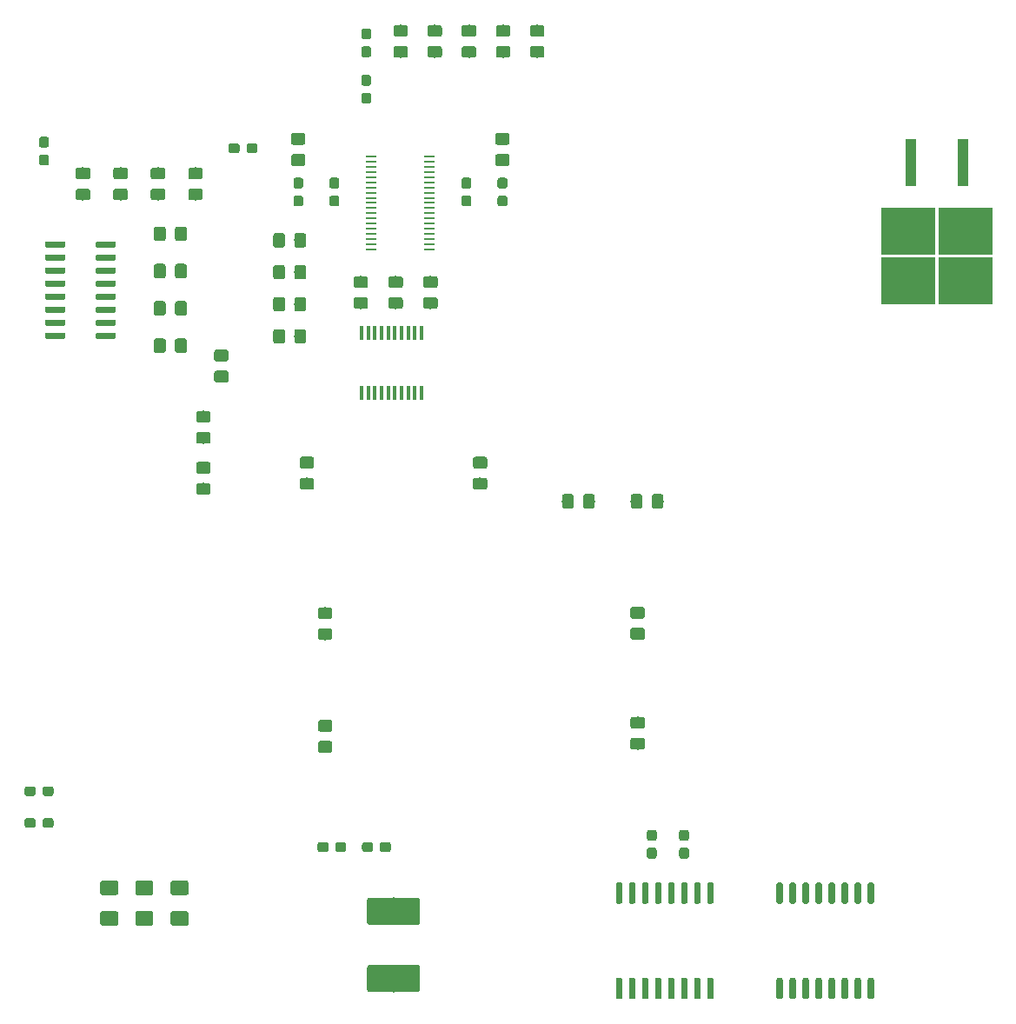
<source format=gbr>
G04 #@! TF.GenerationSoftware,KiCad,Pcbnew,(5.1.2)-2*
G04 #@! TF.CreationDate,2019-07-10T12:42:44+04:00*
G04 #@! TF.ProjectId,DTI_1-12,4454495f-312d-4313-922e-6b696361645f,rev?*
G04 #@! TF.SameCoordinates,Original*
G04 #@! TF.FileFunction,Paste,Bot*
G04 #@! TF.FilePolarity,Positive*
%FSLAX46Y46*%
G04 Gerber Fmt 4.6, Leading zero omitted, Abs format (unit mm)*
G04 Created by KiCad (PCBNEW (5.1.2)-2) date 2019-07-10 12:42:44*
%MOMM*%
%LPD*%
G04 APERTURE LIST*
%ADD10C,0.100000*%
%ADD11C,1.425000*%
%ADD12C,1.150000*%
%ADD13R,0.450000X1.450000*%
%ADD14R,1.100000X0.285000*%
%ADD15C,2.650000*%
%ADD16R,1.100000X4.600000*%
%ADD17R,5.250000X4.550000*%
%ADD18C,0.950000*%
%ADD19C,0.600000*%
G04 APERTURE END LIST*
D10*
G36*
X98364504Y-138401204D02*
G01*
X98388773Y-138404804D01*
X98412571Y-138410765D01*
X98435671Y-138419030D01*
X98457849Y-138429520D01*
X98478893Y-138442133D01*
X98498598Y-138456747D01*
X98516777Y-138473223D01*
X98533253Y-138491402D01*
X98547867Y-138511107D01*
X98560480Y-138532151D01*
X98570970Y-138554329D01*
X98579235Y-138577429D01*
X98585196Y-138601227D01*
X98588796Y-138625496D01*
X98590000Y-138650000D01*
X98590000Y-139575000D01*
X98588796Y-139599504D01*
X98585196Y-139623773D01*
X98579235Y-139647571D01*
X98570970Y-139670671D01*
X98560480Y-139692849D01*
X98547867Y-139713893D01*
X98533253Y-139733598D01*
X98516777Y-139751777D01*
X98498598Y-139768253D01*
X98478893Y-139782867D01*
X98457849Y-139795480D01*
X98435671Y-139805970D01*
X98412571Y-139814235D01*
X98388773Y-139820196D01*
X98364504Y-139823796D01*
X98340000Y-139825000D01*
X97090000Y-139825000D01*
X97065496Y-139823796D01*
X97041227Y-139820196D01*
X97017429Y-139814235D01*
X96994329Y-139805970D01*
X96972151Y-139795480D01*
X96951107Y-139782867D01*
X96931402Y-139768253D01*
X96913223Y-139751777D01*
X96896747Y-139733598D01*
X96882133Y-139713893D01*
X96869520Y-139692849D01*
X96859030Y-139670671D01*
X96850765Y-139647571D01*
X96844804Y-139623773D01*
X96841204Y-139599504D01*
X96840000Y-139575000D01*
X96840000Y-138650000D01*
X96841204Y-138625496D01*
X96844804Y-138601227D01*
X96850765Y-138577429D01*
X96859030Y-138554329D01*
X96869520Y-138532151D01*
X96882133Y-138511107D01*
X96896747Y-138491402D01*
X96913223Y-138473223D01*
X96931402Y-138456747D01*
X96951107Y-138442133D01*
X96972151Y-138429520D01*
X96994329Y-138419030D01*
X97017429Y-138410765D01*
X97041227Y-138404804D01*
X97065496Y-138401204D01*
X97090000Y-138400000D01*
X98340000Y-138400000D01*
X98364504Y-138401204D01*
X98364504Y-138401204D01*
G37*
D11*
X97715000Y-139112500D03*
D10*
G36*
X98364504Y-141376204D02*
G01*
X98388773Y-141379804D01*
X98412571Y-141385765D01*
X98435671Y-141394030D01*
X98457849Y-141404520D01*
X98478893Y-141417133D01*
X98498598Y-141431747D01*
X98516777Y-141448223D01*
X98533253Y-141466402D01*
X98547867Y-141486107D01*
X98560480Y-141507151D01*
X98570970Y-141529329D01*
X98579235Y-141552429D01*
X98585196Y-141576227D01*
X98588796Y-141600496D01*
X98590000Y-141625000D01*
X98590000Y-142550000D01*
X98588796Y-142574504D01*
X98585196Y-142598773D01*
X98579235Y-142622571D01*
X98570970Y-142645671D01*
X98560480Y-142667849D01*
X98547867Y-142688893D01*
X98533253Y-142708598D01*
X98516777Y-142726777D01*
X98498598Y-142743253D01*
X98478893Y-142757867D01*
X98457849Y-142770480D01*
X98435671Y-142780970D01*
X98412571Y-142789235D01*
X98388773Y-142795196D01*
X98364504Y-142798796D01*
X98340000Y-142800000D01*
X97090000Y-142800000D01*
X97065496Y-142798796D01*
X97041227Y-142795196D01*
X97017429Y-142789235D01*
X96994329Y-142780970D01*
X96972151Y-142770480D01*
X96951107Y-142757867D01*
X96931402Y-142743253D01*
X96913223Y-142726777D01*
X96896747Y-142708598D01*
X96882133Y-142688893D01*
X96869520Y-142667849D01*
X96859030Y-142645671D01*
X96850765Y-142622571D01*
X96844804Y-142598773D01*
X96841204Y-142574504D01*
X96840000Y-142550000D01*
X96840000Y-141625000D01*
X96841204Y-141600496D01*
X96844804Y-141576227D01*
X96850765Y-141552429D01*
X96859030Y-141529329D01*
X96869520Y-141507151D01*
X96882133Y-141486107D01*
X96896747Y-141466402D01*
X96913223Y-141448223D01*
X96931402Y-141431747D01*
X96951107Y-141417133D01*
X96972151Y-141404520D01*
X96994329Y-141394030D01*
X97017429Y-141385765D01*
X97041227Y-141379804D01*
X97065496Y-141376204D01*
X97090000Y-141375000D01*
X98340000Y-141375000D01*
X98364504Y-141376204D01*
X98364504Y-141376204D01*
G37*
D11*
X97715000Y-142087500D03*
D10*
G36*
X94939504Y-141376204D02*
G01*
X94963773Y-141379804D01*
X94987571Y-141385765D01*
X95010671Y-141394030D01*
X95032849Y-141404520D01*
X95053893Y-141417133D01*
X95073598Y-141431747D01*
X95091777Y-141448223D01*
X95108253Y-141466402D01*
X95122867Y-141486107D01*
X95135480Y-141507151D01*
X95145970Y-141529329D01*
X95154235Y-141552429D01*
X95160196Y-141576227D01*
X95163796Y-141600496D01*
X95165000Y-141625000D01*
X95165000Y-142550000D01*
X95163796Y-142574504D01*
X95160196Y-142598773D01*
X95154235Y-142622571D01*
X95145970Y-142645671D01*
X95135480Y-142667849D01*
X95122867Y-142688893D01*
X95108253Y-142708598D01*
X95091777Y-142726777D01*
X95073598Y-142743253D01*
X95053893Y-142757867D01*
X95032849Y-142770480D01*
X95010671Y-142780970D01*
X94987571Y-142789235D01*
X94963773Y-142795196D01*
X94939504Y-142798796D01*
X94915000Y-142800000D01*
X93665000Y-142800000D01*
X93640496Y-142798796D01*
X93616227Y-142795196D01*
X93592429Y-142789235D01*
X93569329Y-142780970D01*
X93547151Y-142770480D01*
X93526107Y-142757867D01*
X93506402Y-142743253D01*
X93488223Y-142726777D01*
X93471747Y-142708598D01*
X93457133Y-142688893D01*
X93444520Y-142667849D01*
X93434030Y-142645671D01*
X93425765Y-142622571D01*
X93419804Y-142598773D01*
X93416204Y-142574504D01*
X93415000Y-142550000D01*
X93415000Y-141625000D01*
X93416204Y-141600496D01*
X93419804Y-141576227D01*
X93425765Y-141552429D01*
X93434030Y-141529329D01*
X93444520Y-141507151D01*
X93457133Y-141486107D01*
X93471747Y-141466402D01*
X93488223Y-141448223D01*
X93506402Y-141431747D01*
X93526107Y-141417133D01*
X93547151Y-141404520D01*
X93569329Y-141394030D01*
X93592429Y-141385765D01*
X93616227Y-141379804D01*
X93640496Y-141376204D01*
X93665000Y-141375000D01*
X94915000Y-141375000D01*
X94939504Y-141376204D01*
X94939504Y-141376204D01*
G37*
D11*
X94290000Y-142087500D03*
D10*
G36*
X94939504Y-138401204D02*
G01*
X94963773Y-138404804D01*
X94987571Y-138410765D01*
X95010671Y-138419030D01*
X95032849Y-138429520D01*
X95053893Y-138442133D01*
X95073598Y-138456747D01*
X95091777Y-138473223D01*
X95108253Y-138491402D01*
X95122867Y-138511107D01*
X95135480Y-138532151D01*
X95145970Y-138554329D01*
X95154235Y-138577429D01*
X95160196Y-138601227D01*
X95163796Y-138625496D01*
X95165000Y-138650000D01*
X95165000Y-139575000D01*
X95163796Y-139599504D01*
X95160196Y-139623773D01*
X95154235Y-139647571D01*
X95145970Y-139670671D01*
X95135480Y-139692849D01*
X95122867Y-139713893D01*
X95108253Y-139733598D01*
X95091777Y-139751777D01*
X95073598Y-139768253D01*
X95053893Y-139782867D01*
X95032849Y-139795480D01*
X95010671Y-139805970D01*
X94987571Y-139814235D01*
X94963773Y-139820196D01*
X94939504Y-139823796D01*
X94915000Y-139825000D01*
X93665000Y-139825000D01*
X93640496Y-139823796D01*
X93616227Y-139820196D01*
X93592429Y-139814235D01*
X93569329Y-139805970D01*
X93547151Y-139795480D01*
X93526107Y-139782867D01*
X93506402Y-139768253D01*
X93488223Y-139751777D01*
X93471747Y-139733598D01*
X93457133Y-139713893D01*
X93444520Y-139692849D01*
X93434030Y-139670671D01*
X93425765Y-139647571D01*
X93419804Y-139623773D01*
X93416204Y-139599504D01*
X93415000Y-139575000D01*
X93415000Y-138650000D01*
X93416204Y-138625496D01*
X93419804Y-138601227D01*
X93425765Y-138577429D01*
X93434030Y-138554329D01*
X93444520Y-138532151D01*
X93457133Y-138511107D01*
X93471747Y-138491402D01*
X93488223Y-138473223D01*
X93506402Y-138456747D01*
X93526107Y-138442133D01*
X93547151Y-138429520D01*
X93569329Y-138419030D01*
X93592429Y-138410765D01*
X93616227Y-138404804D01*
X93640496Y-138401204D01*
X93665000Y-138400000D01*
X94915000Y-138400000D01*
X94939504Y-138401204D01*
X94939504Y-138401204D01*
G37*
D11*
X94290000Y-139112500D03*
D10*
G36*
X101789504Y-141376204D02*
G01*
X101813773Y-141379804D01*
X101837571Y-141385765D01*
X101860671Y-141394030D01*
X101882849Y-141404520D01*
X101903893Y-141417133D01*
X101923598Y-141431747D01*
X101941777Y-141448223D01*
X101958253Y-141466402D01*
X101972867Y-141486107D01*
X101985480Y-141507151D01*
X101995970Y-141529329D01*
X102004235Y-141552429D01*
X102010196Y-141576227D01*
X102013796Y-141600496D01*
X102015000Y-141625000D01*
X102015000Y-142550000D01*
X102013796Y-142574504D01*
X102010196Y-142598773D01*
X102004235Y-142622571D01*
X101995970Y-142645671D01*
X101985480Y-142667849D01*
X101972867Y-142688893D01*
X101958253Y-142708598D01*
X101941777Y-142726777D01*
X101923598Y-142743253D01*
X101903893Y-142757867D01*
X101882849Y-142770480D01*
X101860671Y-142780970D01*
X101837571Y-142789235D01*
X101813773Y-142795196D01*
X101789504Y-142798796D01*
X101765000Y-142800000D01*
X100515000Y-142800000D01*
X100490496Y-142798796D01*
X100466227Y-142795196D01*
X100442429Y-142789235D01*
X100419329Y-142780970D01*
X100397151Y-142770480D01*
X100376107Y-142757867D01*
X100356402Y-142743253D01*
X100338223Y-142726777D01*
X100321747Y-142708598D01*
X100307133Y-142688893D01*
X100294520Y-142667849D01*
X100284030Y-142645671D01*
X100275765Y-142622571D01*
X100269804Y-142598773D01*
X100266204Y-142574504D01*
X100265000Y-142550000D01*
X100265000Y-141625000D01*
X100266204Y-141600496D01*
X100269804Y-141576227D01*
X100275765Y-141552429D01*
X100284030Y-141529329D01*
X100294520Y-141507151D01*
X100307133Y-141486107D01*
X100321747Y-141466402D01*
X100338223Y-141448223D01*
X100356402Y-141431747D01*
X100376107Y-141417133D01*
X100397151Y-141404520D01*
X100419329Y-141394030D01*
X100442429Y-141385765D01*
X100466227Y-141379804D01*
X100490496Y-141376204D01*
X100515000Y-141375000D01*
X101765000Y-141375000D01*
X101789504Y-141376204D01*
X101789504Y-141376204D01*
G37*
D11*
X101140000Y-142087500D03*
D10*
G36*
X101789504Y-138401204D02*
G01*
X101813773Y-138404804D01*
X101837571Y-138410765D01*
X101860671Y-138419030D01*
X101882849Y-138429520D01*
X101903893Y-138442133D01*
X101923598Y-138456747D01*
X101941777Y-138473223D01*
X101958253Y-138491402D01*
X101972867Y-138511107D01*
X101985480Y-138532151D01*
X101995970Y-138554329D01*
X102004235Y-138577429D01*
X102010196Y-138601227D01*
X102013796Y-138625496D01*
X102015000Y-138650000D01*
X102015000Y-139575000D01*
X102013796Y-139599504D01*
X102010196Y-139623773D01*
X102004235Y-139647571D01*
X101995970Y-139670671D01*
X101985480Y-139692849D01*
X101972867Y-139713893D01*
X101958253Y-139733598D01*
X101941777Y-139751777D01*
X101923598Y-139768253D01*
X101903893Y-139782867D01*
X101882849Y-139795480D01*
X101860671Y-139805970D01*
X101837571Y-139814235D01*
X101813773Y-139820196D01*
X101789504Y-139823796D01*
X101765000Y-139825000D01*
X100515000Y-139825000D01*
X100490496Y-139823796D01*
X100466227Y-139820196D01*
X100442429Y-139814235D01*
X100419329Y-139805970D01*
X100397151Y-139795480D01*
X100376107Y-139782867D01*
X100356402Y-139768253D01*
X100338223Y-139751777D01*
X100321747Y-139733598D01*
X100307133Y-139713893D01*
X100294520Y-139692849D01*
X100284030Y-139670671D01*
X100275765Y-139647571D01*
X100269804Y-139623773D01*
X100266204Y-139599504D01*
X100265000Y-139575000D01*
X100265000Y-138650000D01*
X100266204Y-138625496D01*
X100269804Y-138601227D01*
X100275765Y-138577429D01*
X100284030Y-138554329D01*
X100294520Y-138532151D01*
X100307133Y-138511107D01*
X100321747Y-138491402D01*
X100338223Y-138473223D01*
X100356402Y-138456747D01*
X100376107Y-138442133D01*
X100397151Y-138429520D01*
X100419329Y-138419030D01*
X100442429Y-138410765D01*
X100466227Y-138404804D01*
X100490496Y-138401204D01*
X100515000Y-138400000D01*
X101765000Y-138400000D01*
X101789504Y-138401204D01*
X101789504Y-138401204D01*
G37*
D11*
X101140000Y-139112500D03*
D10*
G36*
X113174505Y-65591204D02*
G01*
X113198773Y-65594804D01*
X113222572Y-65600765D01*
X113245671Y-65609030D01*
X113267850Y-65619520D01*
X113288893Y-65632132D01*
X113308599Y-65646747D01*
X113326777Y-65663223D01*
X113343253Y-65681401D01*
X113357868Y-65701107D01*
X113370480Y-65722150D01*
X113380970Y-65744329D01*
X113389235Y-65767428D01*
X113395196Y-65791227D01*
X113398796Y-65815495D01*
X113400000Y-65839999D01*
X113400000Y-66490001D01*
X113398796Y-66514505D01*
X113395196Y-66538773D01*
X113389235Y-66562572D01*
X113380970Y-66585671D01*
X113370480Y-66607850D01*
X113357868Y-66628893D01*
X113343253Y-66648599D01*
X113326777Y-66666777D01*
X113308599Y-66683253D01*
X113288893Y-66697868D01*
X113267850Y-66710480D01*
X113245671Y-66720970D01*
X113222572Y-66729235D01*
X113198773Y-66735196D01*
X113174505Y-66738796D01*
X113150001Y-66740000D01*
X112249999Y-66740000D01*
X112225495Y-66738796D01*
X112201227Y-66735196D01*
X112177428Y-66729235D01*
X112154329Y-66720970D01*
X112132150Y-66710480D01*
X112111107Y-66697868D01*
X112091401Y-66683253D01*
X112073223Y-66666777D01*
X112056747Y-66648599D01*
X112042132Y-66628893D01*
X112029520Y-66607850D01*
X112019030Y-66585671D01*
X112010765Y-66562572D01*
X112004804Y-66538773D01*
X112001204Y-66514505D01*
X112000000Y-66490001D01*
X112000000Y-65839999D01*
X112001204Y-65815495D01*
X112004804Y-65791227D01*
X112010765Y-65767428D01*
X112019030Y-65744329D01*
X112029520Y-65722150D01*
X112042132Y-65701107D01*
X112056747Y-65681401D01*
X112073223Y-65663223D01*
X112091401Y-65646747D01*
X112111107Y-65632132D01*
X112132150Y-65619520D01*
X112154329Y-65609030D01*
X112177428Y-65600765D01*
X112201227Y-65594804D01*
X112225495Y-65591204D01*
X112249999Y-65590000D01*
X113150001Y-65590000D01*
X113174505Y-65591204D01*
X113174505Y-65591204D01*
G37*
D12*
X112700000Y-66165000D03*
D10*
G36*
X113174505Y-67641204D02*
G01*
X113198773Y-67644804D01*
X113222572Y-67650765D01*
X113245671Y-67659030D01*
X113267850Y-67669520D01*
X113288893Y-67682132D01*
X113308599Y-67696747D01*
X113326777Y-67713223D01*
X113343253Y-67731401D01*
X113357868Y-67751107D01*
X113370480Y-67772150D01*
X113380970Y-67794329D01*
X113389235Y-67817428D01*
X113395196Y-67841227D01*
X113398796Y-67865495D01*
X113400000Y-67889999D01*
X113400000Y-68540001D01*
X113398796Y-68564505D01*
X113395196Y-68588773D01*
X113389235Y-68612572D01*
X113380970Y-68635671D01*
X113370480Y-68657850D01*
X113357868Y-68678893D01*
X113343253Y-68698599D01*
X113326777Y-68716777D01*
X113308599Y-68733253D01*
X113288893Y-68747868D01*
X113267850Y-68760480D01*
X113245671Y-68770970D01*
X113222572Y-68779235D01*
X113198773Y-68785196D01*
X113174505Y-68788796D01*
X113150001Y-68790000D01*
X112249999Y-68790000D01*
X112225495Y-68788796D01*
X112201227Y-68785196D01*
X112177428Y-68779235D01*
X112154329Y-68770970D01*
X112132150Y-68760480D01*
X112111107Y-68747868D01*
X112091401Y-68733253D01*
X112073223Y-68716777D01*
X112056747Y-68698599D01*
X112042132Y-68678893D01*
X112029520Y-68657850D01*
X112019030Y-68635671D01*
X112010765Y-68612572D01*
X112004804Y-68588773D01*
X112001204Y-68564505D01*
X112000000Y-68540001D01*
X112000000Y-67889999D01*
X112001204Y-67865495D01*
X112004804Y-67841227D01*
X112010765Y-67817428D01*
X112019030Y-67794329D01*
X112029520Y-67772150D01*
X112042132Y-67751107D01*
X112056747Y-67731401D01*
X112073223Y-67713223D01*
X112091401Y-67696747D01*
X112111107Y-67682132D01*
X112132150Y-67669520D01*
X112154329Y-67659030D01*
X112177428Y-67650765D01*
X112201227Y-67644804D01*
X112225495Y-67641204D01*
X112249999Y-67640000D01*
X113150001Y-67640000D01*
X113174505Y-67641204D01*
X113174505Y-67641204D01*
G37*
D12*
X112700000Y-68215000D03*
D10*
G36*
X133064505Y-65591204D02*
G01*
X133088773Y-65594804D01*
X133112572Y-65600765D01*
X133135671Y-65609030D01*
X133157850Y-65619520D01*
X133178893Y-65632132D01*
X133198599Y-65646747D01*
X133216777Y-65663223D01*
X133233253Y-65681401D01*
X133247868Y-65701107D01*
X133260480Y-65722150D01*
X133270970Y-65744329D01*
X133279235Y-65767428D01*
X133285196Y-65791227D01*
X133288796Y-65815495D01*
X133290000Y-65839999D01*
X133290000Y-66490001D01*
X133288796Y-66514505D01*
X133285196Y-66538773D01*
X133279235Y-66562572D01*
X133270970Y-66585671D01*
X133260480Y-66607850D01*
X133247868Y-66628893D01*
X133233253Y-66648599D01*
X133216777Y-66666777D01*
X133198599Y-66683253D01*
X133178893Y-66697868D01*
X133157850Y-66710480D01*
X133135671Y-66720970D01*
X133112572Y-66729235D01*
X133088773Y-66735196D01*
X133064505Y-66738796D01*
X133040001Y-66740000D01*
X132139999Y-66740000D01*
X132115495Y-66738796D01*
X132091227Y-66735196D01*
X132067428Y-66729235D01*
X132044329Y-66720970D01*
X132022150Y-66710480D01*
X132001107Y-66697868D01*
X131981401Y-66683253D01*
X131963223Y-66666777D01*
X131946747Y-66648599D01*
X131932132Y-66628893D01*
X131919520Y-66607850D01*
X131909030Y-66585671D01*
X131900765Y-66562572D01*
X131894804Y-66538773D01*
X131891204Y-66514505D01*
X131890000Y-66490001D01*
X131890000Y-65839999D01*
X131891204Y-65815495D01*
X131894804Y-65791227D01*
X131900765Y-65767428D01*
X131909030Y-65744329D01*
X131919520Y-65722150D01*
X131932132Y-65701107D01*
X131946747Y-65681401D01*
X131963223Y-65663223D01*
X131981401Y-65646747D01*
X132001107Y-65632132D01*
X132022150Y-65619520D01*
X132044329Y-65609030D01*
X132067428Y-65600765D01*
X132091227Y-65594804D01*
X132115495Y-65591204D01*
X132139999Y-65590000D01*
X133040001Y-65590000D01*
X133064505Y-65591204D01*
X133064505Y-65591204D01*
G37*
D12*
X132590000Y-66165000D03*
D10*
G36*
X133064505Y-67641204D02*
G01*
X133088773Y-67644804D01*
X133112572Y-67650765D01*
X133135671Y-67659030D01*
X133157850Y-67669520D01*
X133178893Y-67682132D01*
X133198599Y-67696747D01*
X133216777Y-67713223D01*
X133233253Y-67731401D01*
X133247868Y-67751107D01*
X133260480Y-67772150D01*
X133270970Y-67794329D01*
X133279235Y-67817428D01*
X133285196Y-67841227D01*
X133288796Y-67865495D01*
X133290000Y-67889999D01*
X133290000Y-68540001D01*
X133288796Y-68564505D01*
X133285196Y-68588773D01*
X133279235Y-68612572D01*
X133270970Y-68635671D01*
X133260480Y-68657850D01*
X133247868Y-68678893D01*
X133233253Y-68698599D01*
X133216777Y-68716777D01*
X133198599Y-68733253D01*
X133178893Y-68747868D01*
X133157850Y-68760480D01*
X133135671Y-68770970D01*
X133112572Y-68779235D01*
X133088773Y-68785196D01*
X133064505Y-68788796D01*
X133040001Y-68790000D01*
X132139999Y-68790000D01*
X132115495Y-68788796D01*
X132091227Y-68785196D01*
X132067428Y-68779235D01*
X132044329Y-68770970D01*
X132022150Y-68760480D01*
X132001107Y-68747868D01*
X131981401Y-68733253D01*
X131963223Y-68716777D01*
X131946747Y-68698599D01*
X131932132Y-68678893D01*
X131919520Y-68657850D01*
X131909030Y-68635671D01*
X131900765Y-68612572D01*
X131894804Y-68588773D01*
X131891204Y-68564505D01*
X131890000Y-68540001D01*
X131890000Y-67889999D01*
X131891204Y-67865495D01*
X131894804Y-67841227D01*
X131900765Y-67817428D01*
X131909030Y-67794329D01*
X131919520Y-67772150D01*
X131932132Y-67751107D01*
X131946747Y-67731401D01*
X131963223Y-67713223D01*
X131981401Y-67696747D01*
X132001107Y-67682132D01*
X132022150Y-67669520D01*
X132044329Y-67659030D01*
X132067428Y-67650765D01*
X132091227Y-67644804D01*
X132115495Y-67641204D01*
X132139999Y-67640000D01*
X133040001Y-67640000D01*
X133064505Y-67641204D01*
X133064505Y-67641204D01*
G37*
D12*
X132590000Y-68215000D03*
D10*
G36*
X103934505Y-94696204D02*
G01*
X103958773Y-94699804D01*
X103982572Y-94705765D01*
X104005671Y-94714030D01*
X104027850Y-94724520D01*
X104048893Y-94737132D01*
X104068599Y-94751747D01*
X104086777Y-94768223D01*
X104103253Y-94786401D01*
X104117868Y-94806107D01*
X104130480Y-94827150D01*
X104140970Y-94849329D01*
X104149235Y-94872428D01*
X104155196Y-94896227D01*
X104158796Y-94920495D01*
X104160000Y-94944999D01*
X104160000Y-95595001D01*
X104158796Y-95619505D01*
X104155196Y-95643773D01*
X104149235Y-95667572D01*
X104140970Y-95690671D01*
X104130480Y-95712850D01*
X104117868Y-95733893D01*
X104103253Y-95753599D01*
X104086777Y-95771777D01*
X104068599Y-95788253D01*
X104048893Y-95802868D01*
X104027850Y-95815480D01*
X104005671Y-95825970D01*
X103982572Y-95834235D01*
X103958773Y-95840196D01*
X103934505Y-95843796D01*
X103910001Y-95845000D01*
X103009999Y-95845000D01*
X102985495Y-95843796D01*
X102961227Y-95840196D01*
X102937428Y-95834235D01*
X102914329Y-95825970D01*
X102892150Y-95815480D01*
X102871107Y-95802868D01*
X102851401Y-95788253D01*
X102833223Y-95771777D01*
X102816747Y-95753599D01*
X102802132Y-95733893D01*
X102789520Y-95712850D01*
X102779030Y-95690671D01*
X102770765Y-95667572D01*
X102764804Y-95643773D01*
X102761204Y-95619505D01*
X102760000Y-95595001D01*
X102760000Y-94944999D01*
X102761204Y-94920495D01*
X102764804Y-94896227D01*
X102770765Y-94872428D01*
X102779030Y-94849329D01*
X102789520Y-94827150D01*
X102802132Y-94806107D01*
X102816747Y-94786401D01*
X102833223Y-94768223D01*
X102851401Y-94751747D01*
X102871107Y-94737132D01*
X102892150Y-94724520D01*
X102914329Y-94714030D01*
X102937428Y-94705765D01*
X102961227Y-94699804D01*
X102985495Y-94696204D01*
X103009999Y-94695000D01*
X103910001Y-94695000D01*
X103934505Y-94696204D01*
X103934505Y-94696204D01*
G37*
D12*
X103460000Y-95270000D03*
D10*
G36*
X103934505Y-92646204D02*
G01*
X103958773Y-92649804D01*
X103982572Y-92655765D01*
X104005671Y-92664030D01*
X104027850Y-92674520D01*
X104048893Y-92687132D01*
X104068599Y-92701747D01*
X104086777Y-92718223D01*
X104103253Y-92736401D01*
X104117868Y-92756107D01*
X104130480Y-92777150D01*
X104140970Y-92799329D01*
X104149235Y-92822428D01*
X104155196Y-92846227D01*
X104158796Y-92870495D01*
X104160000Y-92894999D01*
X104160000Y-93545001D01*
X104158796Y-93569505D01*
X104155196Y-93593773D01*
X104149235Y-93617572D01*
X104140970Y-93640671D01*
X104130480Y-93662850D01*
X104117868Y-93683893D01*
X104103253Y-93703599D01*
X104086777Y-93721777D01*
X104068599Y-93738253D01*
X104048893Y-93752868D01*
X104027850Y-93765480D01*
X104005671Y-93775970D01*
X103982572Y-93784235D01*
X103958773Y-93790196D01*
X103934505Y-93793796D01*
X103910001Y-93795000D01*
X103009999Y-93795000D01*
X102985495Y-93793796D01*
X102961227Y-93790196D01*
X102937428Y-93784235D01*
X102914329Y-93775970D01*
X102892150Y-93765480D01*
X102871107Y-93752868D01*
X102851401Y-93738253D01*
X102833223Y-93721777D01*
X102816747Y-93703599D01*
X102802132Y-93683893D01*
X102789520Y-93662850D01*
X102779030Y-93640671D01*
X102770765Y-93617572D01*
X102764804Y-93593773D01*
X102761204Y-93569505D01*
X102760000Y-93545001D01*
X102760000Y-92894999D01*
X102761204Y-92870495D01*
X102764804Y-92846227D01*
X102770765Y-92822428D01*
X102779030Y-92799329D01*
X102789520Y-92777150D01*
X102802132Y-92756107D01*
X102816747Y-92736401D01*
X102833223Y-92718223D01*
X102851401Y-92701747D01*
X102871107Y-92687132D01*
X102892150Y-92674520D01*
X102914329Y-92664030D01*
X102937428Y-92655765D01*
X102961227Y-92649804D01*
X102985495Y-92646204D01*
X103009999Y-92645000D01*
X103910001Y-92645000D01*
X103934505Y-92646204D01*
X103934505Y-92646204D01*
G37*
D12*
X103460000Y-93220000D03*
D10*
G36*
X103934505Y-97621204D02*
G01*
X103958773Y-97624804D01*
X103982572Y-97630765D01*
X104005671Y-97639030D01*
X104027850Y-97649520D01*
X104048893Y-97662132D01*
X104068599Y-97676747D01*
X104086777Y-97693223D01*
X104103253Y-97711401D01*
X104117868Y-97731107D01*
X104130480Y-97752150D01*
X104140970Y-97774329D01*
X104149235Y-97797428D01*
X104155196Y-97821227D01*
X104158796Y-97845495D01*
X104160000Y-97869999D01*
X104160000Y-98520001D01*
X104158796Y-98544505D01*
X104155196Y-98568773D01*
X104149235Y-98592572D01*
X104140970Y-98615671D01*
X104130480Y-98637850D01*
X104117868Y-98658893D01*
X104103253Y-98678599D01*
X104086777Y-98696777D01*
X104068599Y-98713253D01*
X104048893Y-98727868D01*
X104027850Y-98740480D01*
X104005671Y-98750970D01*
X103982572Y-98759235D01*
X103958773Y-98765196D01*
X103934505Y-98768796D01*
X103910001Y-98770000D01*
X103009999Y-98770000D01*
X102985495Y-98768796D01*
X102961227Y-98765196D01*
X102937428Y-98759235D01*
X102914329Y-98750970D01*
X102892150Y-98740480D01*
X102871107Y-98727868D01*
X102851401Y-98713253D01*
X102833223Y-98696777D01*
X102816747Y-98678599D01*
X102802132Y-98658893D01*
X102789520Y-98637850D01*
X102779030Y-98615671D01*
X102770765Y-98592572D01*
X102764804Y-98568773D01*
X102761204Y-98544505D01*
X102760000Y-98520001D01*
X102760000Y-97869999D01*
X102761204Y-97845495D01*
X102764804Y-97821227D01*
X102770765Y-97797428D01*
X102779030Y-97774329D01*
X102789520Y-97752150D01*
X102802132Y-97731107D01*
X102816747Y-97711401D01*
X102833223Y-97693223D01*
X102851401Y-97676747D01*
X102871107Y-97662132D01*
X102892150Y-97649520D01*
X102914329Y-97639030D01*
X102937428Y-97630765D01*
X102961227Y-97624804D01*
X102985495Y-97621204D01*
X103009999Y-97620000D01*
X103910001Y-97620000D01*
X103934505Y-97621204D01*
X103934505Y-97621204D01*
G37*
D12*
X103460000Y-98195000D03*
D10*
G36*
X103934505Y-99671204D02*
G01*
X103958773Y-99674804D01*
X103982572Y-99680765D01*
X104005671Y-99689030D01*
X104027850Y-99699520D01*
X104048893Y-99712132D01*
X104068599Y-99726747D01*
X104086777Y-99743223D01*
X104103253Y-99761401D01*
X104117868Y-99781107D01*
X104130480Y-99802150D01*
X104140970Y-99824329D01*
X104149235Y-99847428D01*
X104155196Y-99871227D01*
X104158796Y-99895495D01*
X104160000Y-99919999D01*
X104160000Y-100570001D01*
X104158796Y-100594505D01*
X104155196Y-100618773D01*
X104149235Y-100642572D01*
X104140970Y-100665671D01*
X104130480Y-100687850D01*
X104117868Y-100708893D01*
X104103253Y-100728599D01*
X104086777Y-100746777D01*
X104068599Y-100763253D01*
X104048893Y-100777868D01*
X104027850Y-100790480D01*
X104005671Y-100800970D01*
X103982572Y-100809235D01*
X103958773Y-100815196D01*
X103934505Y-100818796D01*
X103910001Y-100820000D01*
X103009999Y-100820000D01*
X102985495Y-100818796D01*
X102961227Y-100815196D01*
X102937428Y-100809235D01*
X102914329Y-100800970D01*
X102892150Y-100790480D01*
X102871107Y-100777868D01*
X102851401Y-100763253D01*
X102833223Y-100746777D01*
X102816747Y-100728599D01*
X102802132Y-100708893D01*
X102789520Y-100687850D01*
X102779030Y-100665671D01*
X102770765Y-100642572D01*
X102764804Y-100618773D01*
X102761204Y-100594505D01*
X102760000Y-100570001D01*
X102760000Y-99919999D01*
X102761204Y-99895495D01*
X102764804Y-99871227D01*
X102770765Y-99847428D01*
X102779030Y-99824329D01*
X102789520Y-99802150D01*
X102802132Y-99781107D01*
X102816747Y-99761401D01*
X102833223Y-99743223D01*
X102851401Y-99726747D01*
X102871107Y-99712132D01*
X102892150Y-99699520D01*
X102914329Y-99689030D01*
X102937428Y-99680765D01*
X102961227Y-99674804D01*
X102985495Y-99671204D01*
X103009999Y-99670000D01*
X103910001Y-99670000D01*
X103934505Y-99671204D01*
X103934505Y-99671204D01*
G37*
D12*
X103460000Y-100245000D03*
D10*
G36*
X115794505Y-111776204D02*
G01*
X115818773Y-111779804D01*
X115842572Y-111785765D01*
X115865671Y-111794030D01*
X115887850Y-111804520D01*
X115908893Y-111817132D01*
X115928599Y-111831747D01*
X115946777Y-111848223D01*
X115963253Y-111866401D01*
X115977868Y-111886107D01*
X115990480Y-111907150D01*
X116000970Y-111929329D01*
X116009235Y-111952428D01*
X116015196Y-111976227D01*
X116018796Y-112000495D01*
X116020000Y-112024999D01*
X116020000Y-112675001D01*
X116018796Y-112699505D01*
X116015196Y-112723773D01*
X116009235Y-112747572D01*
X116000970Y-112770671D01*
X115990480Y-112792850D01*
X115977868Y-112813893D01*
X115963253Y-112833599D01*
X115946777Y-112851777D01*
X115928599Y-112868253D01*
X115908893Y-112882868D01*
X115887850Y-112895480D01*
X115865671Y-112905970D01*
X115842572Y-112914235D01*
X115818773Y-112920196D01*
X115794505Y-112923796D01*
X115770001Y-112925000D01*
X114869999Y-112925000D01*
X114845495Y-112923796D01*
X114821227Y-112920196D01*
X114797428Y-112914235D01*
X114774329Y-112905970D01*
X114752150Y-112895480D01*
X114731107Y-112882868D01*
X114711401Y-112868253D01*
X114693223Y-112851777D01*
X114676747Y-112833599D01*
X114662132Y-112813893D01*
X114649520Y-112792850D01*
X114639030Y-112770671D01*
X114630765Y-112747572D01*
X114624804Y-112723773D01*
X114621204Y-112699505D01*
X114620000Y-112675001D01*
X114620000Y-112024999D01*
X114621204Y-112000495D01*
X114624804Y-111976227D01*
X114630765Y-111952428D01*
X114639030Y-111929329D01*
X114649520Y-111907150D01*
X114662132Y-111886107D01*
X114676747Y-111866401D01*
X114693223Y-111848223D01*
X114711401Y-111831747D01*
X114731107Y-111817132D01*
X114752150Y-111804520D01*
X114774329Y-111794030D01*
X114797428Y-111785765D01*
X114821227Y-111779804D01*
X114845495Y-111776204D01*
X114869999Y-111775000D01*
X115770001Y-111775000D01*
X115794505Y-111776204D01*
X115794505Y-111776204D01*
G37*
D12*
X115320000Y-112350000D03*
D10*
G36*
X115794505Y-113826204D02*
G01*
X115818773Y-113829804D01*
X115842572Y-113835765D01*
X115865671Y-113844030D01*
X115887850Y-113854520D01*
X115908893Y-113867132D01*
X115928599Y-113881747D01*
X115946777Y-113898223D01*
X115963253Y-113916401D01*
X115977868Y-113936107D01*
X115990480Y-113957150D01*
X116000970Y-113979329D01*
X116009235Y-114002428D01*
X116015196Y-114026227D01*
X116018796Y-114050495D01*
X116020000Y-114074999D01*
X116020000Y-114725001D01*
X116018796Y-114749505D01*
X116015196Y-114773773D01*
X116009235Y-114797572D01*
X116000970Y-114820671D01*
X115990480Y-114842850D01*
X115977868Y-114863893D01*
X115963253Y-114883599D01*
X115946777Y-114901777D01*
X115928599Y-114918253D01*
X115908893Y-114932868D01*
X115887850Y-114945480D01*
X115865671Y-114955970D01*
X115842572Y-114964235D01*
X115818773Y-114970196D01*
X115794505Y-114973796D01*
X115770001Y-114975000D01*
X114869999Y-114975000D01*
X114845495Y-114973796D01*
X114821227Y-114970196D01*
X114797428Y-114964235D01*
X114774329Y-114955970D01*
X114752150Y-114945480D01*
X114731107Y-114932868D01*
X114711401Y-114918253D01*
X114693223Y-114901777D01*
X114676747Y-114883599D01*
X114662132Y-114863893D01*
X114649520Y-114842850D01*
X114639030Y-114820671D01*
X114630765Y-114797572D01*
X114624804Y-114773773D01*
X114621204Y-114749505D01*
X114620000Y-114725001D01*
X114620000Y-114074999D01*
X114621204Y-114050495D01*
X114624804Y-114026227D01*
X114630765Y-114002428D01*
X114639030Y-113979329D01*
X114649520Y-113957150D01*
X114662132Y-113936107D01*
X114676747Y-113916401D01*
X114693223Y-113898223D01*
X114711401Y-113881747D01*
X114731107Y-113867132D01*
X114752150Y-113854520D01*
X114774329Y-113844030D01*
X114797428Y-113835765D01*
X114821227Y-113829804D01*
X114845495Y-113826204D01*
X114869999Y-113825000D01*
X115770001Y-113825000D01*
X115794505Y-113826204D01*
X115794505Y-113826204D01*
G37*
D12*
X115320000Y-114400000D03*
D10*
G36*
X146234505Y-113786204D02*
G01*
X146258773Y-113789804D01*
X146282572Y-113795765D01*
X146305671Y-113804030D01*
X146327850Y-113814520D01*
X146348893Y-113827132D01*
X146368599Y-113841747D01*
X146386777Y-113858223D01*
X146403253Y-113876401D01*
X146417868Y-113896107D01*
X146430480Y-113917150D01*
X146440970Y-113939329D01*
X146449235Y-113962428D01*
X146455196Y-113986227D01*
X146458796Y-114010495D01*
X146460000Y-114034999D01*
X146460000Y-114685001D01*
X146458796Y-114709505D01*
X146455196Y-114733773D01*
X146449235Y-114757572D01*
X146440970Y-114780671D01*
X146430480Y-114802850D01*
X146417868Y-114823893D01*
X146403253Y-114843599D01*
X146386777Y-114861777D01*
X146368599Y-114878253D01*
X146348893Y-114892868D01*
X146327850Y-114905480D01*
X146305671Y-114915970D01*
X146282572Y-114924235D01*
X146258773Y-114930196D01*
X146234505Y-114933796D01*
X146210001Y-114935000D01*
X145309999Y-114935000D01*
X145285495Y-114933796D01*
X145261227Y-114930196D01*
X145237428Y-114924235D01*
X145214329Y-114915970D01*
X145192150Y-114905480D01*
X145171107Y-114892868D01*
X145151401Y-114878253D01*
X145133223Y-114861777D01*
X145116747Y-114843599D01*
X145102132Y-114823893D01*
X145089520Y-114802850D01*
X145079030Y-114780671D01*
X145070765Y-114757572D01*
X145064804Y-114733773D01*
X145061204Y-114709505D01*
X145060000Y-114685001D01*
X145060000Y-114034999D01*
X145061204Y-114010495D01*
X145064804Y-113986227D01*
X145070765Y-113962428D01*
X145079030Y-113939329D01*
X145089520Y-113917150D01*
X145102132Y-113896107D01*
X145116747Y-113876401D01*
X145133223Y-113858223D01*
X145151401Y-113841747D01*
X145171107Y-113827132D01*
X145192150Y-113814520D01*
X145214329Y-113804030D01*
X145237428Y-113795765D01*
X145261227Y-113789804D01*
X145285495Y-113786204D01*
X145309999Y-113785000D01*
X146210001Y-113785000D01*
X146234505Y-113786204D01*
X146234505Y-113786204D01*
G37*
D12*
X145760000Y-114360000D03*
D10*
G36*
X146234505Y-111736204D02*
G01*
X146258773Y-111739804D01*
X146282572Y-111745765D01*
X146305671Y-111754030D01*
X146327850Y-111764520D01*
X146348893Y-111777132D01*
X146368599Y-111791747D01*
X146386777Y-111808223D01*
X146403253Y-111826401D01*
X146417868Y-111846107D01*
X146430480Y-111867150D01*
X146440970Y-111889329D01*
X146449235Y-111912428D01*
X146455196Y-111936227D01*
X146458796Y-111960495D01*
X146460000Y-111984999D01*
X146460000Y-112635001D01*
X146458796Y-112659505D01*
X146455196Y-112683773D01*
X146449235Y-112707572D01*
X146440970Y-112730671D01*
X146430480Y-112752850D01*
X146417868Y-112773893D01*
X146403253Y-112793599D01*
X146386777Y-112811777D01*
X146368599Y-112828253D01*
X146348893Y-112842868D01*
X146327850Y-112855480D01*
X146305671Y-112865970D01*
X146282572Y-112874235D01*
X146258773Y-112880196D01*
X146234505Y-112883796D01*
X146210001Y-112885000D01*
X145309999Y-112885000D01*
X145285495Y-112883796D01*
X145261227Y-112880196D01*
X145237428Y-112874235D01*
X145214329Y-112865970D01*
X145192150Y-112855480D01*
X145171107Y-112842868D01*
X145151401Y-112828253D01*
X145133223Y-112811777D01*
X145116747Y-112793599D01*
X145102132Y-112773893D01*
X145089520Y-112752850D01*
X145079030Y-112730671D01*
X145070765Y-112707572D01*
X145064804Y-112683773D01*
X145061204Y-112659505D01*
X145060000Y-112635001D01*
X145060000Y-111984999D01*
X145061204Y-111960495D01*
X145064804Y-111936227D01*
X145070765Y-111912428D01*
X145079030Y-111889329D01*
X145089520Y-111867150D01*
X145102132Y-111846107D01*
X145116747Y-111826401D01*
X145133223Y-111808223D01*
X145151401Y-111791747D01*
X145171107Y-111777132D01*
X145192150Y-111764520D01*
X145214329Y-111754030D01*
X145237428Y-111745765D01*
X145261227Y-111739804D01*
X145285495Y-111736204D01*
X145309999Y-111735000D01*
X146210001Y-111735000D01*
X146234505Y-111736204D01*
X146234505Y-111736204D01*
G37*
D12*
X145760000Y-112310000D03*
D10*
G36*
X146234505Y-124496204D02*
G01*
X146258773Y-124499804D01*
X146282572Y-124505765D01*
X146305671Y-124514030D01*
X146327850Y-124524520D01*
X146348893Y-124537132D01*
X146368599Y-124551747D01*
X146386777Y-124568223D01*
X146403253Y-124586401D01*
X146417868Y-124606107D01*
X146430480Y-124627150D01*
X146440970Y-124649329D01*
X146449235Y-124672428D01*
X146455196Y-124696227D01*
X146458796Y-124720495D01*
X146460000Y-124744999D01*
X146460000Y-125395001D01*
X146458796Y-125419505D01*
X146455196Y-125443773D01*
X146449235Y-125467572D01*
X146440970Y-125490671D01*
X146430480Y-125512850D01*
X146417868Y-125533893D01*
X146403253Y-125553599D01*
X146386777Y-125571777D01*
X146368599Y-125588253D01*
X146348893Y-125602868D01*
X146327850Y-125615480D01*
X146305671Y-125625970D01*
X146282572Y-125634235D01*
X146258773Y-125640196D01*
X146234505Y-125643796D01*
X146210001Y-125645000D01*
X145309999Y-125645000D01*
X145285495Y-125643796D01*
X145261227Y-125640196D01*
X145237428Y-125634235D01*
X145214329Y-125625970D01*
X145192150Y-125615480D01*
X145171107Y-125602868D01*
X145151401Y-125588253D01*
X145133223Y-125571777D01*
X145116747Y-125553599D01*
X145102132Y-125533893D01*
X145089520Y-125512850D01*
X145079030Y-125490671D01*
X145070765Y-125467572D01*
X145064804Y-125443773D01*
X145061204Y-125419505D01*
X145060000Y-125395001D01*
X145060000Y-124744999D01*
X145061204Y-124720495D01*
X145064804Y-124696227D01*
X145070765Y-124672428D01*
X145079030Y-124649329D01*
X145089520Y-124627150D01*
X145102132Y-124606107D01*
X145116747Y-124586401D01*
X145133223Y-124568223D01*
X145151401Y-124551747D01*
X145171107Y-124537132D01*
X145192150Y-124524520D01*
X145214329Y-124514030D01*
X145237428Y-124505765D01*
X145261227Y-124499804D01*
X145285495Y-124496204D01*
X145309999Y-124495000D01*
X146210001Y-124495000D01*
X146234505Y-124496204D01*
X146234505Y-124496204D01*
G37*
D12*
X145760000Y-125070000D03*
D10*
G36*
X146234505Y-122446204D02*
G01*
X146258773Y-122449804D01*
X146282572Y-122455765D01*
X146305671Y-122464030D01*
X146327850Y-122474520D01*
X146348893Y-122487132D01*
X146368599Y-122501747D01*
X146386777Y-122518223D01*
X146403253Y-122536401D01*
X146417868Y-122556107D01*
X146430480Y-122577150D01*
X146440970Y-122599329D01*
X146449235Y-122622428D01*
X146455196Y-122646227D01*
X146458796Y-122670495D01*
X146460000Y-122694999D01*
X146460000Y-123345001D01*
X146458796Y-123369505D01*
X146455196Y-123393773D01*
X146449235Y-123417572D01*
X146440970Y-123440671D01*
X146430480Y-123462850D01*
X146417868Y-123483893D01*
X146403253Y-123503599D01*
X146386777Y-123521777D01*
X146368599Y-123538253D01*
X146348893Y-123552868D01*
X146327850Y-123565480D01*
X146305671Y-123575970D01*
X146282572Y-123584235D01*
X146258773Y-123590196D01*
X146234505Y-123593796D01*
X146210001Y-123595000D01*
X145309999Y-123595000D01*
X145285495Y-123593796D01*
X145261227Y-123590196D01*
X145237428Y-123584235D01*
X145214329Y-123575970D01*
X145192150Y-123565480D01*
X145171107Y-123552868D01*
X145151401Y-123538253D01*
X145133223Y-123521777D01*
X145116747Y-123503599D01*
X145102132Y-123483893D01*
X145089520Y-123462850D01*
X145079030Y-123440671D01*
X145070765Y-123417572D01*
X145064804Y-123393773D01*
X145061204Y-123369505D01*
X145060000Y-123345001D01*
X145060000Y-122694999D01*
X145061204Y-122670495D01*
X145064804Y-122646227D01*
X145070765Y-122622428D01*
X145079030Y-122599329D01*
X145089520Y-122577150D01*
X145102132Y-122556107D01*
X145116747Y-122536401D01*
X145133223Y-122518223D01*
X145151401Y-122501747D01*
X145171107Y-122487132D01*
X145192150Y-122474520D01*
X145214329Y-122464030D01*
X145237428Y-122455765D01*
X145261227Y-122449804D01*
X145285495Y-122446204D01*
X145309999Y-122445000D01*
X146210001Y-122445000D01*
X146234505Y-122446204D01*
X146234505Y-122446204D01*
G37*
D12*
X145760000Y-123020000D03*
D10*
G36*
X115804505Y-124806204D02*
G01*
X115828773Y-124809804D01*
X115852572Y-124815765D01*
X115875671Y-124824030D01*
X115897850Y-124834520D01*
X115918893Y-124847132D01*
X115938599Y-124861747D01*
X115956777Y-124878223D01*
X115973253Y-124896401D01*
X115987868Y-124916107D01*
X116000480Y-124937150D01*
X116010970Y-124959329D01*
X116019235Y-124982428D01*
X116025196Y-125006227D01*
X116028796Y-125030495D01*
X116030000Y-125054999D01*
X116030000Y-125705001D01*
X116028796Y-125729505D01*
X116025196Y-125753773D01*
X116019235Y-125777572D01*
X116010970Y-125800671D01*
X116000480Y-125822850D01*
X115987868Y-125843893D01*
X115973253Y-125863599D01*
X115956777Y-125881777D01*
X115938599Y-125898253D01*
X115918893Y-125912868D01*
X115897850Y-125925480D01*
X115875671Y-125935970D01*
X115852572Y-125944235D01*
X115828773Y-125950196D01*
X115804505Y-125953796D01*
X115780001Y-125955000D01*
X114879999Y-125955000D01*
X114855495Y-125953796D01*
X114831227Y-125950196D01*
X114807428Y-125944235D01*
X114784329Y-125935970D01*
X114762150Y-125925480D01*
X114741107Y-125912868D01*
X114721401Y-125898253D01*
X114703223Y-125881777D01*
X114686747Y-125863599D01*
X114672132Y-125843893D01*
X114659520Y-125822850D01*
X114649030Y-125800671D01*
X114640765Y-125777572D01*
X114634804Y-125753773D01*
X114631204Y-125729505D01*
X114630000Y-125705001D01*
X114630000Y-125054999D01*
X114631204Y-125030495D01*
X114634804Y-125006227D01*
X114640765Y-124982428D01*
X114649030Y-124959329D01*
X114659520Y-124937150D01*
X114672132Y-124916107D01*
X114686747Y-124896401D01*
X114703223Y-124878223D01*
X114721401Y-124861747D01*
X114741107Y-124847132D01*
X114762150Y-124834520D01*
X114784329Y-124824030D01*
X114807428Y-124815765D01*
X114831227Y-124809804D01*
X114855495Y-124806204D01*
X114879999Y-124805000D01*
X115780001Y-124805000D01*
X115804505Y-124806204D01*
X115804505Y-124806204D01*
G37*
D12*
X115330000Y-125380000D03*
D10*
G36*
X115804505Y-122756204D02*
G01*
X115828773Y-122759804D01*
X115852572Y-122765765D01*
X115875671Y-122774030D01*
X115897850Y-122784520D01*
X115918893Y-122797132D01*
X115938599Y-122811747D01*
X115956777Y-122828223D01*
X115973253Y-122846401D01*
X115987868Y-122866107D01*
X116000480Y-122887150D01*
X116010970Y-122909329D01*
X116019235Y-122932428D01*
X116025196Y-122956227D01*
X116028796Y-122980495D01*
X116030000Y-123004999D01*
X116030000Y-123655001D01*
X116028796Y-123679505D01*
X116025196Y-123703773D01*
X116019235Y-123727572D01*
X116010970Y-123750671D01*
X116000480Y-123772850D01*
X115987868Y-123793893D01*
X115973253Y-123813599D01*
X115956777Y-123831777D01*
X115938599Y-123848253D01*
X115918893Y-123862868D01*
X115897850Y-123875480D01*
X115875671Y-123885970D01*
X115852572Y-123894235D01*
X115828773Y-123900196D01*
X115804505Y-123903796D01*
X115780001Y-123905000D01*
X114879999Y-123905000D01*
X114855495Y-123903796D01*
X114831227Y-123900196D01*
X114807428Y-123894235D01*
X114784329Y-123885970D01*
X114762150Y-123875480D01*
X114741107Y-123862868D01*
X114721401Y-123848253D01*
X114703223Y-123831777D01*
X114686747Y-123813599D01*
X114672132Y-123793893D01*
X114659520Y-123772850D01*
X114649030Y-123750671D01*
X114640765Y-123727572D01*
X114634804Y-123703773D01*
X114631204Y-123679505D01*
X114630000Y-123655001D01*
X114630000Y-123004999D01*
X114631204Y-122980495D01*
X114634804Y-122956227D01*
X114640765Y-122932428D01*
X114649030Y-122909329D01*
X114659520Y-122887150D01*
X114672132Y-122866107D01*
X114686747Y-122846401D01*
X114703223Y-122828223D01*
X114721401Y-122811747D01*
X114741107Y-122797132D01*
X114762150Y-122784520D01*
X114784329Y-122774030D01*
X114807428Y-122765765D01*
X114831227Y-122759804D01*
X114855495Y-122756204D01*
X114879999Y-122755000D01*
X115780001Y-122755000D01*
X115804505Y-122756204D01*
X115804505Y-122756204D01*
G37*
D12*
X115330000Y-123330000D03*
D10*
G36*
X139319505Y-100761204D02*
G01*
X139343773Y-100764804D01*
X139367572Y-100770765D01*
X139390671Y-100779030D01*
X139412850Y-100789520D01*
X139433893Y-100802132D01*
X139453599Y-100816747D01*
X139471777Y-100833223D01*
X139488253Y-100851401D01*
X139502868Y-100871107D01*
X139515480Y-100892150D01*
X139525970Y-100914329D01*
X139534235Y-100937428D01*
X139540196Y-100961227D01*
X139543796Y-100985495D01*
X139545000Y-101009999D01*
X139545000Y-101910001D01*
X139543796Y-101934505D01*
X139540196Y-101958773D01*
X139534235Y-101982572D01*
X139525970Y-102005671D01*
X139515480Y-102027850D01*
X139502868Y-102048893D01*
X139488253Y-102068599D01*
X139471777Y-102086777D01*
X139453599Y-102103253D01*
X139433893Y-102117868D01*
X139412850Y-102130480D01*
X139390671Y-102140970D01*
X139367572Y-102149235D01*
X139343773Y-102155196D01*
X139319505Y-102158796D01*
X139295001Y-102160000D01*
X138644999Y-102160000D01*
X138620495Y-102158796D01*
X138596227Y-102155196D01*
X138572428Y-102149235D01*
X138549329Y-102140970D01*
X138527150Y-102130480D01*
X138506107Y-102117868D01*
X138486401Y-102103253D01*
X138468223Y-102086777D01*
X138451747Y-102068599D01*
X138437132Y-102048893D01*
X138424520Y-102027850D01*
X138414030Y-102005671D01*
X138405765Y-101982572D01*
X138399804Y-101958773D01*
X138396204Y-101934505D01*
X138395000Y-101910001D01*
X138395000Y-101009999D01*
X138396204Y-100985495D01*
X138399804Y-100961227D01*
X138405765Y-100937428D01*
X138414030Y-100914329D01*
X138424520Y-100892150D01*
X138437132Y-100871107D01*
X138451747Y-100851401D01*
X138468223Y-100833223D01*
X138486401Y-100816747D01*
X138506107Y-100802132D01*
X138527150Y-100789520D01*
X138549329Y-100779030D01*
X138572428Y-100770765D01*
X138596227Y-100764804D01*
X138620495Y-100761204D01*
X138644999Y-100760000D01*
X139295001Y-100760000D01*
X139319505Y-100761204D01*
X139319505Y-100761204D01*
G37*
D12*
X138970000Y-101460000D03*
D10*
G36*
X141369505Y-100761204D02*
G01*
X141393773Y-100764804D01*
X141417572Y-100770765D01*
X141440671Y-100779030D01*
X141462850Y-100789520D01*
X141483893Y-100802132D01*
X141503599Y-100816747D01*
X141521777Y-100833223D01*
X141538253Y-100851401D01*
X141552868Y-100871107D01*
X141565480Y-100892150D01*
X141575970Y-100914329D01*
X141584235Y-100937428D01*
X141590196Y-100961227D01*
X141593796Y-100985495D01*
X141595000Y-101009999D01*
X141595000Y-101910001D01*
X141593796Y-101934505D01*
X141590196Y-101958773D01*
X141584235Y-101982572D01*
X141575970Y-102005671D01*
X141565480Y-102027850D01*
X141552868Y-102048893D01*
X141538253Y-102068599D01*
X141521777Y-102086777D01*
X141503599Y-102103253D01*
X141483893Y-102117868D01*
X141462850Y-102130480D01*
X141440671Y-102140970D01*
X141417572Y-102149235D01*
X141393773Y-102155196D01*
X141369505Y-102158796D01*
X141345001Y-102160000D01*
X140694999Y-102160000D01*
X140670495Y-102158796D01*
X140646227Y-102155196D01*
X140622428Y-102149235D01*
X140599329Y-102140970D01*
X140577150Y-102130480D01*
X140556107Y-102117868D01*
X140536401Y-102103253D01*
X140518223Y-102086777D01*
X140501747Y-102068599D01*
X140487132Y-102048893D01*
X140474520Y-102027850D01*
X140464030Y-102005671D01*
X140455765Y-101982572D01*
X140449804Y-101958773D01*
X140446204Y-101934505D01*
X140445000Y-101910001D01*
X140445000Y-101009999D01*
X140446204Y-100985495D01*
X140449804Y-100961227D01*
X140455765Y-100937428D01*
X140464030Y-100914329D01*
X140474520Y-100892150D01*
X140487132Y-100871107D01*
X140501747Y-100851401D01*
X140518223Y-100833223D01*
X140536401Y-100816747D01*
X140556107Y-100802132D01*
X140577150Y-100789520D01*
X140599329Y-100779030D01*
X140622428Y-100770765D01*
X140646227Y-100764804D01*
X140670495Y-100761204D01*
X140694999Y-100760000D01*
X141345001Y-100760000D01*
X141369505Y-100761204D01*
X141369505Y-100761204D01*
G37*
D12*
X141020000Y-101460000D03*
D10*
G36*
X114024505Y-97121204D02*
G01*
X114048773Y-97124804D01*
X114072572Y-97130765D01*
X114095671Y-97139030D01*
X114117850Y-97149520D01*
X114138893Y-97162132D01*
X114158599Y-97176747D01*
X114176777Y-97193223D01*
X114193253Y-97211401D01*
X114207868Y-97231107D01*
X114220480Y-97252150D01*
X114230970Y-97274329D01*
X114239235Y-97297428D01*
X114245196Y-97321227D01*
X114248796Y-97345495D01*
X114250000Y-97369999D01*
X114250000Y-98020001D01*
X114248796Y-98044505D01*
X114245196Y-98068773D01*
X114239235Y-98092572D01*
X114230970Y-98115671D01*
X114220480Y-98137850D01*
X114207868Y-98158893D01*
X114193253Y-98178599D01*
X114176777Y-98196777D01*
X114158599Y-98213253D01*
X114138893Y-98227868D01*
X114117850Y-98240480D01*
X114095671Y-98250970D01*
X114072572Y-98259235D01*
X114048773Y-98265196D01*
X114024505Y-98268796D01*
X114000001Y-98270000D01*
X113099999Y-98270000D01*
X113075495Y-98268796D01*
X113051227Y-98265196D01*
X113027428Y-98259235D01*
X113004329Y-98250970D01*
X112982150Y-98240480D01*
X112961107Y-98227868D01*
X112941401Y-98213253D01*
X112923223Y-98196777D01*
X112906747Y-98178599D01*
X112892132Y-98158893D01*
X112879520Y-98137850D01*
X112869030Y-98115671D01*
X112860765Y-98092572D01*
X112854804Y-98068773D01*
X112851204Y-98044505D01*
X112850000Y-98020001D01*
X112850000Y-97369999D01*
X112851204Y-97345495D01*
X112854804Y-97321227D01*
X112860765Y-97297428D01*
X112869030Y-97274329D01*
X112879520Y-97252150D01*
X112892132Y-97231107D01*
X112906747Y-97211401D01*
X112923223Y-97193223D01*
X112941401Y-97176747D01*
X112961107Y-97162132D01*
X112982150Y-97149520D01*
X113004329Y-97139030D01*
X113027428Y-97130765D01*
X113051227Y-97124804D01*
X113075495Y-97121204D01*
X113099999Y-97120000D01*
X114000001Y-97120000D01*
X114024505Y-97121204D01*
X114024505Y-97121204D01*
G37*
D12*
X113550000Y-97695000D03*
D10*
G36*
X114024505Y-99171204D02*
G01*
X114048773Y-99174804D01*
X114072572Y-99180765D01*
X114095671Y-99189030D01*
X114117850Y-99199520D01*
X114138893Y-99212132D01*
X114158599Y-99226747D01*
X114176777Y-99243223D01*
X114193253Y-99261401D01*
X114207868Y-99281107D01*
X114220480Y-99302150D01*
X114230970Y-99324329D01*
X114239235Y-99347428D01*
X114245196Y-99371227D01*
X114248796Y-99395495D01*
X114250000Y-99419999D01*
X114250000Y-100070001D01*
X114248796Y-100094505D01*
X114245196Y-100118773D01*
X114239235Y-100142572D01*
X114230970Y-100165671D01*
X114220480Y-100187850D01*
X114207868Y-100208893D01*
X114193253Y-100228599D01*
X114176777Y-100246777D01*
X114158599Y-100263253D01*
X114138893Y-100277868D01*
X114117850Y-100290480D01*
X114095671Y-100300970D01*
X114072572Y-100309235D01*
X114048773Y-100315196D01*
X114024505Y-100318796D01*
X114000001Y-100320000D01*
X113099999Y-100320000D01*
X113075495Y-100318796D01*
X113051227Y-100315196D01*
X113027428Y-100309235D01*
X113004329Y-100300970D01*
X112982150Y-100290480D01*
X112961107Y-100277868D01*
X112941401Y-100263253D01*
X112923223Y-100246777D01*
X112906747Y-100228599D01*
X112892132Y-100208893D01*
X112879520Y-100187850D01*
X112869030Y-100165671D01*
X112860765Y-100142572D01*
X112854804Y-100118773D01*
X112851204Y-100094505D01*
X112850000Y-100070001D01*
X112850000Y-99419999D01*
X112851204Y-99395495D01*
X112854804Y-99371227D01*
X112860765Y-99347428D01*
X112869030Y-99324329D01*
X112879520Y-99302150D01*
X112892132Y-99281107D01*
X112906747Y-99261401D01*
X112923223Y-99243223D01*
X112941401Y-99226747D01*
X112961107Y-99212132D01*
X112982150Y-99199520D01*
X113004329Y-99189030D01*
X113027428Y-99180765D01*
X113051227Y-99174804D01*
X113075495Y-99171204D01*
X113099999Y-99170000D01*
X114000001Y-99170000D01*
X114024505Y-99171204D01*
X114024505Y-99171204D01*
G37*
D12*
X113550000Y-99745000D03*
D10*
G36*
X130894505Y-99171204D02*
G01*
X130918773Y-99174804D01*
X130942572Y-99180765D01*
X130965671Y-99189030D01*
X130987850Y-99199520D01*
X131008893Y-99212132D01*
X131028599Y-99226747D01*
X131046777Y-99243223D01*
X131063253Y-99261401D01*
X131077868Y-99281107D01*
X131090480Y-99302150D01*
X131100970Y-99324329D01*
X131109235Y-99347428D01*
X131115196Y-99371227D01*
X131118796Y-99395495D01*
X131120000Y-99419999D01*
X131120000Y-100070001D01*
X131118796Y-100094505D01*
X131115196Y-100118773D01*
X131109235Y-100142572D01*
X131100970Y-100165671D01*
X131090480Y-100187850D01*
X131077868Y-100208893D01*
X131063253Y-100228599D01*
X131046777Y-100246777D01*
X131028599Y-100263253D01*
X131008893Y-100277868D01*
X130987850Y-100290480D01*
X130965671Y-100300970D01*
X130942572Y-100309235D01*
X130918773Y-100315196D01*
X130894505Y-100318796D01*
X130870001Y-100320000D01*
X129969999Y-100320000D01*
X129945495Y-100318796D01*
X129921227Y-100315196D01*
X129897428Y-100309235D01*
X129874329Y-100300970D01*
X129852150Y-100290480D01*
X129831107Y-100277868D01*
X129811401Y-100263253D01*
X129793223Y-100246777D01*
X129776747Y-100228599D01*
X129762132Y-100208893D01*
X129749520Y-100187850D01*
X129739030Y-100165671D01*
X129730765Y-100142572D01*
X129724804Y-100118773D01*
X129721204Y-100094505D01*
X129720000Y-100070001D01*
X129720000Y-99419999D01*
X129721204Y-99395495D01*
X129724804Y-99371227D01*
X129730765Y-99347428D01*
X129739030Y-99324329D01*
X129749520Y-99302150D01*
X129762132Y-99281107D01*
X129776747Y-99261401D01*
X129793223Y-99243223D01*
X129811401Y-99226747D01*
X129831107Y-99212132D01*
X129852150Y-99199520D01*
X129874329Y-99189030D01*
X129897428Y-99180765D01*
X129921227Y-99174804D01*
X129945495Y-99171204D01*
X129969999Y-99170000D01*
X130870001Y-99170000D01*
X130894505Y-99171204D01*
X130894505Y-99171204D01*
G37*
D12*
X130420000Y-99745000D03*
D10*
G36*
X130894505Y-97121204D02*
G01*
X130918773Y-97124804D01*
X130942572Y-97130765D01*
X130965671Y-97139030D01*
X130987850Y-97149520D01*
X131008893Y-97162132D01*
X131028599Y-97176747D01*
X131046777Y-97193223D01*
X131063253Y-97211401D01*
X131077868Y-97231107D01*
X131090480Y-97252150D01*
X131100970Y-97274329D01*
X131109235Y-97297428D01*
X131115196Y-97321227D01*
X131118796Y-97345495D01*
X131120000Y-97369999D01*
X131120000Y-98020001D01*
X131118796Y-98044505D01*
X131115196Y-98068773D01*
X131109235Y-98092572D01*
X131100970Y-98115671D01*
X131090480Y-98137850D01*
X131077868Y-98158893D01*
X131063253Y-98178599D01*
X131046777Y-98196777D01*
X131028599Y-98213253D01*
X131008893Y-98227868D01*
X130987850Y-98240480D01*
X130965671Y-98250970D01*
X130942572Y-98259235D01*
X130918773Y-98265196D01*
X130894505Y-98268796D01*
X130870001Y-98270000D01*
X129969999Y-98270000D01*
X129945495Y-98268796D01*
X129921227Y-98265196D01*
X129897428Y-98259235D01*
X129874329Y-98250970D01*
X129852150Y-98240480D01*
X129831107Y-98227868D01*
X129811401Y-98213253D01*
X129793223Y-98196777D01*
X129776747Y-98178599D01*
X129762132Y-98158893D01*
X129749520Y-98137850D01*
X129739030Y-98115671D01*
X129730765Y-98092572D01*
X129724804Y-98068773D01*
X129721204Y-98044505D01*
X129720000Y-98020001D01*
X129720000Y-97369999D01*
X129721204Y-97345495D01*
X129724804Y-97321227D01*
X129730765Y-97297428D01*
X129739030Y-97274329D01*
X129749520Y-97252150D01*
X129762132Y-97231107D01*
X129776747Y-97211401D01*
X129793223Y-97193223D01*
X129811401Y-97176747D01*
X129831107Y-97162132D01*
X129852150Y-97149520D01*
X129874329Y-97139030D01*
X129897428Y-97130765D01*
X129921227Y-97124804D01*
X129945495Y-97121204D01*
X129969999Y-97120000D01*
X130870001Y-97120000D01*
X130894505Y-97121204D01*
X130894505Y-97121204D01*
G37*
D12*
X130420000Y-97695000D03*
D13*
X124705000Y-90930000D03*
X124055000Y-90930000D03*
X123405000Y-90930000D03*
X122755000Y-90930000D03*
X122105000Y-90930000D03*
X121455000Y-90930000D03*
X120805000Y-90930000D03*
X120155000Y-90930000D03*
X119505000Y-90930000D03*
X118855000Y-90930000D03*
X118855000Y-85030000D03*
X119505000Y-85030000D03*
X120155000Y-85030000D03*
X120805000Y-85030000D03*
X121455000Y-85030000D03*
X122105000Y-85030000D03*
X122755000Y-85030000D03*
X123405000Y-85030000D03*
X124055000Y-85030000D03*
X124705000Y-85030000D03*
D14*
X125495000Y-67895000D03*
X125495000Y-68395000D03*
X125495000Y-68895000D03*
X125495000Y-69395000D03*
X125495000Y-69895000D03*
X125495000Y-70395000D03*
X125495000Y-70895000D03*
X125495000Y-71395000D03*
X125495000Y-71895000D03*
X125495000Y-72395000D03*
X125495000Y-72895000D03*
X125495000Y-73395000D03*
X125495000Y-73895000D03*
X125495000Y-74395000D03*
X125495000Y-74895000D03*
X125495000Y-75395000D03*
X125495000Y-75895000D03*
X125495000Y-76395000D03*
X125495000Y-76895000D03*
X119795000Y-76895000D03*
X119795000Y-76395000D03*
X119795000Y-75895000D03*
X119795000Y-75395000D03*
X119795000Y-74895000D03*
X119795000Y-74395000D03*
X119795000Y-73895000D03*
X119795000Y-73395000D03*
X119795000Y-72895000D03*
X119795000Y-72395000D03*
X119795000Y-71895000D03*
X119795000Y-71395000D03*
X119795000Y-70895000D03*
X119795000Y-70395000D03*
X119795000Y-69895000D03*
X119795000Y-69395000D03*
X119795000Y-68895000D03*
X119795000Y-68395000D03*
X119795000Y-67895000D03*
D10*
G36*
X124339504Y-140061204D02*
G01*
X124363773Y-140064804D01*
X124387571Y-140070765D01*
X124410671Y-140079030D01*
X124432849Y-140089520D01*
X124453893Y-140102133D01*
X124473598Y-140116747D01*
X124491777Y-140133223D01*
X124508253Y-140151402D01*
X124522867Y-140171107D01*
X124535480Y-140192151D01*
X124545970Y-140214329D01*
X124554235Y-140237429D01*
X124560196Y-140261227D01*
X124563796Y-140285496D01*
X124565000Y-140310000D01*
X124565000Y-142460000D01*
X124563796Y-142484504D01*
X124560196Y-142508773D01*
X124554235Y-142532571D01*
X124545970Y-142555671D01*
X124535480Y-142577849D01*
X124522867Y-142598893D01*
X124508253Y-142618598D01*
X124491777Y-142636777D01*
X124473598Y-142653253D01*
X124453893Y-142667867D01*
X124432849Y-142680480D01*
X124410671Y-142690970D01*
X124387571Y-142699235D01*
X124363773Y-142705196D01*
X124339504Y-142708796D01*
X124315000Y-142710000D01*
X119665000Y-142710000D01*
X119640496Y-142708796D01*
X119616227Y-142705196D01*
X119592429Y-142699235D01*
X119569329Y-142690970D01*
X119547151Y-142680480D01*
X119526107Y-142667867D01*
X119506402Y-142653253D01*
X119488223Y-142636777D01*
X119471747Y-142618598D01*
X119457133Y-142598893D01*
X119444520Y-142577849D01*
X119434030Y-142555671D01*
X119425765Y-142532571D01*
X119419804Y-142508773D01*
X119416204Y-142484504D01*
X119415000Y-142460000D01*
X119415000Y-140310000D01*
X119416204Y-140285496D01*
X119419804Y-140261227D01*
X119425765Y-140237429D01*
X119434030Y-140214329D01*
X119444520Y-140192151D01*
X119457133Y-140171107D01*
X119471747Y-140151402D01*
X119488223Y-140133223D01*
X119506402Y-140116747D01*
X119526107Y-140102133D01*
X119547151Y-140089520D01*
X119569329Y-140079030D01*
X119592429Y-140070765D01*
X119616227Y-140064804D01*
X119640496Y-140061204D01*
X119665000Y-140060000D01*
X124315000Y-140060000D01*
X124339504Y-140061204D01*
X124339504Y-140061204D01*
G37*
D15*
X121990000Y-141385000D03*
D10*
G36*
X124339504Y-146611204D02*
G01*
X124363773Y-146614804D01*
X124387571Y-146620765D01*
X124410671Y-146629030D01*
X124432849Y-146639520D01*
X124453893Y-146652133D01*
X124473598Y-146666747D01*
X124491777Y-146683223D01*
X124508253Y-146701402D01*
X124522867Y-146721107D01*
X124535480Y-146742151D01*
X124545970Y-146764329D01*
X124554235Y-146787429D01*
X124560196Y-146811227D01*
X124563796Y-146835496D01*
X124565000Y-146860000D01*
X124565000Y-149010000D01*
X124563796Y-149034504D01*
X124560196Y-149058773D01*
X124554235Y-149082571D01*
X124545970Y-149105671D01*
X124535480Y-149127849D01*
X124522867Y-149148893D01*
X124508253Y-149168598D01*
X124491777Y-149186777D01*
X124473598Y-149203253D01*
X124453893Y-149217867D01*
X124432849Y-149230480D01*
X124410671Y-149240970D01*
X124387571Y-149249235D01*
X124363773Y-149255196D01*
X124339504Y-149258796D01*
X124315000Y-149260000D01*
X119665000Y-149260000D01*
X119640496Y-149258796D01*
X119616227Y-149255196D01*
X119592429Y-149249235D01*
X119569329Y-149240970D01*
X119547151Y-149230480D01*
X119526107Y-149217867D01*
X119506402Y-149203253D01*
X119488223Y-149186777D01*
X119471747Y-149168598D01*
X119457133Y-149148893D01*
X119444520Y-149127849D01*
X119434030Y-149105671D01*
X119425765Y-149082571D01*
X119419804Y-149058773D01*
X119416204Y-149034504D01*
X119415000Y-149010000D01*
X119415000Y-146860000D01*
X119416204Y-146835496D01*
X119419804Y-146811227D01*
X119425765Y-146787429D01*
X119434030Y-146764329D01*
X119444520Y-146742151D01*
X119457133Y-146721107D01*
X119471747Y-146701402D01*
X119488223Y-146683223D01*
X119506402Y-146666747D01*
X119526107Y-146652133D01*
X119547151Y-146639520D01*
X119569329Y-146629030D01*
X119592429Y-146620765D01*
X119616227Y-146614804D01*
X119640496Y-146611204D01*
X119665000Y-146610000D01*
X124315000Y-146610000D01*
X124339504Y-146611204D01*
X124339504Y-146611204D01*
G37*
D15*
X121990000Y-147935000D03*
D16*
X172360000Y-68425000D03*
X177440000Y-68425000D03*
D17*
X177675000Y-80000000D03*
X172125000Y-75150000D03*
X172125000Y-80000000D03*
X177675000Y-75150000D03*
D10*
G36*
X101614505Y-85601204D02*
G01*
X101638773Y-85604804D01*
X101662572Y-85610765D01*
X101685671Y-85619030D01*
X101707850Y-85629520D01*
X101728893Y-85642132D01*
X101748599Y-85656747D01*
X101766777Y-85673223D01*
X101783253Y-85691401D01*
X101797868Y-85711107D01*
X101810480Y-85732150D01*
X101820970Y-85754329D01*
X101829235Y-85777428D01*
X101835196Y-85801227D01*
X101838796Y-85825495D01*
X101840000Y-85849999D01*
X101840000Y-86750001D01*
X101838796Y-86774505D01*
X101835196Y-86798773D01*
X101829235Y-86822572D01*
X101820970Y-86845671D01*
X101810480Y-86867850D01*
X101797868Y-86888893D01*
X101783253Y-86908599D01*
X101766777Y-86926777D01*
X101748599Y-86943253D01*
X101728893Y-86957868D01*
X101707850Y-86970480D01*
X101685671Y-86980970D01*
X101662572Y-86989235D01*
X101638773Y-86995196D01*
X101614505Y-86998796D01*
X101590001Y-87000000D01*
X100939999Y-87000000D01*
X100915495Y-86998796D01*
X100891227Y-86995196D01*
X100867428Y-86989235D01*
X100844329Y-86980970D01*
X100822150Y-86970480D01*
X100801107Y-86957868D01*
X100781401Y-86943253D01*
X100763223Y-86926777D01*
X100746747Y-86908599D01*
X100732132Y-86888893D01*
X100719520Y-86867850D01*
X100709030Y-86845671D01*
X100700765Y-86822572D01*
X100694804Y-86798773D01*
X100691204Y-86774505D01*
X100690000Y-86750001D01*
X100690000Y-85849999D01*
X100691204Y-85825495D01*
X100694804Y-85801227D01*
X100700765Y-85777428D01*
X100709030Y-85754329D01*
X100719520Y-85732150D01*
X100732132Y-85711107D01*
X100746747Y-85691401D01*
X100763223Y-85673223D01*
X100781401Y-85656747D01*
X100801107Y-85642132D01*
X100822150Y-85629520D01*
X100844329Y-85619030D01*
X100867428Y-85610765D01*
X100891227Y-85604804D01*
X100915495Y-85601204D01*
X100939999Y-85600000D01*
X101590001Y-85600000D01*
X101614505Y-85601204D01*
X101614505Y-85601204D01*
G37*
D12*
X101265000Y-86300000D03*
D10*
G36*
X99564505Y-85601204D02*
G01*
X99588773Y-85604804D01*
X99612572Y-85610765D01*
X99635671Y-85619030D01*
X99657850Y-85629520D01*
X99678893Y-85642132D01*
X99698599Y-85656747D01*
X99716777Y-85673223D01*
X99733253Y-85691401D01*
X99747868Y-85711107D01*
X99760480Y-85732150D01*
X99770970Y-85754329D01*
X99779235Y-85777428D01*
X99785196Y-85801227D01*
X99788796Y-85825495D01*
X99790000Y-85849999D01*
X99790000Y-86750001D01*
X99788796Y-86774505D01*
X99785196Y-86798773D01*
X99779235Y-86822572D01*
X99770970Y-86845671D01*
X99760480Y-86867850D01*
X99747868Y-86888893D01*
X99733253Y-86908599D01*
X99716777Y-86926777D01*
X99698599Y-86943253D01*
X99678893Y-86957868D01*
X99657850Y-86970480D01*
X99635671Y-86980970D01*
X99612572Y-86989235D01*
X99588773Y-86995196D01*
X99564505Y-86998796D01*
X99540001Y-87000000D01*
X98889999Y-87000000D01*
X98865495Y-86998796D01*
X98841227Y-86995196D01*
X98817428Y-86989235D01*
X98794329Y-86980970D01*
X98772150Y-86970480D01*
X98751107Y-86957868D01*
X98731401Y-86943253D01*
X98713223Y-86926777D01*
X98696747Y-86908599D01*
X98682132Y-86888893D01*
X98669520Y-86867850D01*
X98659030Y-86845671D01*
X98650765Y-86822572D01*
X98644804Y-86798773D01*
X98641204Y-86774505D01*
X98640000Y-86750001D01*
X98640000Y-85849999D01*
X98641204Y-85825495D01*
X98644804Y-85801227D01*
X98650765Y-85777428D01*
X98659030Y-85754329D01*
X98669520Y-85732150D01*
X98682132Y-85711107D01*
X98696747Y-85691401D01*
X98713223Y-85673223D01*
X98731401Y-85656747D01*
X98751107Y-85642132D01*
X98772150Y-85629520D01*
X98794329Y-85619030D01*
X98817428Y-85610765D01*
X98841227Y-85604804D01*
X98865495Y-85601204D01*
X98889999Y-85600000D01*
X99540001Y-85600000D01*
X99564505Y-85601204D01*
X99564505Y-85601204D01*
G37*
D12*
X99215000Y-86300000D03*
D10*
G36*
X101614505Y-81964536D02*
G01*
X101638773Y-81968136D01*
X101662572Y-81974097D01*
X101685671Y-81982362D01*
X101707850Y-81992852D01*
X101728893Y-82005464D01*
X101748599Y-82020079D01*
X101766777Y-82036555D01*
X101783253Y-82054733D01*
X101797868Y-82074439D01*
X101810480Y-82095482D01*
X101820970Y-82117661D01*
X101829235Y-82140760D01*
X101835196Y-82164559D01*
X101838796Y-82188827D01*
X101840000Y-82213331D01*
X101840000Y-83113333D01*
X101838796Y-83137837D01*
X101835196Y-83162105D01*
X101829235Y-83185904D01*
X101820970Y-83209003D01*
X101810480Y-83231182D01*
X101797868Y-83252225D01*
X101783253Y-83271931D01*
X101766777Y-83290109D01*
X101748599Y-83306585D01*
X101728893Y-83321200D01*
X101707850Y-83333812D01*
X101685671Y-83344302D01*
X101662572Y-83352567D01*
X101638773Y-83358528D01*
X101614505Y-83362128D01*
X101590001Y-83363332D01*
X100939999Y-83363332D01*
X100915495Y-83362128D01*
X100891227Y-83358528D01*
X100867428Y-83352567D01*
X100844329Y-83344302D01*
X100822150Y-83333812D01*
X100801107Y-83321200D01*
X100781401Y-83306585D01*
X100763223Y-83290109D01*
X100746747Y-83271931D01*
X100732132Y-83252225D01*
X100719520Y-83231182D01*
X100709030Y-83209003D01*
X100700765Y-83185904D01*
X100694804Y-83162105D01*
X100691204Y-83137837D01*
X100690000Y-83113333D01*
X100690000Y-82213331D01*
X100691204Y-82188827D01*
X100694804Y-82164559D01*
X100700765Y-82140760D01*
X100709030Y-82117661D01*
X100719520Y-82095482D01*
X100732132Y-82074439D01*
X100746747Y-82054733D01*
X100763223Y-82036555D01*
X100781401Y-82020079D01*
X100801107Y-82005464D01*
X100822150Y-81992852D01*
X100844329Y-81982362D01*
X100867428Y-81974097D01*
X100891227Y-81968136D01*
X100915495Y-81964536D01*
X100939999Y-81963332D01*
X101590001Y-81963332D01*
X101614505Y-81964536D01*
X101614505Y-81964536D01*
G37*
D12*
X101265000Y-82663332D03*
D10*
G36*
X99564505Y-81964536D02*
G01*
X99588773Y-81968136D01*
X99612572Y-81974097D01*
X99635671Y-81982362D01*
X99657850Y-81992852D01*
X99678893Y-82005464D01*
X99698599Y-82020079D01*
X99716777Y-82036555D01*
X99733253Y-82054733D01*
X99747868Y-82074439D01*
X99760480Y-82095482D01*
X99770970Y-82117661D01*
X99779235Y-82140760D01*
X99785196Y-82164559D01*
X99788796Y-82188827D01*
X99790000Y-82213331D01*
X99790000Y-83113333D01*
X99788796Y-83137837D01*
X99785196Y-83162105D01*
X99779235Y-83185904D01*
X99770970Y-83209003D01*
X99760480Y-83231182D01*
X99747868Y-83252225D01*
X99733253Y-83271931D01*
X99716777Y-83290109D01*
X99698599Y-83306585D01*
X99678893Y-83321200D01*
X99657850Y-83333812D01*
X99635671Y-83344302D01*
X99612572Y-83352567D01*
X99588773Y-83358528D01*
X99564505Y-83362128D01*
X99540001Y-83363332D01*
X98889999Y-83363332D01*
X98865495Y-83362128D01*
X98841227Y-83358528D01*
X98817428Y-83352567D01*
X98794329Y-83344302D01*
X98772150Y-83333812D01*
X98751107Y-83321200D01*
X98731401Y-83306585D01*
X98713223Y-83290109D01*
X98696747Y-83271931D01*
X98682132Y-83252225D01*
X98669520Y-83231182D01*
X98659030Y-83209003D01*
X98650765Y-83185904D01*
X98644804Y-83162105D01*
X98641204Y-83137837D01*
X98640000Y-83113333D01*
X98640000Y-82213331D01*
X98641204Y-82188827D01*
X98644804Y-82164559D01*
X98650765Y-82140760D01*
X98659030Y-82117661D01*
X98669520Y-82095482D01*
X98682132Y-82074439D01*
X98696747Y-82054733D01*
X98713223Y-82036555D01*
X98731401Y-82020079D01*
X98751107Y-82005464D01*
X98772150Y-81992852D01*
X98794329Y-81982362D01*
X98817428Y-81974097D01*
X98841227Y-81968136D01*
X98865495Y-81964536D01*
X98889999Y-81963332D01*
X99540001Y-81963332D01*
X99564505Y-81964536D01*
X99564505Y-81964536D01*
G37*
D12*
X99215000Y-82663332D03*
D10*
G36*
X103154505Y-70996204D02*
G01*
X103178773Y-70999804D01*
X103202572Y-71005765D01*
X103225671Y-71014030D01*
X103247850Y-71024520D01*
X103268893Y-71037132D01*
X103288599Y-71051747D01*
X103306777Y-71068223D01*
X103323253Y-71086401D01*
X103337868Y-71106107D01*
X103350480Y-71127150D01*
X103360970Y-71149329D01*
X103369235Y-71172428D01*
X103375196Y-71196227D01*
X103378796Y-71220495D01*
X103380000Y-71244999D01*
X103380000Y-71895001D01*
X103378796Y-71919505D01*
X103375196Y-71943773D01*
X103369235Y-71967572D01*
X103360970Y-71990671D01*
X103350480Y-72012850D01*
X103337868Y-72033893D01*
X103323253Y-72053599D01*
X103306777Y-72071777D01*
X103288599Y-72088253D01*
X103268893Y-72102868D01*
X103247850Y-72115480D01*
X103225671Y-72125970D01*
X103202572Y-72134235D01*
X103178773Y-72140196D01*
X103154505Y-72143796D01*
X103130001Y-72145000D01*
X102229999Y-72145000D01*
X102205495Y-72143796D01*
X102181227Y-72140196D01*
X102157428Y-72134235D01*
X102134329Y-72125970D01*
X102112150Y-72115480D01*
X102091107Y-72102868D01*
X102071401Y-72088253D01*
X102053223Y-72071777D01*
X102036747Y-72053599D01*
X102022132Y-72033893D01*
X102009520Y-72012850D01*
X101999030Y-71990671D01*
X101990765Y-71967572D01*
X101984804Y-71943773D01*
X101981204Y-71919505D01*
X101980000Y-71895001D01*
X101980000Y-71244999D01*
X101981204Y-71220495D01*
X101984804Y-71196227D01*
X101990765Y-71172428D01*
X101999030Y-71149329D01*
X102009520Y-71127150D01*
X102022132Y-71106107D01*
X102036747Y-71086401D01*
X102053223Y-71068223D01*
X102071401Y-71051747D01*
X102091107Y-71037132D01*
X102112150Y-71024520D01*
X102134329Y-71014030D01*
X102157428Y-71005765D01*
X102181227Y-70999804D01*
X102205495Y-70996204D01*
X102229999Y-70995000D01*
X103130001Y-70995000D01*
X103154505Y-70996204D01*
X103154505Y-70996204D01*
G37*
D12*
X102680000Y-71570000D03*
D10*
G36*
X103154505Y-68946204D02*
G01*
X103178773Y-68949804D01*
X103202572Y-68955765D01*
X103225671Y-68964030D01*
X103247850Y-68974520D01*
X103268893Y-68987132D01*
X103288599Y-69001747D01*
X103306777Y-69018223D01*
X103323253Y-69036401D01*
X103337868Y-69056107D01*
X103350480Y-69077150D01*
X103360970Y-69099329D01*
X103369235Y-69122428D01*
X103375196Y-69146227D01*
X103378796Y-69170495D01*
X103380000Y-69194999D01*
X103380000Y-69845001D01*
X103378796Y-69869505D01*
X103375196Y-69893773D01*
X103369235Y-69917572D01*
X103360970Y-69940671D01*
X103350480Y-69962850D01*
X103337868Y-69983893D01*
X103323253Y-70003599D01*
X103306777Y-70021777D01*
X103288599Y-70038253D01*
X103268893Y-70052868D01*
X103247850Y-70065480D01*
X103225671Y-70075970D01*
X103202572Y-70084235D01*
X103178773Y-70090196D01*
X103154505Y-70093796D01*
X103130001Y-70095000D01*
X102229999Y-70095000D01*
X102205495Y-70093796D01*
X102181227Y-70090196D01*
X102157428Y-70084235D01*
X102134329Y-70075970D01*
X102112150Y-70065480D01*
X102091107Y-70052868D01*
X102071401Y-70038253D01*
X102053223Y-70021777D01*
X102036747Y-70003599D01*
X102022132Y-69983893D01*
X102009520Y-69962850D01*
X101999030Y-69940671D01*
X101990765Y-69917572D01*
X101984804Y-69893773D01*
X101981204Y-69869505D01*
X101980000Y-69845001D01*
X101980000Y-69194999D01*
X101981204Y-69170495D01*
X101984804Y-69146227D01*
X101990765Y-69122428D01*
X101999030Y-69099329D01*
X102009520Y-69077150D01*
X102022132Y-69056107D01*
X102036747Y-69036401D01*
X102053223Y-69018223D01*
X102071401Y-69001747D01*
X102091107Y-68987132D01*
X102112150Y-68974520D01*
X102134329Y-68964030D01*
X102157428Y-68955765D01*
X102181227Y-68949804D01*
X102205495Y-68946204D01*
X102229999Y-68945000D01*
X103130001Y-68945000D01*
X103154505Y-68946204D01*
X103154505Y-68946204D01*
G37*
D12*
X102680000Y-69520000D03*
D10*
G36*
X99504505Y-68946204D02*
G01*
X99528773Y-68949804D01*
X99552572Y-68955765D01*
X99575671Y-68964030D01*
X99597850Y-68974520D01*
X99618893Y-68987132D01*
X99638599Y-69001747D01*
X99656777Y-69018223D01*
X99673253Y-69036401D01*
X99687868Y-69056107D01*
X99700480Y-69077150D01*
X99710970Y-69099329D01*
X99719235Y-69122428D01*
X99725196Y-69146227D01*
X99728796Y-69170495D01*
X99730000Y-69194999D01*
X99730000Y-69845001D01*
X99728796Y-69869505D01*
X99725196Y-69893773D01*
X99719235Y-69917572D01*
X99710970Y-69940671D01*
X99700480Y-69962850D01*
X99687868Y-69983893D01*
X99673253Y-70003599D01*
X99656777Y-70021777D01*
X99638599Y-70038253D01*
X99618893Y-70052868D01*
X99597850Y-70065480D01*
X99575671Y-70075970D01*
X99552572Y-70084235D01*
X99528773Y-70090196D01*
X99504505Y-70093796D01*
X99480001Y-70095000D01*
X98579999Y-70095000D01*
X98555495Y-70093796D01*
X98531227Y-70090196D01*
X98507428Y-70084235D01*
X98484329Y-70075970D01*
X98462150Y-70065480D01*
X98441107Y-70052868D01*
X98421401Y-70038253D01*
X98403223Y-70021777D01*
X98386747Y-70003599D01*
X98372132Y-69983893D01*
X98359520Y-69962850D01*
X98349030Y-69940671D01*
X98340765Y-69917572D01*
X98334804Y-69893773D01*
X98331204Y-69869505D01*
X98330000Y-69845001D01*
X98330000Y-69194999D01*
X98331204Y-69170495D01*
X98334804Y-69146227D01*
X98340765Y-69122428D01*
X98349030Y-69099329D01*
X98359520Y-69077150D01*
X98372132Y-69056107D01*
X98386747Y-69036401D01*
X98403223Y-69018223D01*
X98421401Y-69001747D01*
X98441107Y-68987132D01*
X98462150Y-68974520D01*
X98484329Y-68964030D01*
X98507428Y-68955765D01*
X98531227Y-68949804D01*
X98555495Y-68946204D01*
X98579999Y-68945000D01*
X99480001Y-68945000D01*
X99504505Y-68946204D01*
X99504505Y-68946204D01*
G37*
D12*
X99030000Y-69520000D03*
D10*
G36*
X99504505Y-70996204D02*
G01*
X99528773Y-70999804D01*
X99552572Y-71005765D01*
X99575671Y-71014030D01*
X99597850Y-71024520D01*
X99618893Y-71037132D01*
X99638599Y-71051747D01*
X99656777Y-71068223D01*
X99673253Y-71086401D01*
X99687868Y-71106107D01*
X99700480Y-71127150D01*
X99710970Y-71149329D01*
X99719235Y-71172428D01*
X99725196Y-71196227D01*
X99728796Y-71220495D01*
X99730000Y-71244999D01*
X99730000Y-71895001D01*
X99728796Y-71919505D01*
X99725196Y-71943773D01*
X99719235Y-71967572D01*
X99710970Y-71990671D01*
X99700480Y-72012850D01*
X99687868Y-72033893D01*
X99673253Y-72053599D01*
X99656777Y-72071777D01*
X99638599Y-72088253D01*
X99618893Y-72102868D01*
X99597850Y-72115480D01*
X99575671Y-72125970D01*
X99552572Y-72134235D01*
X99528773Y-72140196D01*
X99504505Y-72143796D01*
X99480001Y-72145000D01*
X98579999Y-72145000D01*
X98555495Y-72143796D01*
X98531227Y-72140196D01*
X98507428Y-72134235D01*
X98484329Y-72125970D01*
X98462150Y-72115480D01*
X98441107Y-72102868D01*
X98421401Y-72088253D01*
X98403223Y-72071777D01*
X98386747Y-72053599D01*
X98372132Y-72033893D01*
X98359520Y-72012850D01*
X98349030Y-71990671D01*
X98340765Y-71967572D01*
X98334804Y-71943773D01*
X98331204Y-71919505D01*
X98330000Y-71895001D01*
X98330000Y-71244999D01*
X98331204Y-71220495D01*
X98334804Y-71196227D01*
X98340765Y-71172428D01*
X98349030Y-71149329D01*
X98359520Y-71127150D01*
X98372132Y-71106107D01*
X98386747Y-71086401D01*
X98403223Y-71068223D01*
X98421401Y-71051747D01*
X98441107Y-71037132D01*
X98462150Y-71024520D01*
X98484329Y-71014030D01*
X98507428Y-71005765D01*
X98531227Y-70999804D01*
X98555495Y-70996204D01*
X98579999Y-70995000D01*
X99480001Y-70995000D01*
X99504505Y-70996204D01*
X99504505Y-70996204D01*
G37*
D12*
X99030000Y-71570000D03*
D10*
G36*
X146004505Y-100761204D02*
G01*
X146028773Y-100764804D01*
X146052572Y-100770765D01*
X146075671Y-100779030D01*
X146097850Y-100789520D01*
X146118893Y-100802132D01*
X146138599Y-100816747D01*
X146156777Y-100833223D01*
X146173253Y-100851401D01*
X146187868Y-100871107D01*
X146200480Y-100892150D01*
X146210970Y-100914329D01*
X146219235Y-100937428D01*
X146225196Y-100961227D01*
X146228796Y-100985495D01*
X146230000Y-101009999D01*
X146230000Y-101910001D01*
X146228796Y-101934505D01*
X146225196Y-101958773D01*
X146219235Y-101982572D01*
X146210970Y-102005671D01*
X146200480Y-102027850D01*
X146187868Y-102048893D01*
X146173253Y-102068599D01*
X146156777Y-102086777D01*
X146138599Y-102103253D01*
X146118893Y-102117868D01*
X146097850Y-102130480D01*
X146075671Y-102140970D01*
X146052572Y-102149235D01*
X146028773Y-102155196D01*
X146004505Y-102158796D01*
X145980001Y-102160000D01*
X145329999Y-102160000D01*
X145305495Y-102158796D01*
X145281227Y-102155196D01*
X145257428Y-102149235D01*
X145234329Y-102140970D01*
X145212150Y-102130480D01*
X145191107Y-102117868D01*
X145171401Y-102103253D01*
X145153223Y-102086777D01*
X145136747Y-102068599D01*
X145122132Y-102048893D01*
X145109520Y-102027850D01*
X145099030Y-102005671D01*
X145090765Y-101982572D01*
X145084804Y-101958773D01*
X145081204Y-101934505D01*
X145080000Y-101910001D01*
X145080000Y-101009999D01*
X145081204Y-100985495D01*
X145084804Y-100961227D01*
X145090765Y-100937428D01*
X145099030Y-100914329D01*
X145109520Y-100892150D01*
X145122132Y-100871107D01*
X145136747Y-100851401D01*
X145153223Y-100833223D01*
X145171401Y-100816747D01*
X145191107Y-100802132D01*
X145212150Y-100789520D01*
X145234329Y-100779030D01*
X145257428Y-100770765D01*
X145281227Y-100764804D01*
X145305495Y-100761204D01*
X145329999Y-100760000D01*
X145980001Y-100760000D01*
X146004505Y-100761204D01*
X146004505Y-100761204D01*
G37*
D12*
X145655000Y-101460000D03*
D10*
G36*
X148054505Y-100761204D02*
G01*
X148078773Y-100764804D01*
X148102572Y-100770765D01*
X148125671Y-100779030D01*
X148147850Y-100789520D01*
X148168893Y-100802132D01*
X148188599Y-100816747D01*
X148206777Y-100833223D01*
X148223253Y-100851401D01*
X148237868Y-100871107D01*
X148250480Y-100892150D01*
X148260970Y-100914329D01*
X148269235Y-100937428D01*
X148275196Y-100961227D01*
X148278796Y-100985495D01*
X148280000Y-101009999D01*
X148280000Y-101910001D01*
X148278796Y-101934505D01*
X148275196Y-101958773D01*
X148269235Y-101982572D01*
X148260970Y-102005671D01*
X148250480Y-102027850D01*
X148237868Y-102048893D01*
X148223253Y-102068599D01*
X148206777Y-102086777D01*
X148188599Y-102103253D01*
X148168893Y-102117868D01*
X148147850Y-102130480D01*
X148125671Y-102140970D01*
X148102572Y-102149235D01*
X148078773Y-102155196D01*
X148054505Y-102158796D01*
X148030001Y-102160000D01*
X147379999Y-102160000D01*
X147355495Y-102158796D01*
X147331227Y-102155196D01*
X147307428Y-102149235D01*
X147284329Y-102140970D01*
X147262150Y-102130480D01*
X147241107Y-102117868D01*
X147221401Y-102103253D01*
X147203223Y-102086777D01*
X147186747Y-102068599D01*
X147172132Y-102048893D01*
X147159520Y-102027850D01*
X147149030Y-102005671D01*
X147140765Y-101982572D01*
X147134804Y-101958773D01*
X147131204Y-101934505D01*
X147130000Y-101910001D01*
X147130000Y-101009999D01*
X147131204Y-100985495D01*
X147134804Y-100961227D01*
X147140765Y-100937428D01*
X147149030Y-100914329D01*
X147159520Y-100892150D01*
X147172132Y-100871107D01*
X147186747Y-100851401D01*
X147203223Y-100833223D01*
X147221401Y-100816747D01*
X147241107Y-100802132D01*
X147262150Y-100789520D01*
X147284329Y-100779030D01*
X147307428Y-100770765D01*
X147331227Y-100764804D01*
X147355495Y-100761204D01*
X147379999Y-100760000D01*
X148030001Y-100760000D01*
X148054505Y-100761204D01*
X148054505Y-100761204D01*
G37*
D12*
X147705000Y-101460000D03*
D10*
G36*
X122666505Y-81581204D02*
G01*
X122690773Y-81584804D01*
X122714572Y-81590765D01*
X122737671Y-81599030D01*
X122759850Y-81609520D01*
X122780893Y-81622132D01*
X122800599Y-81636747D01*
X122818777Y-81653223D01*
X122835253Y-81671401D01*
X122849868Y-81691107D01*
X122862480Y-81712150D01*
X122872970Y-81734329D01*
X122881235Y-81757428D01*
X122887196Y-81781227D01*
X122890796Y-81805495D01*
X122892000Y-81829999D01*
X122892000Y-82480001D01*
X122890796Y-82504505D01*
X122887196Y-82528773D01*
X122881235Y-82552572D01*
X122872970Y-82575671D01*
X122862480Y-82597850D01*
X122849868Y-82618893D01*
X122835253Y-82638599D01*
X122818777Y-82656777D01*
X122800599Y-82673253D01*
X122780893Y-82687868D01*
X122759850Y-82700480D01*
X122737671Y-82710970D01*
X122714572Y-82719235D01*
X122690773Y-82725196D01*
X122666505Y-82728796D01*
X122642001Y-82730000D01*
X121741999Y-82730000D01*
X121717495Y-82728796D01*
X121693227Y-82725196D01*
X121669428Y-82719235D01*
X121646329Y-82710970D01*
X121624150Y-82700480D01*
X121603107Y-82687868D01*
X121583401Y-82673253D01*
X121565223Y-82656777D01*
X121548747Y-82638599D01*
X121534132Y-82618893D01*
X121521520Y-82597850D01*
X121511030Y-82575671D01*
X121502765Y-82552572D01*
X121496804Y-82528773D01*
X121493204Y-82504505D01*
X121492000Y-82480001D01*
X121492000Y-81829999D01*
X121493204Y-81805495D01*
X121496804Y-81781227D01*
X121502765Y-81757428D01*
X121511030Y-81734329D01*
X121521520Y-81712150D01*
X121534132Y-81691107D01*
X121548747Y-81671401D01*
X121565223Y-81653223D01*
X121583401Y-81636747D01*
X121603107Y-81622132D01*
X121624150Y-81609520D01*
X121646329Y-81599030D01*
X121669428Y-81590765D01*
X121693227Y-81584804D01*
X121717495Y-81581204D01*
X121741999Y-81580000D01*
X122642001Y-81580000D01*
X122666505Y-81581204D01*
X122666505Y-81581204D01*
G37*
D12*
X122192000Y-82155000D03*
D10*
G36*
X122666505Y-79531204D02*
G01*
X122690773Y-79534804D01*
X122714572Y-79540765D01*
X122737671Y-79549030D01*
X122759850Y-79559520D01*
X122780893Y-79572132D01*
X122800599Y-79586747D01*
X122818777Y-79603223D01*
X122835253Y-79621401D01*
X122849868Y-79641107D01*
X122862480Y-79662150D01*
X122872970Y-79684329D01*
X122881235Y-79707428D01*
X122887196Y-79731227D01*
X122890796Y-79755495D01*
X122892000Y-79779999D01*
X122892000Y-80430001D01*
X122890796Y-80454505D01*
X122887196Y-80478773D01*
X122881235Y-80502572D01*
X122872970Y-80525671D01*
X122862480Y-80547850D01*
X122849868Y-80568893D01*
X122835253Y-80588599D01*
X122818777Y-80606777D01*
X122800599Y-80623253D01*
X122780893Y-80637868D01*
X122759850Y-80650480D01*
X122737671Y-80660970D01*
X122714572Y-80669235D01*
X122690773Y-80675196D01*
X122666505Y-80678796D01*
X122642001Y-80680000D01*
X121741999Y-80680000D01*
X121717495Y-80678796D01*
X121693227Y-80675196D01*
X121669428Y-80669235D01*
X121646329Y-80660970D01*
X121624150Y-80650480D01*
X121603107Y-80637868D01*
X121583401Y-80623253D01*
X121565223Y-80606777D01*
X121548747Y-80588599D01*
X121534132Y-80568893D01*
X121521520Y-80547850D01*
X121511030Y-80525671D01*
X121502765Y-80502572D01*
X121496804Y-80478773D01*
X121493204Y-80454505D01*
X121492000Y-80430001D01*
X121492000Y-79779999D01*
X121493204Y-79755495D01*
X121496804Y-79731227D01*
X121502765Y-79707428D01*
X121511030Y-79684329D01*
X121521520Y-79662150D01*
X121534132Y-79641107D01*
X121548747Y-79621401D01*
X121565223Y-79603223D01*
X121583401Y-79586747D01*
X121603107Y-79572132D01*
X121624150Y-79559520D01*
X121646329Y-79549030D01*
X121669428Y-79540765D01*
X121693227Y-79534804D01*
X121717495Y-79531204D01*
X121741999Y-79530000D01*
X122642001Y-79530000D01*
X122666505Y-79531204D01*
X122666505Y-79531204D01*
G37*
D12*
X122192000Y-80105000D03*
D10*
G36*
X99564505Y-78327870D02*
G01*
X99588773Y-78331470D01*
X99612572Y-78337431D01*
X99635671Y-78345696D01*
X99657850Y-78356186D01*
X99678893Y-78368798D01*
X99698599Y-78383413D01*
X99716777Y-78399889D01*
X99733253Y-78418067D01*
X99747868Y-78437773D01*
X99760480Y-78458816D01*
X99770970Y-78480995D01*
X99779235Y-78504094D01*
X99785196Y-78527893D01*
X99788796Y-78552161D01*
X99790000Y-78576665D01*
X99790000Y-79476667D01*
X99788796Y-79501171D01*
X99785196Y-79525439D01*
X99779235Y-79549238D01*
X99770970Y-79572337D01*
X99760480Y-79594516D01*
X99747868Y-79615559D01*
X99733253Y-79635265D01*
X99716777Y-79653443D01*
X99698599Y-79669919D01*
X99678893Y-79684534D01*
X99657850Y-79697146D01*
X99635671Y-79707636D01*
X99612572Y-79715901D01*
X99588773Y-79721862D01*
X99564505Y-79725462D01*
X99540001Y-79726666D01*
X98889999Y-79726666D01*
X98865495Y-79725462D01*
X98841227Y-79721862D01*
X98817428Y-79715901D01*
X98794329Y-79707636D01*
X98772150Y-79697146D01*
X98751107Y-79684534D01*
X98731401Y-79669919D01*
X98713223Y-79653443D01*
X98696747Y-79635265D01*
X98682132Y-79615559D01*
X98669520Y-79594516D01*
X98659030Y-79572337D01*
X98650765Y-79549238D01*
X98644804Y-79525439D01*
X98641204Y-79501171D01*
X98640000Y-79476667D01*
X98640000Y-78576665D01*
X98641204Y-78552161D01*
X98644804Y-78527893D01*
X98650765Y-78504094D01*
X98659030Y-78480995D01*
X98669520Y-78458816D01*
X98682132Y-78437773D01*
X98696747Y-78418067D01*
X98713223Y-78399889D01*
X98731401Y-78383413D01*
X98751107Y-78368798D01*
X98772150Y-78356186D01*
X98794329Y-78345696D01*
X98817428Y-78337431D01*
X98841227Y-78331470D01*
X98865495Y-78327870D01*
X98889999Y-78326666D01*
X99540001Y-78326666D01*
X99564505Y-78327870D01*
X99564505Y-78327870D01*
G37*
D12*
X99215000Y-79026666D03*
D10*
G36*
X101614505Y-78327870D02*
G01*
X101638773Y-78331470D01*
X101662572Y-78337431D01*
X101685671Y-78345696D01*
X101707850Y-78356186D01*
X101728893Y-78368798D01*
X101748599Y-78383413D01*
X101766777Y-78399889D01*
X101783253Y-78418067D01*
X101797868Y-78437773D01*
X101810480Y-78458816D01*
X101820970Y-78480995D01*
X101829235Y-78504094D01*
X101835196Y-78527893D01*
X101838796Y-78552161D01*
X101840000Y-78576665D01*
X101840000Y-79476667D01*
X101838796Y-79501171D01*
X101835196Y-79525439D01*
X101829235Y-79549238D01*
X101820970Y-79572337D01*
X101810480Y-79594516D01*
X101797868Y-79615559D01*
X101783253Y-79635265D01*
X101766777Y-79653443D01*
X101748599Y-79669919D01*
X101728893Y-79684534D01*
X101707850Y-79697146D01*
X101685671Y-79707636D01*
X101662572Y-79715901D01*
X101638773Y-79721862D01*
X101614505Y-79725462D01*
X101590001Y-79726666D01*
X100939999Y-79726666D01*
X100915495Y-79725462D01*
X100891227Y-79721862D01*
X100867428Y-79715901D01*
X100844329Y-79707636D01*
X100822150Y-79697146D01*
X100801107Y-79684534D01*
X100781401Y-79669919D01*
X100763223Y-79653443D01*
X100746747Y-79635265D01*
X100732132Y-79615559D01*
X100719520Y-79594516D01*
X100709030Y-79572337D01*
X100700765Y-79549238D01*
X100694804Y-79525439D01*
X100691204Y-79501171D01*
X100690000Y-79476667D01*
X100690000Y-78576665D01*
X100691204Y-78552161D01*
X100694804Y-78527893D01*
X100700765Y-78504094D01*
X100709030Y-78480995D01*
X100719520Y-78458816D01*
X100732132Y-78437773D01*
X100746747Y-78418067D01*
X100763223Y-78399889D01*
X100781401Y-78383413D01*
X100801107Y-78368798D01*
X100822150Y-78356186D01*
X100844329Y-78345696D01*
X100867428Y-78337431D01*
X100891227Y-78331470D01*
X100915495Y-78327870D01*
X100939999Y-78326666D01*
X101590001Y-78326666D01*
X101614505Y-78327870D01*
X101614505Y-78327870D01*
G37*
D12*
X101265000Y-79026666D03*
D10*
G36*
X95854505Y-68946204D02*
G01*
X95878773Y-68949804D01*
X95902572Y-68955765D01*
X95925671Y-68964030D01*
X95947850Y-68974520D01*
X95968893Y-68987132D01*
X95988599Y-69001747D01*
X96006777Y-69018223D01*
X96023253Y-69036401D01*
X96037868Y-69056107D01*
X96050480Y-69077150D01*
X96060970Y-69099329D01*
X96069235Y-69122428D01*
X96075196Y-69146227D01*
X96078796Y-69170495D01*
X96080000Y-69194999D01*
X96080000Y-69845001D01*
X96078796Y-69869505D01*
X96075196Y-69893773D01*
X96069235Y-69917572D01*
X96060970Y-69940671D01*
X96050480Y-69962850D01*
X96037868Y-69983893D01*
X96023253Y-70003599D01*
X96006777Y-70021777D01*
X95988599Y-70038253D01*
X95968893Y-70052868D01*
X95947850Y-70065480D01*
X95925671Y-70075970D01*
X95902572Y-70084235D01*
X95878773Y-70090196D01*
X95854505Y-70093796D01*
X95830001Y-70095000D01*
X94929999Y-70095000D01*
X94905495Y-70093796D01*
X94881227Y-70090196D01*
X94857428Y-70084235D01*
X94834329Y-70075970D01*
X94812150Y-70065480D01*
X94791107Y-70052868D01*
X94771401Y-70038253D01*
X94753223Y-70021777D01*
X94736747Y-70003599D01*
X94722132Y-69983893D01*
X94709520Y-69962850D01*
X94699030Y-69940671D01*
X94690765Y-69917572D01*
X94684804Y-69893773D01*
X94681204Y-69869505D01*
X94680000Y-69845001D01*
X94680000Y-69194999D01*
X94681204Y-69170495D01*
X94684804Y-69146227D01*
X94690765Y-69122428D01*
X94699030Y-69099329D01*
X94709520Y-69077150D01*
X94722132Y-69056107D01*
X94736747Y-69036401D01*
X94753223Y-69018223D01*
X94771401Y-69001747D01*
X94791107Y-68987132D01*
X94812150Y-68974520D01*
X94834329Y-68964030D01*
X94857428Y-68955765D01*
X94881227Y-68949804D01*
X94905495Y-68946204D01*
X94929999Y-68945000D01*
X95830001Y-68945000D01*
X95854505Y-68946204D01*
X95854505Y-68946204D01*
G37*
D12*
X95380000Y-69520000D03*
D10*
G36*
X95854505Y-70996204D02*
G01*
X95878773Y-70999804D01*
X95902572Y-71005765D01*
X95925671Y-71014030D01*
X95947850Y-71024520D01*
X95968893Y-71037132D01*
X95988599Y-71051747D01*
X96006777Y-71068223D01*
X96023253Y-71086401D01*
X96037868Y-71106107D01*
X96050480Y-71127150D01*
X96060970Y-71149329D01*
X96069235Y-71172428D01*
X96075196Y-71196227D01*
X96078796Y-71220495D01*
X96080000Y-71244999D01*
X96080000Y-71895001D01*
X96078796Y-71919505D01*
X96075196Y-71943773D01*
X96069235Y-71967572D01*
X96060970Y-71990671D01*
X96050480Y-72012850D01*
X96037868Y-72033893D01*
X96023253Y-72053599D01*
X96006777Y-72071777D01*
X95988599Y-72088253D01*
X95968893Y-72102868D01*
X95947850Y-72115480D01*
X95925671Y-72125970D01*
X95902572Y-72134235D01*
X95878773Y-72140196D01*
X95854505Y-72143796D01*
X95830001Y-72145000D01*
X94929999Y-72145000D01*
X94905495Y-72143796D01*
X94881227Y-72140196D01*
X94857428Y-72134235D01*
X94834329Y-72125970D01*
X94812150Y-72115480D01*
X94791107Y-72102868D01*
X94771401Y-72088253D01*
X94753223Y-72071777D01*
X94736747Y-72053599D01*
X94722132Y-72033893D01*
X94709520Y-72012850D01*
X94699030Y-71990671D01*
X94690765Y-71967572D01*
X94684804Y-71943773D01*
X94681204Y-71919505D01*
X94680000Y-71895001D01*
X94680000Y-71244999D01*
X94681204Y-71220495D01*
X94684804Y-71196227D01*
X94690765Y-71172428D01*
X94699030Y-71149329D01*
X94709520Y-71127150D01*
X94722132Y-71106107D01*
X94736747Y-71086401D01*
X94753223Y-71068223D01*
X94771401Y-71051747D01*
X94791107Y-71037132D01*
X94812150Y-71024520D01*
X94834329Y-71014030D01*
X94857428Y-71005765D01*
X94881227Y-70999804D01*
X94905495Y-70996204D01*
X94929999Y-70995000D01*
X95830001Y-70995000D01*
X95854505Y-70996204D01*
X95854505Y-70996204D01*
G37*
D12*
X95380000Y-71570000D03*
D10*
G36*
X105684505Y-88731204D02*
G01*
X105708773Y-88734804D01*
X105732572Y-88740765D01*
X105755671Y-88749030D01*
X105777850Y-88759520D01*
X105798893Y-88772132D01*
X105818599Y-88786747D01*
X105836777Y-88803223D01*
X105853253Y-88821401D01*
X105867868Y-88841107D01*
X105880480Y-88862150D01*
X105890970Y-88884329D01*
X105899235Y-88907428D01*
X105905196Y-88931227D01*
X105908796Y-88955495D01*
X105910000Y-88979999D01*
X105910000Y-89630001D01*
X105908796Y-89654505D01*
X105905196Y-89678773D01*
X105899235Y-89702572D01*
X105890970Y-89725671D01*
X105880480Y-89747850D01*
X105867868Y-89768893D01*
X105853253Y-89788599D01*
X105836777Y-89806777D01*
X105818599Y-89823253D01*
X105798893Y-89837868D01*
X105777850Y-89850480D01*
X105755671Y-89860970D01*
X105732572Y-89869235D01*
X105708773Y-89875196D01*
X105684505Y-89878796D01*
X105660001Y-89880000D01*
X104759999Y-89880000D01*
X104735495Y-89878796D01*
X104711227Y-89875196D01*
X104687428Y-89869235D01*
X104664329Y-89860970D01*
X104642150Y-89850480D01*
X104621107Y-89837868D01*
X104601401Y-89823253D01*
X104583223Y-89806777D01*
X104566747Y-89788599D01*
X104552132Y-89768893D01*
X104539520Y-89747850D01*
X104529030Y-89725671D01*
X104520765Y-89702572D01*
X104514804Y-89678773D01*
X104511204Y-89654505D01*
X104510000Y-89630001D01*
X104510000Y-88979999D01*
X104511204Y-88955495D01*
X104514804Y-88931227D01*
X104520765Y-88907428D01*
X104529030Y-88884329D01*
X104539520Y-88862150D01*
X104552132Y-88841107D01*
X104566747Y-88821401D01*
X104583223Y-88803223D01*
X104601401Y-88786747D01*
X104621107Y-88772132D01*
X104642150Y-88759520D01*
X104664329Y-88749030D01*
X104687428Y-88740765D01*
X104711227Y-88734804D01*
X104735495Y-88731204D01*
X104759999Y-88730000D01*
X105660001Y-88730000D01*
X105684505Y-88731204D01*
X105684505Y-88731204D01*
G37*
D12*
X105210000Y-89305000D03*
D10*
G36*
X105684505Y-86681204D02*
G01*
X105708773Y-86684804D01*
X105732572Y-86690765D01*
X105755671Y-86699030D01*
X105777850Y-86709520D01*
X105798893Y-86722132D01*
X105818599Y-86736747D01*
X105836777Y-86753223D01*
X105853253Y-86771401D01*
X105867868Y-86791107D01*
X105880480Y-86812150D01*
X105890970Y-86834329D01*
X105899235Y-86857428D01*
X105905196Y-86881227D01*
X105908796Y-86905495D01*
X105910000Y-86929999D01*
X105910000Y-87580001D01*
X105908796Y-87604505D01*
X105905196Y-87628773D01*
X105899235Y-87652572D01*
X105890970Y-87675671D01*
X105880480Y-87697850D01*
X105867868Y-87718893D01*
X105853253Y-87738599D01*
X105836777Y-87756777D01*
X105818599Y-87773253D01*
X105798893Y-87787868D01*
X105777850Y-87800480D01*
X105755671Y-87810970D01*
X105732572Y-87819235D01*
X105708773Y-87825196D01*
X105684505Y-87828796D01*
X105660001Y-87830000D01*
X104759999Y-87830000D01*
X104735495Y-87828796D01*
X104711227Y-87825196D01*
X104687428Y-87819235D01*
X104664329Y-87810970D01*
X104642150Y-87800480D01*
X104621107Y-87787868D01*
X104601401Y-87773253D01*
X104583223Y-87756777D01*
X104566747Y-87738599D01*
X104552132Y-87718893D01*
X104539520Y-87697850D01*
X104529030Y-87675671D01*
X104520765Y-87652572D01*
X104514804Y-87628773D01*
X104511204Y-87604505D01*
X104510000Y-87580001D01*
X104510000Y-86929999D01*
X104511204Y-86905495D01*
X104514804Y-86881227D01*
X104520765Y-86857428D01*
X104529030Y-86834329D01*
X104539520Y-86812150D01*
X104552132Y-86791107D01*
X104566747Y-86771401D01*
X104583223Y-86753223D01*
X104601401Y-86736747D01*
X104621107Y-86722132D01*
X104642150Y-86709520D01*
X104664329Y-86699030D01*
X104687428Y-86690765D01*
X104711227Y-86684804D01*
X104735495Y-86681204D01*
X104759999Y-86680000D01*
X105660001Y-86680000D01*
X105684505Y-86681204D01*
X105684505Y-86681204D01*
G37*
D12*
X105210000Y-87255000D03*
D10*
G36*
X92204505Y-70996204D02*
G01*
X92228773Y-70999804D01*
X92252572Y-71005765D01*
X92275671Y-71014030D01*
X92297850Y-71024520D01*
X92318893Y-71037132D01*
X92338599Y-71051747D01*
X92356777Y-71068223D01*
X92373253Y-71086401D01*
X92387868Y-71106107D01*
X92400480Y-71127150D01*
X92410970Y-71149329D01*
X92419235Y-71172428D01*
X92425196Y-71196227D01*
X92428796Y-71220495D01*
X92430000Y-71244999D01*
X92430000Y-71895001D01*
X92428796Y-71919505D01*
X92425196Y-71943773D01*
X92419235Y-71967572D01*
X92410970Y-71990671D01*
X92400480Y-72012850D01*
X92387868Y-72033893D01*
X92373253Y-72053599D01*
X92356777Y-72071777D01*
X92338599Y-72088253D01*
X92318893Y-72102868D01*
X92297850Y-72115480D01*
X92275671Y-72125970D01*
X92252572Y-72134235D01*
X92228773Y-72140196D01*
X92204505Y-72143796D01*
X92180001Y-72145000D01*
X91279999Y-72145000D01*
X91255495Y-72143796D01*
X91231227Y-72140196D01*
X91207428Y-72134235D01*
X91184329Y-72125970D01*
X91162150Y-72115480D01*
X91141107Y-72102868D01*
X91121401Y-72088253D01*
X91103223Y-72071777D01*
X91086747Y-72053599D01*
X91072132Y-72033893D01*
X91059520Y-72012850D01*
X91049030Y-71990671D01*
X91040765Y-71967572D01*
X91034804Y-71943773D01*
X91031204Y-71919505D01*
X91030000Y-71895001D01*
X91030000Y-71244999D01*
X91031204Y-71220495D01*
X91034804Y-71196227D01*
X91040765Y-71172428D01*
X91049030Y-71149329D01*
X91059520Y-71127150D01*
X91072132Y-71106107D01*
X91086747Y-71086401D01*
X91103223Y-71068223D01*
X91121401Y-71051747D01*
X91141107Y-71037132D01*
X91162150Y-71024520D01*
X91184329Y-71014030D01*
X91207428Y-71005765D01*
X91231227Y-70999804D01*
X91255495Y-70996204D01*
X91279999Y-70995000D01*
X92180001Y-70995000D01*
X92204505Y-70996204D01*
X92204505Y-70996204D01*
G37*
D12*
X91730000Y-71570000D03*
D10*
G36*
X92204505Y-68946204D02*
G01*
X92228773Y-68949804D01*
X92252572Y-68955765D01*
X92275671Y-68964030D01*
X92297850Y-68974520D01*
X92318893Y-68987132D01*
X92338599Y-69001747D01*
X92356777Y-69018223D01*
X92373253Y-69036401D01*
X92387868Y-69056107D01*
X92400480Y-69077150D01*
X92410970Y-69099329D01*
X92419235Y-69122428D01*
X92425196Y-69146227D01*
X92428796Y-69170495D01*
X92430000Y-69194999D01*
X92430000Y-69845001D01*
X92428796Y-69869505D01*
X92425196Y-69893773D01*
X92419235Y-69917572D01*
X92410970Y-69940671D01*
X92400480Y-69962850D01*
X92387868Y-69983893D01*
X92373253Y-70003599D01*
X92356777Y-70021777D01*
X92338599Y-70038253D01*
X92318893Y-70052868D01*
X92297850Y-70065480D01*
X92275671Y-70075970D01*
X92252572Y-70084235D01*
X92228773Y-70090196D01*
X92204505Y-70093796D01*
X92180001Y-70095000D01*
X91279999Y-70095000D01*
X91255495Y-70093796D01*
X91231227Y-70090196D01*
X91207428Y-70084235D01*
X91184329Y-70075970D01*
X91162150Y-70065480D01*
X91141107Y-70052868D01*
X91121401Y-70038253D01*
X91103223Y-70021777D01*
X91086747Y-70003599D01*
X91072132Y-69983893D01*
X91059520Y-69962850D01*
X91049030Y-69940671D01*
X91040765Y-69917572D01*
X91034804Y-69893773D01*
X91031204Y-69869505D01*
X91030000Y-69845001D01*
X91030000Y-69194999D01*
X91031204Y-69170495D01*
X91034804Y-69146227D01*
X91040765Y-69122428D01*
X91049030Y-69099329D01*
X91059520Y-69077150D01*
X91072132Y-69056107D01*
X91086747Y-69036401D01*
X91103223Y-69018223D01*
X91121401Y-69001747D01*
X91141107Y-68987132D01*
X91162150Y-68974520D01*
X91184329Y-68964030D01*
X91207428Y-68955765D01*
X91231227Y-68949804D01*
X91255495Y-68946204D01*
X91279999Y-68945000D01*
X92180001Y-68945000D01*
X92204505Y-68946204D01*
X92204505Y-68946204D01*
G37*
D12*
X91730000Y-69520000D03*
D10*
G36*
X101614505Y-74691204D02*
G01*
X101638773Y-74694804D01*
X101662572Y-74700765D01*
X101685671Y-74709030D01*
X101707850Y-74719520D01*
X101728893Y-74732132D01*
X101748599Y-74746747D01*
X101766777Y-74763223D01*
X101783253Y-74781401D01*
X101797868Y-74801107D01*
X101810480Y-74822150D01*
X101820970Y-74844329D01*
X101829235Y-74867428D01*
X101835196Y-74891227D01*
X101838796Y-74915495D01*
X101840000Y-74939999D01*
X101840000Y-75840001D01*
X101838796Y-75864505D01*
X101835196Y-75888773D01*
X101829235Y-75912572D01*
X101820970Y-75935671D01*
X101810480Y-75957850D01*
X101797868Y-75978893D01*
X101783253Y-75998599D01*
X101766777Y-76016777D01*
X101748599Y-76033253D01*
X101728893Y-76047868D01*
X101707850Y-76060480D01*
X101685671Y-76070970D01*
X101662572Y-76079235D01*
X101638773Y-76085196D01*
X101614505Y-76088796D01*
X101590001Y-76090000D01*
X100939999Y-76090000D01*
X100915495Y-76088796D01*
X100891227Y-76085196D01*
X100867428Y-76079235D01*
X100844329Y-76070970D01*
X100822150Y-76060480D01*
X100801107Y-76047868D01*
X100781401Y-76033253D01*
X100763223Y-76016777D01*
X100746747Y-75998599D01*
X100732132Y-75978893D01*
X100719520Y-75957850D01*
X100709030Y-75935671D01*
X100700765Y-75912572D01*
X100694804Y-75888773D01*
X100691204Y-75864505D01*
X100690000Y-75840001D01*
X100690000Y-74939999D01*
X100691204Y-74915495D01*
X100694804Y-74891227D01*
X100700765Y-74867428D01*
X100709030Y-74844329D01*
X100719520Y-74822150D01*
X100732132Y-74801107D01*
X100746747Y-74781401D01*
X100763223Y-74763223D01*
X100781401Y-74746747D01*
X100801107Y-74732132D01*
X100822150Y-74719520D01*
X100844329Y-74709030D01*
X100867428Y-74700765D01*
X100891227Y-74694804D01*
X100915495Y-74691204D01*
X100939999Y-74690000D01*
X101590001Y-74690000D01*
X101614505Y-74691204D01*
X101614505Y-74691204D01*
G37*
D12*
X101265000Y-75390000D03*
D10*
G36*
X99564505Y-74691204D02*
G01*
X99588773Y-74694804D01*
X99612572Y-74700765D01*
X99635671Y-74709030D01*
X99657850Y-74719520D01*
X99678893Y-74732132D01*
X99698599Y-74746747D01*
X99716777Y-74763223D01*
X99733253Y-74781401D01*
X99747868Y-74801107D01*
X99760480Y-74822150D01*
X99770970Y-74844329D01*
X99779235Y-74867428D01*
X99785196Y-74891227D01*
X99788796Y-74915495D01*
X99790000Y-74939999D01*
X99790000Y-75840001D01*
X99788796Y-75864505D01*
X99785196Y-75888773D01*
X99779235Y-75912572D01*
X99770970Y-75935671D01*
X99760480Y-75957850D01*
X99747868Y-75978893D01*
X99733253Y-75998599D01*
X99716777Y-76016777D01*
X99698599Y-76033253D01*
X99678893Y-76047868D01*
X99657850Y-76060480D01*
X99635671Y-76070970D01*
X99612572Y-76079235D01*
X99588773Y-76085196D01*
X99564505Y-76088796D01*
X99540001Y-76090000D01*
X98889999Y-76090000D01*
X98865495Y-76088796D01*
X98841227Y-76085196D01*
X98817428Y-76079235D01*
X98794329Y-76070970D01*
X98772150Y-76060480D01*
X98751107Y-76047868D01*
X98731401Y-76033253D01*
X98713223Y-76016777D01*
X98696747Y-75998599D01*
X98682132Y-75978893D01*
X98669520Y-75957850D01*
X98659030Y-75935671D01*
X98650765Y-75912572D01*
X98644804Y-75888773D01*
X98641204Y-75864505D01*
X98640000Y-75840001D01*
X98640000Y-74939999D01*
X98641204Y-74915495D01*
X98644804Y-74891227D01*
X98650765Y-74867428D01*
X98659030Y-74844329D01*
X98669520Y-74822150D01*
X98682132Y-74801107D01*
X98696747Y-74781401D01*
X98713223Y-74763223D01*
X98731401Y-74746747D01*
X98751107Y-74732132D01*
X98772150Y-74719520D01*
X98794329Y-74709030D01*
X98817428Y-74700765D01*
X98841227Y-74694804D01*
X98865495Y-74691204D01*
X98889999Y-74690000D01*
X99540001Y-74690000D01*
X99564505Y-74691204D01*
X99564505Y-74691204D01*
G37*
D12*
X99215000Y-75390000D03*
D10*
G36*
X88640779Y-132316144D02*
G01*
X88663834Y-132319563D01*
X88686443Y-132325227D01*
X88708387Y-132333079D01*
X88729457Y-132343044D01*
X88749448Y-132355026D01*
X88768168Y-132368910D01*
X88785438Y-132384562D01*
X88801090Y-132401832D01*
X88814974Y-132420552D01*
X88826956Y-132440543D01*
X88836921Y-132461613D01*
X88844773Y-132483557D01*
X88850437Y-132506166D01*
X88853856Y-132529221D01*
X88855000Y-132552500D01*
X88855000Y-133027500D01*
X88853856Y-133050779D01*
X88850437Y-133073834D01*
X88844773Y-133096443D01*
X88836921Y-133118387D01*
X88826956Y-133139457D01*
X88814974Y-133159448D01*
X88801090Y-133178168D01*
X88785438Y-133195438D01*
X88768168Y-133211090D01*
X88749448Y-133224974D01*
X88729457Y-133236956D01*
X88708387Y-133246921D01*
X88686443Y-133254773D01*
X88663834Y-133260437D01*
X88640779Y-133263856D01*
X88617500Y-133265000D01*
X88042500Y-133265000D01*
X88019221Y-133263856D01*
X87996166Y-133260437D01*
X87973557Y-133254773D01*
X87951613Y-133246921D01*
X87930543Y-133236956D01*
X87910552Y-133224974D01*
X87891832Y-133211090D01*
X87874562Y-133195438D01*
X87858910Y-133178168D01*
X87845026Y-133159448D01*
X87833044Y-133139457D01*
X87823079Y-133118387D01*
X87815227Y-133096443D01*
X87809563Y-133073834D01*
X87806144Y-133050779D01*
X87805000Y-133027500D01*
X87805000Y-132552500D01*
X87806144Y-132529221D01*
X87809563Y-132506166D01*
X87815227Y-132483557D01*
X87823079Y-132461613D01*
X87833044Y-132440543D01*
X87845026Y-132420552D01*
X87858910Y-132401832D01*
X87874562Y-132384562D01*
X87891832Y-132368910D01*
X87910552Y-132355026D01*
X87930543Y-132343044D01*
X87951613Y-132333079D01*
X87973557Y-132325227D01*
X87996166Y-132319563D01*
X88019221Y-132316144D01*
X88042500Y-132315000D01*
X88617500Y-132315000D01*
X88640779Y-132316144D01*
X88640779Y-132316144D01*
G37*
D18*
X88330000Y-132790000D03*
D10*
G36*
X86890779Y-132316144D02*
G01*
X86913834Y-132319563D01*
X86936443Y-132325227D01*
X86958387Y-132333079D01*
X86979457Y-132343044D01*
X86999448Y-132355026D01*
X87018168Y-132368910D01*
X87035438Y-132384562D01*
X87051090Y-132401832D01*
X87064974Y-132420552D01*
X87076956Y-132440543D01*
X87086921Y-132461613D01*
X87094773Y-132483557D01*
X87100437Y-132506166D01*
X87103856Y-132529221D01*
X87105000Y-132552500D01*
X87105000Y-133027500D01*
X87103856Y-133050779D01*
X87100437Y-133073834D01*
X87094773Y-133096443D01*
X87086921Y-133118387D01*
X87076956Y-133139457D01*
X87064974Y-133159448D01*
X87051090Y-133178168D01*
X87035438Y-133195438D01*
X87018168Y-133211090D01*
X86999448Y-133224974D01*
X86979457Y-133236956D01*
X86958387Y-133246921D01*
X86936443Y-133254773D01*
X86913834Y-133260437D01*
X86890779Y-133263856D01*
X86867500Y-133265000D01*
X86292500Y-133265000D01*
X86269221Y-133263856D01*
X86246166Y-133260437D01*
X86223557Y-133254773D01*
X86201613Y-133246921D01*
X86180543Y-133236956D01*
X86160552Y-133224974D01*
X86141832Y-133211090D01*
X86124562Y-133195438D01*
X86108910Y-133178168D01*
X86095026Y-133159448D01*
X86083044Y-133139457D01*
X86073079Y-133118387D01*
X86065227Y-133096443D01*
X86059563Y-133073834D01*
X86056144Y-133050779D01*
X86055000Y-133027500D01*
X86055000Y-132552500D01*
X86056144Y-132529221D01*
X86059563Y-132506166D01*
X86065227Y-132483557D01*
X86073079Y-132461613D01*
X86083044Y-132440543D01*
X86095026Y-132420552D01*
X86108910Y-132401832D01*
X86124562Y-132384562D01*
X86141832Y-132368910D01*
X86160552Y-132355026D01*
X86180543Y-132343044D01*
X86201613Y-132333079D01*
X86223557Y-132325227D01*
X86246166Y-132319563D01*
X86269221Y-132316144D01*
X86292500Y-132315000D01*
X86867500Y-132315000D01*
X86890779Y-132316144D01*
X86890779Y-132316144D01*
G37*
D18*
X86580000Y-132790000D03*
D10*
G36*
X86890779Y-129216144D02*
G01*
X86913834Y-129219563D01*
X86936443Y-129225227D01*
X86958387Y-129233079D01*
X86979457Y-129243044D01*
X86999448Y-129255026D01*
X87018168Y-129268910D01*
X87035438Y-129284562D01*
X87051090Y-129301832D01*
X87064974Y-129320552D01*
X87076956Y-129340543D01*
X87086921Y-129361613D01*
X87094773Y-129383557D01*
X87100437Y-129406166D01*
X87103856Y-129429221D01*
X87105000Y-129452500D01*
X87105000Y-129927500D01*
X87103856Y-129950779D01*
X87100437Y-129973834D01*
X87094773Y-129996443D01*
X87086921Y-130018387D01*
X87076956Y-130039457D01*
X87064974Y-130059448D01*
X87051090Y-130078168D01*
X87035438Y-130095438D01*
X87018168Y-130111090D01*
X86999448Y-130124974D01*
X86979457Y-130136956D01*
X86958387Y-130146921D01*
X86936443Y-130154773D01*
X86913834Y-130160437D01*
X86890779Y-130163856D01*
X86867500Y-130165000D01*
X86292500Y-130165000D01*
X86269221Y-130163856D01*
X86246166Y-130160437D01*
X86223557Y-130154773D01*
X86201613Y-130146921D01*
X86180543Y-130136956D01*
X86160552Y-130124974D01*
X86141832Y-130111090D01*
X86124562Y-130095438D01*
X86108910Y-130078168D01*
X86095026Y-130059448D01*
X86083044Y-130039457D01*
X86073079Y-130018387D01*
X86065227Y-129996443D01*
X86059563Y-129973834D01*
X86056144Y-129950779D01*
X86055000Y-129927500D01*
X86055000Y-129452500D01*
X86056144Y-129429221D01*
X86059563Y-129406166D01*
X86065227Y-129383557D01*
X86073079Y-129361613D01*
X86083044Y-129340543D01*
X86095026Y-129320552D01*
X86108910Y-129301832D01*
X86124562Y-129284562D01*
X86141832Y-129268910D01*
X86160552Y-129255026D01*
X86180543Y-129243044D01*
X86201613Y-129233079D01*
X86223557Y-129225227D01*
X86246166Y-129219563D01*
X86269221Y-129216144D01*
X86292500Y-129215000D01*
X86867500Y-129215000D01*
X86890779Y-129216144D01*
X86890779Y-129216144D01*
G37*
D18*
X86580000Y-129690000D03*
D10*
G36*
X88640779Y-129216144D02*
G01*
X88663834Y-129219563D01*
X88686443Y-129225227D01*
X88708387Y-129233079D01*
X88729457Y-129243044D01*
X88749448Y-129255026D01*
X88768168Y-129268910D01*
X88785438Y-129284562D01*
X88801090Y-129301832D01*
X88814974Y-129320552D01*
X88826956Y-129340543D01*
X88836921Y-129361613D01*
X88844773Y-129383557D01*
X88850437Y-129406166D01*
X88853856Y-129429221D01*
X88855000Y-129452500D01*
X88855000Y-129927500D01*
X88853856Y-129950779D01*
X88850437Y-129973834D01*
X88844773Y-129996443D01*
X88836921Y-130018387D01*
X88826956Y-130039457D01*
X88814974Y-130059448D01*
X88801090Y-130078168D01*
X88785438Y-130095438D01*
X88768168Y-130111090D01*
X88749448Y-130124974D01*
X88729457Y-130136956D01*
X88708387Y-130146921D01*
X88686443Y-130154773D01*
X88663834Y-130160437D01*
X88640779Y-130163856D01*
X88617500Y-130165000D01*
X88042500Y-130165000D01*
X88019221Y-130163856D01*
X87996166Y-130160437D01*
X87973557Y-130154773D01*
X87951613Y-130146921D01*
X87930543Y-130136956D01*
X87910552Y-130124974D01*
X87891832Y-130111090D01*
X87874562Y-130095438D01*
X87858910Y-130078168D01*
X87845026Y-130059448D01*
X87833044Y-130039457D01*
X87823079Y-130018387D01*
X87815227Y-129996443D01*
X87809563Y-129973834D01*
X87806144Y-129950779D01*
X87805000Y-129927500D01*
X87805000Y-129452500D01*
X87806144Y-129429221D01*
X87809563Y-129406166D01*
X87815227Y-129383557D01*
X87823079Y-129361613D01*
X87833044Y-129340543D01*
X87845026Y-129320552D01*
X87858910Y-129301832D01*
X87874562Y-129284562D01*
X87891832Y-129268910D01*
X87910552Y-129255026D01*
X87930543Y-129243044D01*
X87951613Y-129233079D01*
X87973557Y-129225227D01*
X87996166Y-129219563D01*
X88019221Y-129216144D01*
X88042500Y-129215000D01*
X88617500Y-129215000D01*
X88640779Y-129216144D01*
X88640779Y-129216144D01*
G37*
D18*
X88330000Y-129690000D03*
D10*
G36*
X111189505Y-75338346D02*
G01*
X111213773Y-75341946D01*
X111237572Y-75347907D01*
X111260671Y-75356172D01*
X111282850Y-75366662D01*
X111303893Y-75379274D01*
X111323599Y-75393889D01*
X111341777Y-75410365D01*
X111358253Y-75428543D01*
X111372868Y-75448249D01*
X111385480Y-75469292D01*
X111395970Y-75491471D01*
X111404235Y-75514570D01*
X111410196Y-75538369D01*
X111413796Y-75562637D01*
X111415000Y-75587141D01*
X111415000Y-76487143D01*
X111413796Y-76511647D01*
X111410196Y-76535915D01*
X111404235Y-76559714D01*
X111395970Y-76582813D01*
X111385480Y-76604992D01*
X111372868Y-76626035D01*
X111358253Y-76645741D01*
X111341777Y-76663919D01*
X111323599Y-76680395D01*
X111303893Y-76695010D01*
X111282850Y-76707622D01*
X111260671Y-76718112D01*
X111237572Y-76726377D01*
X111213773Y-76732338D01*
X111189505Y-76735938D01*
X111165001Y-76737142D01*
X110514999Y-76737142D01*
X110490495Y-76735938D01*
X110466227Y-76732338D01*
X110442428Y-76726377D01*
X110419329Y-76718112D01*
X110397150Y-76707622D01*
X110376107Y-76695010D01*
X110356401Y-76680395D01*
X110338223Y-76663919D01*
X110321747Y-76645741D01*
X110307132Y-76626035D01*
X110294520Y-76604992D01*
X110284030Y-76582813D01*
X110275765Y-76559714D01*
X110269804Y-76535915D01*
X110266204Y-76511647D01*
X110265000Y-76487143D01*
X110265000Y-75587141D01*
X110266204Y-75562637D01*
X110269804Y-75538369D01*
X110275765Y-75514570D01*
X110284030Y-75491471D01*
X110294520Y-75469292D01*
X110307132Y-75448249D01*
X110321747Y-75428543D01*
X110338223Y-75410365D01*
X110356401Y-75393889D01*
X110376107Y-75379274D01*
X110397150Y-75366662D01*
X110419329Y-75356172D01*
X110442428Y-75347907D01*
X110466227Y-75341946D01*
X110490495Y-75338346D01*
X110514999Y-75337142D01*
X111165001Y-75337142D01*
X111189505Y-75338346D01*
X111189505Y-75338346D01*
G37*
D12*
X110840000Y-76037142D03*
D10*
G36*
X113239505Y-75338346D02*
G01*
X113263773Y-75341946D01*
X113287572Y-75347907D01*
X113310671Y-75356172D01*
X113332850Y-75366662D01*
X113353893Y-75379274D01*
X113373599Y-75393889D01*
X113391777Y-75410365D01*
X113408253Y-75428543D01*
X113422868Y-75448249D01*
X113435480Y-75469292D01*
X113445970Y-75491471D01*
X113454235Y-75514570D01*
X113460196Y-75538369D01*
X113463796Y-75562637D01*
X113465000Y-75587141D01*
X113465000Y-76487143D01*
X113463796Y-76511647D01*
X113460196Y-76535915D01*
X113454235Y-76559714D01*
X113445970Y-76582813D01*
X113435480Y-76604992D01*
X113422868Y-76626035D01*
X113408253Y-76645741D01*
X113391777Y-76663919D01*
X113373599Y-76680395D01*
X113353893Y-76695010D01*
X113332850Y-76707622D01*
X113310671Y-76718112D01*
X113287572Y-76726377D01*
X113263773Y-76732338D01*
X113239505Y-76735938D01*
X113215001Y-76737142D01*
X112564999Y-76737142D01*
X112540495Y-76735938D01*
X112516227Y-76732338D01*
X112492428Y-76726377D01*
X112469329Y-76718112D01*
X112447150Y-76707622D01*
X112426107Y-76695010D01*
X112406401Y-76680395D01*
X112388223Y-76663919D01*
X112371747Y-76645741D01*
X112357132Y-76626035D01*
X112344520Y-76604992D01*
X112334030Y-76582813D01*
X112325765Y-76559714D01*
X112319804Y-76535915D01*
X112316204Y-76511647D01*
X112315000Y-76487143D01*
X112315000Y-75587141D01*
X112316204Y-75562637D01*
X112319804Y-75538369D01*
X112325765Y-75514570D01*
X112334030Y-75491471D01*
X112344520Y-75469292D01*
X112357132Y-75448249D01*
X112371747Y-75428543D01*
X112388223Y-75410365D01*
X112406401Y-75393889D01*
X112426107Y-75379274D01*
X112447150Y-75366662D01*
X112469329Y-75356172D01*
X112492428Y-75347907D01*
X112516227Y-75341946D01*
X112540495Y-75338346D01*
X112564999Y-75337142D01*
X113215001Y-75337142D01*
X113239505Y-75338346D01*
X113239505Y-75338346D01*
G37*
D12*
X112890000Y-76037142D03*
D10*
G36*
X113239505Y-78452630D02*
G01*
X113263773Y-78456230D01*
X113287572Y-78462191D01*
X113310671Y-78470456D01*
X113332850Y-78480946D01*
X113353893Y-78493558D01*
X113373599Y-78508173D01*
X113391777Y-78524649D01*
X113408253Y-78542827D01*
X113422868Y-78562533D01*
X113435480Y-78583576D01*
X113445970Y-78605755D01*
X113454235Y-78628854D01*
X113460196Y-78652653D01*
X113463796Y-78676921D01*
X113465000Y-78701425D01*
X113465000Y-79601427D01*
X113463796Y-79625931D01*
X113460196Y-79650199D01*
X113454235Y-79673998D01*
X113445970Y-79697097D01*
X113435480Y-79719276D01*
X113422868Y-79740319D01*
X113408253Y-79760025D01*
X113391777Y-79778203D01*
X113373599Y-79794679D01*
X113353893Y-79809294D01*
X113332850Y-79821906D01*
X113310671Y-79832396D01*
X113287572Y-79840661D01*
X113263773Y-79846622D01*
X113239505Y-79850222D01*
X113215001Y-79851426D01*
X112564999Y-79851426D01*
X112540495Y-79850222D01*
X112516227Y-79846622D01*
X112492428Y-79840661D01*
X112469329Y-79832396D01*
X112447150Y-79821906D01*
X112426107Y-79809294D01*
X112406401Y-79794679D01*
X112388223Y-79778203D01*
X112371747Y-79760025D01*
X112357132Y-79740319D01*
X112344520Y-79719276D01*
X112334030Y-79697097D01*
X112325765Y-79673998D01*
X112319804Y-79650199D01*
X112316204Y-79625931D01*
X112315000Y-79601427D01*
X112315000Y-78701425D01*
X112316204Y-78676921D01*
X112319804Y-78652653D01*
X112325765Y-78628854D01*
X112334030Y-78605755D01*
X112344520Y-78583576D01*
X112357132Y-78562533D01*
X112371747Y-78542827D01*
X112388223Y-78524649D01*
X112406401Y-78508173D01*
X112426107Y-78493558D01*
X112447150Y-78480946D01*
X112469329Y-78470456D01*
X112492428Y-78462191D01*
X112516227Y-78456230D01*
X112540495Y-78452630D01*
X112564999Y-78451426D01*
X113215001Y-78451426D01*
X113239505Y-78452630D01*
X113239505Y-78452630D01*
G37*
D12*
X112890000Y-79151426D03*
D10*
G36*
X111189505Y-78452630D02*
G01*
X111213773Y-78456230D01*
X111237572Y-78462191D01*
X111260671Y-78470456D01*
X111282850Y-78480946D01*
X111303893Y-78493558D01*
X111323599Y-78508173D01*
X111341777Y-78524649D01*
X111358253Y-78542827D01*
X111372868Y-78562533D01*
X111385480Y-78583576D01*
X111395970Y-78605755D01*
X111404235Y-78628854D01*
X111410196Y-78652653D01*
X111413796Y-78676921D01*
X111415000Y-78701425D01*
X111415000Y-79601427D01*
X111413796Y-79625931D01*
X111410196Y-79650199D01*
X111404235Y-79673998D01*
X111395970Y-79697097D01*
X111385480Y-79719276D01*
X111372868Y-79740319D01*
X111358253Y-79760025D01*
X111341777Y-79778203D01*
X111323599Y-79794679D01*
X111303893Y-79809294D01*
X111282850Y-79821906D01*
X111260671Y-79832396D01*
X111237572Y-79840661D01*
X111213773Y-79846622D01*
X111189505Y-79850222D01*
X111165001Y-79851426D01*
X110514999Y-79851426D01*
X110490495Y-79850222D01*
X110466227Y-79846622D01*
X110442428Y-79840661D01*
X110419329Y-79832396D01*
X110397150Y-79821906D01*
X110376107Y-79809294D01*
X110356401Y-79794679D01*
X110338223Y-79778203D01*
X110321747Y-79760025D01*
X110307132Y-79740319D01*
X110294520Y-79719276D01*
X110284030Y-79697097D01*
X110275765Y-79673998D01*
X110269804Y-79650199D01*
X110266204Y-79625931D01*
X110265000Y-79601427D01*
X110265000Y-78701425D01*
X110266204Y-78676921D01*
X110269804Y-78652653D01*
X110275765Y-78628854D01*
X110284030Y-78605755D01*
X110294520Y-78583576D01*
X110307132Y-78562533D01*
X110321747Y-78542827D01*
X110338223Y-78524649D01*
X110356401Y-78508173D01*
X110376107Y-78493558D01*
X110397150Y-78480946D01*
X110419329Y-78470456D01*
X110442428Y-78462191D01*
X110466227Y-78456230D01*
X110490495Y-78452630D01*
X110514999Y-78451426D01*
X111165001Y-78451426D01*
X111189505Y-78452630D01*
X111189505Y-78452630D01*
G37*
D12*
X110840000Y-79151426D03*
D10*
G36*
X113239505Y-81566914D02*
G01*
X113263773Y-81570514D01*
X113287572Y-81576475D01*
X113310671Y-81584740D01*
X113332850Y-81595230D01*
X113353893Y-81607842D01*
X113373599Y-81622457D01*
X113391777Y-81638933D01*
X113408253Y-81657111D01*
X113422868Y-81676817D01*
X113435480Y-81697860D01*
X113445970Y-81720039D01*
X113454235Y-81743138D01*
X113460196Y-81766937D01*
X113463796Y-81791205D01*
X113465000Y-81815709D01*
X113465000Y-82715711D01*
X113463796Y-82740215D01*
X113460196Y-82764483D01*
X113454235Y-82788282D01*
X113445970Y-82811381D01*
X113435480Y-82833560D01*
X113422868Y-82854603D01*
X113408253Y-82874309D01*
X113391777Y-82892487D01*
X113373599Y-82908963D01*
X113353893Y-82923578D01*
X113332850Y-82936190D01*
X113310671Y-82946680D01*
X113287572Y-82954945D01*
X113263773Y-82960906D01*
X113239505Y-82964506D01*
X113215001Y-82965710D01*
X112564999Y-82965710D01*
X112540495Y-82964506D01*
X112516227Y-82960906D01*
X112492428Y-82954945D01*
X112469329Y-82946680D01*
X112447150Y-82936190D01*
X112426107Y-82923578D01*
X112406401Y-82908963D01*
X112388223Y-82892487D01*
X112371747Y-82874309D01*
X112357132Y-82854603D01*
X112344520Y-82833560D01*
X112334030Y-82811381D01*
X112325765Y-82788282D01*
X112319804Y-82764483D01*
X112316204Y-82740215D01*
X112315000Y-82715711D01*
X112315000Y-81815709D01*
X112316204Y-81791205D01*
X112319804Y-81766937D01*
X112325765Y-81743138D01*
X112334030Y-81720039D01*
X112344520Y-81697860D01*
X112357132Y-81676817D01*
X112371747Y-81657111D01*
X112388223Y-81638933D01*
X112406401Y-81622457D01*
X112426107Y-81607842D01*
X112447150Y-81595230D01*
X112469329Y-81584740D01*
X112492428Y-81576475D01*
X112516227Y-81570514D01*
X112540495Y-81566914D01*
X112564999Y-81565710D01*
X113215001Y-81565710D01*
X113239505Y-81566914D01*
X113239505Y-81566914D01*
G37*
D12*
X112890000Y-82265710D03*
D10*
G36*
X111189505Y-81566914D02*
G01*
X111213773Y-81570514D01*
X111237572Y-81576475D01*
X111260671Y-81584740D01*
X111282850Y-81595230D01*
X111303893Y-81607842D01*
X111323599Y-81622457D01*
X111341777Y-81638933D01*
X111358253Y-81657111D01*
X111372868Y-81676817D01*
X111385480Y-81697860D01*
X111395970Y-81720039D01*
X111404235Y-81743138D01*
X111410196Y-81766937D01*
X111413796Y-81791205D01*
X111415000Y-81815709D01*
X111415000Y-82715711D01*
X111413796Y-82740215D01*
X111410196Y-82764483D01*
X111404235Y-82788282D01*
X111395970Y-82811381D01*
X111385480Y-82833560D01*
X111372868Y-82854603D01*
X111358253Y-82874309D01*
X111341777Y-82892487D01*
X111323599Y-82908963D01*
X111303893Y-82923578D01*
X111282850Y-82936190D01*
X111260671Y-82946680D01*
X111237572Y-82954945D01*
X111213773Y-82960906D01*
X111189505Y-82964506D01*
X111165001Y-82965710D01*
X110514999Y-82965710D01*
X110490495Y-82964506D01*
X110466227Y-82960906D01*
X110442428Y-82954945D01*
X110419329Y-82946680D01*
X110397150Y-82936190D01*
X110376107Y-82923578D01*
X110356401Y-82908963D01*
X110338223Y-82892487D01*
X110321747Y-82874309D01*
X110307132Y-82854603D01*
X110294520Y-82833560D01*
X110284030Y-82811381D01*
X110275765Y-82788282D01*
X110269804Y-82764483D01*
X110266204Y-82740215D01*
X110265000Y-82715711D01*
X110265000Y-81815709D01*
X110266204Y-81791205D01*
X110269804Y-81766937D01*
X110275765Y-81743138D01*
X110284030Y-81720039D01*
X110294520Y-81697860D01*
X110307132Y-81676817D01*
X110321747Y-81657111D01*
X110338223Y-81638933D01*
X110356401Y-81622457D01*
X110376107Y-81607842D01*
X110397150Y-81595230D01*
X110419329Y-81584740D01*
X110442428Y-81576475D01*
X110466227Y-81570514D01*
X110490495Y-81566914D01*
X110514999Y-81565710D01*
X111165001Y-81565710D01*
X111189505Y-81566914D01*
X111189505Y-81566914D01*
G37*
D12*
X110840000Y-82265710D03*
D10*
G36*
X129338279Y-69941144D02*
G01*
X129361334Y-69944563D01*
X129383943Y-69950227D01*
X129405887Y-69958079D01*
X129426957Y-69968044D01*
X129446948Y-69980026D01*
X129465668Y-69993910D01*
X129482938Y-70009562D01*
X129498590Y-70026832D01*
X129512474Y-70045552D01*
X129524456Y-70065543D01*
X129534421Y-70086613D01*
X129542273Y-70108557D01*
X129547937Y-70131166D01*
X129551356Y-70154221D01*
X129552500Y-70177500D01*
X129552500Y-70752500D01*
X129551356Y-70775779D01*
X129547937Y-70798834D01*
X129542273Y-70821443D01*
X129534421Y-70843387D01*
X129524456Y-70864457D01*
X129512474Y-70884448D01*
X129498590Y-70903168D01*
X129482938Y-70920438D01*
X129465668Y-70936090D01*
X129446948Y-70949974D01*
X129426957Y-70961956D01*
X129405887Y-70971921D01*
X129383943Y-70979773D01*
X129361334Y-70985437D01*
X129338279Y-70988856D01*
X129315000Y-70990000D01*
X128840000Y-70990000D01*
X128816721Y-70988856D01*
X128793666Y-70985437D01*
X128771057Y-70979773D01*
X128749113Y-70971921D01*
X128728043Y-70961956D01*
X128708052Y-70949974D01*
X128689332Y-70936090D01*
X128672062Y-70920438D01*
X128656410Y-70903168D01*
X128642526Y-70884448D01*
X128630544Y-70864457D01*
X128620579Y-70843387D01*
X128612727Y-70821443D01*
X128607063Y-70798834D01*
X128603644Y-70775779D01*
X128602500Y-70752500D01*
X128602500Y-70177500D01*
X128603644Y-70154221D01*
X128607063Y-70131166D01*
X128612727Y-70108557D01*
X128620579Y-70086613D01*
X128630544Y-70065543D01*
X128642526Y-70045552D01*
X128656410Y-70026832D01*
X128672062Y-70009562D01*
X128689332Y-69993910D01*
X128708052Y-69980026D01*
X128728043Y-69968044D01*
X128749113Y-69958079D01*
X128771057Y-69950227D01*
X128793666Y-69944563D01*
X128816721Y-69941144D01*
X128840000Y-69940000D01*
X129315000Y-69940000D01*
X129338279Y-69941144D01*
X129338279Y-69941144D01*
G37*
D18*
X129077500Y-70465000D03*
D10*
G36*
X129338279Y-71691144D02*
G01*
X129361334Y-71694563D01*
X129383943Y-71700227D01*
X129405887Y-71708079D01*
X129426957Y-71718044D01*
X129446948Y-71730026D01*
X129465668Y-71743910D01*
X129482938Y-71759562D01*
X129498590Y-71776832D01*
X129512474Y-71795552D01*
X129524456Y-71815543D01*
X129534421Y-71836613D01*
X129542273Y-71858557D01*
X129547937Y-71881166D01*
X129551356Y-71904221D01*
X129552500Y-71927500D01*
X129552500Y-72502500D01*
X129551356Y-72525779D01*
X129547937Y-72548834D01*
X129542273Y-72571443D01*
X129534421Y-72593387D01*
X129524456Y-72614457D01*
X129512474Y-72634448D01*
X129498590Y-72653168D01*
X129482938Y-72670438D01*
X129465668Y-72686090D01*
X129446948Y-72699974D01*
X129426957Y-72711956D01*
X129405887Y-72721921D01*
X129383943Y-72729773D01*
X129361334Y-72735437D01*
X129338279Y-72738856D01*
X129315000Y-72740000D01*
X128840000Y-72740000D01*
X128816721Y-72738856D01*
X128793666Y-72735437D01*
X128771057Y-72729773D01*
X128749113Y-72721921D01*
X128728043Y-72711956D01*
X128708052Y-72699974D01*
X128689332Y-72686090D01*
X128672062Y-72670438D01*
X128656410Y-72653168D01*
X128642526Y-72634448D01*
X128630544Y-72614457D01*
X128620579Y-72593387D01*
X128612727Y-72571443D01*
X128607063Y-72548834D01*
X128603644Y-72525779D01*
X128602500Y-72502500D01*
X128602500Y-71927500D01*
X128603644Y-71904221D01*
X128607063Y-71881166D01*
X128612727Y-71858557D01*
X128620579Y-71836613D01*
X128630544Y-71815543D01*
X128642526Y-71795552D01*
X128656410Y-71776832D01*
X128672062Y-71759562D01*
X128689332Y-71743910D01*
X128708052Y-71730026D01*
X128728043Y-71718044D01*
X128749113Y-71708079D01*
X128771057Y-71700227D01*
X128793666Y-71694563D01*
X128816721Y-71691144D01*
X128840000Y-71690000D01*
X129315000Y-71690000D01*
X129338279Y-71691144D01*
X129338279Y-71691144D01*
G37*
D18*
X129077500Y-72215000D03*
D10*
G36*
X111189505Y-84681198D02*
G01*
X111213773Y-84684798D01*
X111237572Y-84690759D01*
X111260671Y-84699024D01*
X111282850Y-84709514D01*
X111303893Y-84722126D01*
X111323599Y-84736741D01*
X111341777Y-84753217D01*
X111358253Y-84771395D01*
X111372868Y-84791101D01*
X111385480Y-84812144D01*
X111395970Y-84834323D01*
X111404235Y-84857422D01*
X111410196Y-84881221D01*
X111413796Y-84905489D01*
X111415000Y-84929993D01*
X111415000Y-85829995D01*
X111413796Y-85854499D01*
X111410196Y-85878767D01*
X111404235Y-85902566D01*
X111395970Y-85925665D01*
X111385480Y-85947844D01*
X111372868Y-85968887D01*
X111358253Y-85988593D01*
X111341777Y-86006771D01*
X111323599Y-86023247D01*
X111303893Y-86037862D01*
X111282850Y-86050474D01*
X111260671Y-86060964D01*
X111237572Y-86069229D01*
X111213773Y-86075190D01*
X111189505Y-86078790D01*
X111165001Y-86079994D01*
X110514999Y-86079994D01*
X110490495Y-86078790D01*
X110466227Y-86075190D01*
X110442428Y-86069229D01*
X110419329Y-86060964D01*
X110397150Y-86050474D01*
X110376107Y-86037862D01*
X110356401Y-86023247D01*
X110338223Y-86006771D01*
X110321747Y-85988593D01*
X110307132Y-85968887D01*
X110294520Y-85947844D01*
X110284030Y-85925665D01*
X110275765Y-85902566D01*
X110269804Y-85878767D01*
X110266204Y-85854499D01*
X110265000Y-85829995D01*
X110265000Y-84929993D01*
X110266204Y-84905489D01*
X110269804Y-84881221D01*
X110275765Y-84857422D01*
X110284030Y-84834323D01*
X110294520Y-84812144D01*
X110307132Y-84791101D01*
X110321747Y-84771395D01*
X110338223Y-84753217D01*
X110356401Y-84736741D01*
X110376107Y-84722126D01*
X110397150Y-84709514D01*
X110419329Y-84699024D01*
X110442428Y-84690759D01*
X110466227Y-84684798D01*
X110490495Y-84681198D01*
X110514999Y-84679994D01*
X111165001Y-84679994D01*
X111189505Y-84681198D01*
X111189505Y-84681198D01*
G37*
D12*
X110840000Y-85379994D03*
D10*
G36*
X113239505Y-84681198D02*
G01*
X113263773Y-84684798D01*
X113287572Y-84690759D01*
X113310671Y-84699024D01*
X113332850Y-84709514D01*
X113353893Y-84722126D01*
X113373599Y-84736741D01*
X113391777Y-84753217D01*
X113408253Y-84771395D01*
X113422868Y-84791101D01*
X113435480Y-84812144D01*
X113445970Y-84834323D01*
X113454235Y-84857422D01*
X113460196Y-84881221D01*
X113463796Y-84905489D01*
X113465000Y-84929993D01*
X113465000Y-85829995D01*
X113463796Y-85854499D01*
X113460196Y-85878767D01*
X113454235Y-85902566D01*
X113445970Y-85925665D01*
X113435480Y-85947844D01*
X113422868Y-85968887D01*
X113408253Y-85988593D01*
X113391777Y-86006771D01*
X113373599Y-86023247D01*
X113353893Y-86037862D01*
X113332850Y-86050474D01*
X113310671Y-86060964D01*
X113287572Y-86069229D01*
X113263773Y-86075190D01*
X113239505Y-86078790D01*
X113215001Y-86079994D01*
X112564999Y-86079994D01*
X112540495Y-86078790D01*
X112516227Y-86075190D01*
X112492428Y-86069229D01*
X112469329Y-86060964D01*
X112447150Y-86050474D01*
X112426107Y-86037862D01*
X112406401Y-86023247D01*
X112388223Y-86006771D01*
X112371747Y-85988593D01*
X112357132Y-85968887D01*
X112344520Y-85947844D01*
X112334030Y-85925665D01*
X112325765Y-85902566D01*
X112319804Y-85878767D01*
X112316204Y-85854499D01*
X112315000Y-85829995D01*
X112315000Y-84929993D01*
X112316204Y-84905489D01*
X112319804Y-84881221D01*
X112325765Y-84857422D01*
X112334030Y-84834323D01*
X112344520Y-84812144D01*
X112357132Y-84791101D01*
X112371747Y-84771395D01*
X112388223Y-84753217D01*
X112406401Y-84736741D01*
X112426107Y-84722126D01*
X112447150Y-84709514D01*
X112469329Y-84699024D01*
X112492428Y-84690759D01*
X112516227Y-84684798D01*
X112540495Y-84681198D01*
X112564999Y-84679994D01*
X113215001Y-84679994D01*
X113239505Y-84681198D01*
X113239505Y-84681198D01*
G37*
D12*
X112890000Y-85379994D03*
D10*
G36*
X147400779Y-135206145D02*
G01*
X147423834Y-135209564D01*
X147446443Y-135215228D01*
X147468387Y-135223080D01*
X147489457Y-135233045D01*
X147509448Y-135245027D01*
X147528168Y-135258911D01*
X147545438Y-135274563D01*
X147561090Y-135291833D01*
X147574974Y-135310553D01*
X147586956Y-135330544D01*
X147596921Y-135351614D01*
X147604773Y-135373558D01*
X147610437Y-135396167D01*
X147613856Y-135419222D01*
X147615000Y-135442501D01*
X147615000Y-136017501D01*
X147613856Y-136040780D01*
X147610437Y-136063835D01*
X147604773Y-136086444D01*
X147596921Y-136108388D01*
X147586956Y-136129458D01*
X147574974Y-136149449D01*
X147561090Y-136168169D01*
X147545438Y-136185439D01*
X147528168Y-136201091D01*
X147509448Y-136214975D01*
X147489457Y-136226957D01*
X147468387Y-136236922D01*
X147446443Y-136244774D01*
X147423834Y-136250438D01*
X147400779Y-136253857D01*
X147377500Y-136255001D01*
X146902500Y-136255001D01*
X146879221Y-136253857D01*
X146856166Y-136250438D01*
X146833557Y-136244774D01*
X146811613Y-136236922D01*
X146790543Y-136226957D01*
X146770552Y-136214975D01*
X146751832Y-136201091D01*
X146734562Y-136185439D01*
X146718910Y-136168169D01*
X146705026Y-136149449D01*
X146693044Y-136129458D01*
X146683079Y-136108388D01*
X146675227Y-136086444D01*
X146669563Y-136063835D01*
X146666144Y-136040780D01*
X146665000Y-136017501D01*
X146665000Y-135442501D01*
X146666144Y-135419222D01*
X146669563Y-135396167D01*
X146675227Y-135373558D01*
X146683079Y-135351614D01*
X146693044Y-135330544D01*
X146705026Y-135310553D01*
X146718910Y-135291833D01*
X146734562Y-135274563D01*
X146751832Y-135258911D01*
X146770552Y-135245027D01*
X146790543Y-135233045D01*
X146811613Y-135223080D01*
X146833557Y-135215228D01*
X146856166Y-135209564D01*
X146879221Y-135206145D01*
X146902500Y-135205001D01*
X147377500Y-135205001D01*
X147400779Y-135206145D01*
X147400779Y-135206145D01*
G37*
D18*
X147140000Y-135730001D03*
D10*
G36*
X147400779Y-133456145D02*
G01*
X147423834Y-133459564D01*
X147446443Y-133465228D01*
X147468387Y-133473080D01*
X147489457Y-133483045D01*
X147509448Y-133495027D01*
X147528168Y-133508911D01*
X147545438Y-133524563D01*
X147561090Y-133541833D01*
X147574974Y-133560553D01*
X147586956Y-133580544D01*
X147596921Y-133601614D01*
X147604773Y-133623558D01*
X147610437Y-133646167D01*
X147613856Y-133669222D01*
X147615000Y-133692501D01*
X147615000Y-134267501D01*
X147613856Y-134290780D01*
X147610437Y-134313835D01*
X147604773Y-134336444D01*
X147596921Y-134358388D01*
X147586956Y-134379458D01*
X147574974Y-134399449D01*
X147561090Y-134418169D01*
X147545438Y-134435439D01*
X147528168Y-134451091D01*
X147509448Y-134464975D01*
X147489457Y-134476957D01*
X147468387Y-134486922D01*
X147446443Y-134494774D01*
X147423834Y-134500438D01*
X147400779Y-134503857D01*
X147377500Y-134505001D01*
X146902500Y-134505001D01*
X146879221Y-134503857D01*
X146856166Y-134500438D01*
X146833557Y-134494774D01*
X146811613Y-134486922D01*
X146790543Y-134476957D01*
X146770552Y-134464975D01*
X146751832Y-134451091D01*
X146734562Y-134435439D01*
X146718910Y-134418169D01*
X146705026Y-134399449D01*
X146693044Y-134379458D01*
X146683079Y-134358388D01*
X146675227Y-134336444D01*
X146669563Y-134313835D01*
X146666144Y-134290780D01*
X146665000Y-134267501D01*
X146665000Y-133692501D01*
X146666144Y-133669222D01*
X146669563Y-133646167D01*
X146675227Y-133623558D01*
X146683079Y-133601614D01*
X146693044Y-133580544D01*
X146705026Y-133560553D01*
X146718910Y-133541833D01*
X146734562Y-133524563D01*
X146751832Y-133508911D01*
X146770552Y-133495027D01*
X146790543Y-133483045D01*
X146811613Y-133473080D01*
X146833557Y-133465228D01*
X146856166Y-133459564D01*
X146879221Y-133456145D01*
X146902500Y-133455001D01*
X147377500Y-133455001D01*
X147400779Y-133456145D01*
X147400779Y-133456145D01*
G37*
D18*
X147140000Y-133980001D03*
D10*
G36*
X132850779Y-69941144D02*
G01*
X132873834Y-69944563D01*
X132896443Y-69950227D01*
X132918387Y-69958079D01*
X132939457Y-69968044D01*
X132959448Y-69980026D01*
X132978168Y-69993910D01*
X132995438Y-70009562D01*
X133011090Y-70026832D01*
X133024974Y-70045552D01*
X133036956Y-70065543D01*
X133046921Y-70086613D01*
X133054773Y-70108557D01*
X133060437Y-70131166D01*
X133063856Y-70154221D01*
X133065000Y-70177500D01*
X133065000Y-70752500D01*
X133063856Y-70775779D01*
X133060437Y-70798834D01*
X133054773Y-70821443D01*
X133046921Y-70843387D01*
X133036956Y-70864457D01*
X133024974Y-70884448D01*
X133011090Y-70903168D01*
X132995438Y-70920438D01*
X132978168Y-70936090D01*
X132959448Y-70949974D01*
X132939457Y-70961956D01*
X132918387Y-70971921D01*
X132896443Y-70979773D01*
X132873834Y-70985437D01*
X132850779Y-70988856D01*
X132827500Y-70990000D01*
X132352500Y-70990000D01*
X132329221Y-70988856D01*
X132306166Y-70985437D01*
X132283557Y-70979773D01*
X132261613Y-70971921D01*
X132240543Y-70961956D01*
X132220552Y-70949974D01*
X132201832Y-70936090D01*
X132184562Y-70920438D01*
X132168910Y-70903168D01*
X132155026Y-70884448D01*
X132143044Y-70864457D01*
X132133079Y-70843387D01*
X132125227Y-70821443D01*
X132119563Y-70798834D01*
X132116144Y-70775779D01*
X132115000Y-70752500D01*
X132115000Y-70177500D01*
X132116144Y-70154221D01*
X132119563Y-70131166D01*
X132125227Y-70108557D01*
X132133079Y-70086613D01*
X132143044Y-70065543D01*
X132155026Y-70045552D01*
X132168910Y-70026832D01*
X132184562Y-70009562D01*
X132201832Y-69993910D01*
X132220552Y-69980026D01*
X132240543Y-69968044D01*
X132261613Y-69958079D01*
X132283557Y-69950227D01*
X132306166Y-69944563D01*
X132329221Y-69941144D01*
X132352500Y-69940000D01*
X132827500Y-69940000D01*
X132850779Y-69941144D01*
X132850779Y-69941144D01*
G37*
D18*
X132590000Y-70465000D03*
D10*
G36*
X132850779Y-71691144D02*
G01*
X132873834Y-71694563D01*
X132896443Y-71700227D01*
X132918387Y-71708079D01*
X132939457Y-71718044D01*
X132959448Y-71730026D01*
X132978168Y-71743910D01*
X132995438Y-71759562D01*
X133011090Y-71776832D01*
X133024974Y-71795552D01*
X133036956Y-71815543D01*
X133046921Y-71836613D01*
X133054773Y-71858557D01*
X133060437Y-71881166D01*
X133063856Y-71904221D01*
X133065000Y-71927500D01*
X133065000Y-72502500D01*
X133063856Y-72525779D01*
X133060437Y-72548834D01*
X133054773Y-72571443D01*
X133046921Y-72593387D01*
X133036956Y-72614457D01*
X133024974Y-72634448D01*
X133011090Y-72653168D01*
X132995438Y-72670438D01*
X132978168Y-72686090D01*
X132959448Y-72699974D01*
X132939457Y-72711956D01*
X132918387Y-72721921D01*
X132896443Y-72729773D01*
X132873834Y-72735437D01*
X132850779Y-72738856D01*
X132827500Y-72740000D01*
X132352500Y-72740000D01*
X132329221Y-72738856D01*
X132306166Y-72735437D01*
X132283557Y-72729773D01*
X132261613Y-72721921D01*
X132240543Y-72711956D01*
X132220552Y-72699974D01*
X132201832Y-72686090D01*
X132184562Y-72670438D01*
X132168910Y-72653168D01*
X132155026Y-72634448D01*
X132143044Y-72614457D01*
X132133079Y-72593387D01*
X132125227Y-72571443D01*
X132119563Y-72548834D01*
X132116144Y-72525779D01*
X132115000Y-72502500D01*
X132115000Y-71927500D01*
X132116144Y-71904221D01*
X132119563Y-71881166D01*
X132125227Y-71858557D01*
X132133079Y-71836613D01*
X132143044Y-71815543D01*
X132155026Y-71795552D01*
X132168910Y-71776832D01*
X132184562Y-71759562D01*
X132201832Y-71743910D01*
X132220552Y-71730026D01*
X132240543Y-71718044D01*
X132261613Y-71708079D01*
X132283557Y-71700227D01*
X132306166Y-71694563D01*
X132329221Y-71691144D01*
X132352500Y-71690000D01*
X132827500Y-71690000D01*
X132850779Y-71691144D01*
X132850779Y-71691144D01*
G37*
D18*
X132590000Y-72215000D03*
D10*
G36*
X150545778Y-133456145D02*
G01*
X150568833Y-133459564D01*
X150591442Y-133465228D01*
X150613386Y-133473080D01*
X150634456Y-133483045D01*
X150654447Y-133495027D01*
X150673167Y-133508911D01*
X150690437Y-133524563D01*
X150706089Y-133541833D01*
X150719973Y-133560553D01*
X150731955Y-133580544D01*
X150741920Y-133601614D01*
X150749772Y-133623558D01*
X150755436Y-133646167D01*
X150758855Y-133669222D01*
X150759999Y-133692501D01*
X150759999Y-134267501D01*
X150758855Y-134290780D01*
X150755436Y-134313835D01*
X150749772Y-134336444D01*
X150741920Y-134358388D01*
X150731955Y-134379458D01*
X150719973Y-134399449D01*
X150706089Y-134418169D01*
X150690437Y-134435439D01*
X150673167Y-134451091D01*
X150654447Y-134464975D01*
X150634456Y-134476957D01*
X150613386Y-134486922D01*
X150591442Y-134494774D01*
X150568833Y-134500438D01*
X150545778Y-134503857D01*
X150522499Y-134505001D01*
X150047499Y-134505001D01*
X150024220Y-134503857D01*
X150001165Y-134500438D01*
X149978556Y-134494774D01*
X149956612Y-134486922D01*
X149935542Y-134476957D01*
X149915551Y-134464975D01*
X149896831Y-134451091D01*
X149879561Y-134435439D01*
X149863909Y-134418169D01*
X149850025Y-134399449D01*
X149838043Y-134379458D01*
X149828078Y-134358388D01*
X149820226Y-134336444D01*
X149814562Y-134313835D01*
X149811143Y-134290780D01*
X149809999Y-134267501D01*
X149809999Y-133692501D01*
X149811143Y-133669222D01*
X149814562Y-133646167D01*
X149820226Y-133623558D01*
X149828078Y-133601614D01*
X149838043Y-133580544D01*
X149850025Y-133560553D01*
X149863909Y-133541833D01*
X149879561Y-133524563D01*
X149896831Y-133508911D01*
X149915551Y-133495027D01*
X149935542Y-133483045D01*
X149956612Y-133473080D01*
X149978556Y-133465228D01*
X150001165Y-133459564D01*
X150024220Y-133456145D01*
X150047499Y-133455001D01*
X150522499Y-133455001D01*
X150545778Y-133456145D01*
X150545778Y-133456145D01*
G37*
D18*
X150284999Y-133980001D03*
D10*
G36*
X150545778Y-135206145D02*
G01*
X150568833Y-135209564D01*
X150591442Y-135215228D01*
X150613386Y-135223080D01*
X150634456Y-135233045D01*
X150654447Y-135245027D01*
X150673167Y-135258911D01*
X150690437Y-135274563D01*
X150706089Y-135291833D01*
X150719973Y-135310553D01*
X150731955Y-135330544D01*
X150741920Y-135351614D01*
X150749772Y-135373558D01*
X150755436Y-135396167D01*
X150758855Y-135419222D01*
X150759999Y-135442501D01*
X150759999Y-136017501D01*
X150758855Y-136040780D01*
X150755436Y-136063835D01*
X150749772Y-136086444D01*
X150741920Y-136108388D01*
X150731955Y-136129458D01*
X150719973Y-136149449D01*
X150706089Y-136168169D01*
X150690437Y-136185439D01*
X150673167Y-136201091D01*
X150654447Y-136214975D01*
X150634456Y-136226957D01*
X150613386Y-136236922D01*
X150591442Y-136244774D01*
X150568833Y-136250438D01*
X150545778Y-136253857D01*
X150522499Y-136255001D01*
X150047499Y-136255001D01*
X150024220Y-136253857D01*
X150001165Y-136250438D01*
X149978556Y-136244774D01*
X149956612Y-136236922D01*
X149935542Y-136226957D01*
X149915551Y-136214975D01*
X149896831Y-136201091D01*
X149879561Y-136185439D01*
X149863909Y-136168169D01*
X149850025Y-136149449D01*
X149838043Y-136129458D01*
X149828078Y-136108388D01*
X149820226Y-136086444D01*
X149814562Y-136063835D01*
X149811143Y-136040780D01*
X149809999Y-136017501D01*
X149809999Y-135442501D01*
X149811143Y-135419222D01*
X149814562Y-135396167D01*
X149820226Y-135373558D01*
X149828078Y-135351614D01*
X149838043Y-135330544D01*
X149850025Y-135310553D01*
X149863909Y-135291833D01*
X149879561Y-135274563D01*
X149896831Y-135258911D01*
X149915551Y-135245027D01*
X149935542Y-135233045D01*
X149956612Y-135223080D01*
X149978556Y-135215228D01*
X150001165Y-135209564D01*
X150024220Y-135206145D01*
X150047499Y-135205001D01*
X150522499Y-135205001D01*
X150545778Y-135206145D01*
X150545778Y-135206145D01*
G37*
D18*
X150284999Y-135730001D03*
D10*
G36*
X116473279Y-71691144D02*
G01*
X116496334Y-71694563D01*
X116518943Y-71700227D01*
X116540887Y-71708079D01*
X116561957Y-71718044D01*
X116581948Y-71730026D01*
X116600668Y-71743910D01*
X116617938Y-71759562D01*
X116633590Y-71776832D01*
X116647474Y-71795552D01*
X116659456Y-71815543D01*
X116669421Y-71836613D01*
X116677273Y-71858557D01*
X116682937Y-71881166D01*
X116686356Y-71904221D01*
X116687500Y-71927500D01*
X116687500Y-72502500D01*
X116686356Y-72525779D01*
X116682937Y-72548834D01*
X116677273Y-72571443D01*
X116669421Y-72593387D01*
X116659456Y-72614457D01*
X116647474Y-72634448D01*
X116633590Y-72653168D01*
X116617938Y-72670438D01*
X116600668Y-72686090D01*
X116581948Y-72699974D01*
X116561957Y-72711956D01*
X116540887Y-72721921D01*
X116518943Y-72729773D01*
X116496334Y-72735437D01*
X116473279Y-72738856D01*
X116450000Y-72740000D01*
X115975000Y-72740000D01*
X115951721Y-72738856D01*
X115928666Y-72735437D01*
X115906057Y-72729773D01*
X115884113Y-72721921D01*
X115863043Y-72711956D01*
X115843052Y-72699974D01*
X115824332Y-72686090D01*
X115807062Y-72670438D01*
X115791410Y-72653168D01*
X115777526Y-72634448D01*
X115765544Y-72614457D01*
X115755579Y-72593387D01*
X115747727Y-72571443D01*
X115742063Y-72548834D01*
X115738644Y-72525779D01*
X115737500Y-72502500D01*
X115737500Y-71927500D01*
X115738644Y-71904221D01*
X115742063Y-71881166D01*
X115747727Y-71858557D01*
X115755579Y-71836613D01*
X115765544Y-71815543D01*
X115777526Y-71795552D01*
X115791410Y-71776832D01*
X115807062Y-71759562D01*
X115824332Y-71743910D01*
X115843052Y-71730026D01*
X115863043Y-71718044D01*
X115884113Y-71708079D01*
X115906057Y-71700227D01*
X115928666Y-71694563D01*
X115951721Y-71691144D01*
X115975000Y-71690000D01*
X116450000Y-71690000D01*
X116473279Y-71691144D01*
X116473279Y-71691144D01*
G37*
D18*
X116212500Y-72215000D03*
D10*
G36*
X116473279Y-69941144D02*
G01*
X116496334Y-69944563D01*
X116518943Y-69950227D01*
X116540887Y-69958079D01*
X116561957Y-69968044D01*
X116581948Y-69980026D01*
X116600668Y-69993910D01*
X116617938Y-70009562D01*
X116633590Y-70026832D01*
X116647474Y-70045552D01*
X116659456Y-70065543D01*
X116669421Y-70086613D01*
X116677273Y-70108557D01*
X116682937Y-70131166D01*
X116686356Y-70154221D01*
X116687500Y-70177500D01*
X116687500Y-70752500D01*
X116686356Y-70775779D01*
X116682937Y-70798834D01*
X116677273Y-70821443D01*
X116669421Y-70843387D01*
X116659456Y-70864457D01*
X116647474Y-70884448D01*
X116633590Y-70903168D01*
X116617938Y-70920438D01*
X116600668Y-70936090D01*
X116581948Y-70949974D01*
X116561957Y-70961956D01*
X116540887Y-70971921D01*
X116518943Y-70979773D01*
X116496334Y-70985437D01*
X116473279Y-70988856D01*
X116450000Y-70990000D01*
X115975000Y-70990000D01*
X115951721Y-70988856D01*
X115928666Y-70985437D01*
X115906057Y-70979773D01*
X115884113Y-70971921D01*
X115863043Y-70961956D01*
X115843052Y-70949974D01*
X115824332Y-70936090D01*
X115807062Y-70920438D01*
X115791410Y-70903168D01*
X115777526Y-70884448D01*
X115765544Y-70864457D01*
X115755579Y-70843387D01*
X115747727Y-70821443D01*
X115742063Y-70798834D01*
X115738644Y-70775779D01*
X115737500Y-70752500D01*
X115737500Y-70177500D01*
X115738644Y-70154221D01*
X115742063Y-70131166D01*
X115747727Y-70108557D01*
X115755579Y-70086613D01*
X115765544Y-70065543D01*
X115777526Y-70045552D01*
X115791410Y-70026832D01*
X115807062Y-70009562D01*
X115824332Y-69993910D01*
X115843052Y-69980026D01*
X115863043Y-69968044D01*
X115884113Y-69958079D01*
X115906057Y-69950227D01*
X115928666Y-69944563D01*
X115951721Y-69941144D01*
X115975000Y-69940000D01*
X116450000Y-69940000D01*
X116473279Y-69941144D01*
X116473279Y-69941144D01*
G37*
D18*
X116212500Y-70465000D03*
D10*
G36*
X112960779Y-71691144D02*
G01*
X112983834Y-71694563D01*
X113006443Y-71700227D01*
X113028387Y-71708079D01*
X113049457Y-71718044D01*
X113069448Y-71730026D01*
X113088168Y-71743910D01*
X113105438Y-71759562D01*
X113121090Y-71776832D01*
X113134974Y-71795552D01*
X113146956Y-71815543D01*
X113156921Y-71836613D01*
X113164773Y-71858557D01*
X113170437Y-71881166D01*
X113173856Y-71904221D01*
X113175000Y-71927500D01*
X113175000Y-72502500D01*
X113173856Y-72525779D01*
X113170437Y-72548834D01*
X113164773Y-72571443D01*
X113156921Y-72593387D01*
X113146956Y-72614457D01*
X113134974Y-72634448D01*
X113121090Y-72653168D01*
X113105438Y-72670438D01*
X113088168Y-72686090D01*
X113069448Y-72699974D01*
X113049457Y-72711956D01*
X113028387Y-72721921D01*
X113006443Y-72729773D01*
X112983834Y-72735437D01*
X112960779Y-72738856D01*
X112937500Y-72740000D01*
X112462500Y-72740000D01*
X112439221Y-72738856D01*
X112416166Y-72735437D01*
X112393557Y-72729773D01*
X112371613Y-72721921D01*
X112350543Y-72711956D01*
X112330552Y-72699974D01*
X112311832Y-72686090D01*
X112294562Y-72670438D01*
X112278910Y-72653168D01*
X112265026Y-72634448D01*
X112253044Y-72614457D01*
X112243079Y-72593387D01*
X112235227Y-72571443D01*
X112229563Y-72548834D01*
X112226144Y-72525779D01*
X112225000Y-72502500D01*
X112225000Y-71927500D01*
X112226144Y-71904221D01*
X112229563Y-71881166D01*
X112235227Y-71858557D01*
X112243079Y-71836613D01*
X112253044Y-71815543D01*
X112265026Y-71795552D01*
X112278910Y-71776832D01*
X112294562Y-71759562D01*
X112311832Y-71743910D01*
X112330552Y-71730026D01*
X112350543Y-71718044D01*
X112371613Y-71708079D01*
X112393557Y-71700227D01*
X112416166Y-71694563D01*
X112439221Y-71691144D01*
X112462500Y-71690000D01*
X112937500Y-71690000D01*
X112960779Y-71691144D01*
X112960779Y-71691144D01*
G37*
D18*
X112700000Y-72215000D03*
D10*
G36*
X112960779Y-69941144D02*
G01*
X112983834Y-69944563D01*
X113006443Y-69950227D01*
X113028387Y-69958079D01*
X113049457Y-69968044D01*
X113069448Y-69980026D01*
X113088168Y-69993910D01*
X113105438Y-70009562D01*
X113121090Y-70026832D01*
X113134974Y-70045552D01*
X113146956Y-70065543D01*
X113156921Y-70086613D01*
X113164773Y-70108557D01*
X113170437Y-70131166D01*
X113173856Y-70154221D01*
X113175000Y-70177500D01*
X113175000Y-70752500D01*
X113173856Y-70775779D01*
X113170437Y-70798834D01*
X113164773Y-70821443D01*
X113156921Y-70843387D01*
X113146956Y-70864457D01*
X113134974Y-70884448D01*
X113121090Y-70903168D01*
X113105438Y-70920438D01*
X113088168Y-70936090D01*
X113069448Y-70949974D01*
X113049457Y-70961956D01*
X113028387Y-70971921D01*
X113006443Y-70979773D01*
X112983834Y-70985437D01*
X112960779Y-70988856D01*
X112937500Y-70990000D01*
X112462500Y-70990000D01*
X112439221Y-70988856D01*
X112416166Y-70985437D01*
X112393557Y-70979773D01*
X112371613Y-70971921D01*
X112350543Y-70961956D01*
X112330552Y-70949974D01*
X112311832Y-70936090D01*
X112294562Y-70920438D01*
X112278910Y-70903168D01*
X112265026Y-70884448D01*
X112253044Y-70864457D01*
X112243079Y-70843387D01*
X112235227Y-70821443D01*
X112229563Y-70798834D01*
X112226144Y-70775779D01*
X112225000Y-70752500D01*
X112225000Y-70177500D01*
X112226144Y-70154221D01*
X112229563Y-70131166D01*
X112235227Y-70108557D01*
X112243079Y-70086613D01*
X112253044Y-70065543D01*
X112265026Y-70045552D01*
X112278910Y-70026832D01*
X112294562Y-70009562D01*
X112311832Y-69993910D01*
X112330552Y-69980026D01*
X112350543Y-69968044D01*
X112371613Y-69958079D01*
X112393557Y-69950227D01*
X112416166Y-69944563D01*
X112439221Y-69941144D01*
X112462500Y-69940000D01*
X112937500Y-69940000D01*
X112960779Y-69941144D01*
X112960779Y-69941144D01*
G37*
D18*
X112700000Y-70465000D03*
D10*
G36*
X119580779Y-55406144D02*
G01*
X119603834Y-55409563D01*
X119626443Y-55415227D01*
X119648387Y-55423079D01*
X119669457Y-55433044D01*
X119689448Y-55445026D01*
X119708168Y-55458910D01*
X119725438Y-55474562D01*
X119741090Y-55491832D01*
X119754974Y-55510552D01*
X119766956Y-55530543D01*
X119776921Y-55551613D01*
X119784773Y-55573557D01*
X119790437Y-55596166D01*
X119793856Y-55619221D01*
X119795000Y-55642500D01*
X119795000Y-56217500D01*
X119793856Y-56240779D01*
X119790437Y-56263834D01*
X119784773Y-56286443D01*
X119776921Y-56308387D01*
X119766956Y-56329457D01*
X119754974Y-56349448D01*
X119741090Y-56368168D01*
X119725438Y-56385438D01*
X119708168Y-56401090D01*
X119689448Y-56414974D01*
X119669457Y-56426956D01*
X119648387Y-56436921D01*
X119626443Y-56444773D01*
X119603834Y-56450437D01*
X119580779Y-56453856D01*
X119557500Y-56455000D01*
X119082500Y-56455000D01*
X119059221Y-56453856D01*
X119036166Y-56450437D01*
X119013557Y-56444773D01*
X118991613Y-56436921D01*
X118970543Y-56426956D01*
X118950552Y-56414974D01*
X118931832Y-56401090D01*
X118914562Y-56385438D01*
X118898910Y-56368168D01*
X118885026Y-56349448D01*
X118873044Y-56329457D01*
X118863079Y-56308387D01*
X118855227Y-56286443D01*
X118849563Y-56263834D01*
X118846144Y-56240779D01*
X118845000Y-56217500D01*
X118845000Y-55642500D01*
X118846144Y-55619221D01*
X118849563Y-55596166D01*
X118855227Y-55573557D01*
X118863079Y-55551613D01*
X118873044Y-55530543D01*
X118885026Y-55510552D01*
X118898910Y-55491832D01*
X118914562Y-55474562D01*
X118931832Y-55458910D01*
X118950552Y-55445026D01*
X118970543Y-55433044D01*
X118991613Y-55423079D01*
X119013557Y-55415227D01*
X119036166Y-55409563D01*
X119059221Y-55406144D01*
X119082500Y-55405000D01*
X119557500Y-55405000D01*
X119580779Y-55406144D01*
X119580779Y-55406144D01*
G37*
D18*
X119320000Y-55930000D03*
D10*
G36*
X119580779Y-57156144D02*
G01*
X119603834Y-57159563D01*
X119626443Y-57165227D01*
X119648387Y-57173079D01*
X119669457Y-57183044D01*
X119689448Y-57195026D01*
X119708168Y-57208910D01*
X119725438Y-57224562D01*
X119741090Y-57241832D01*
X119754974Y-57260552D01*
X119766956Y-57280543D01*
X119776921Y-57301613D01*
X119784773Y-57323557D01*
X119790437Y-57346166D01*
X119793856Y-57369221D01*
X119795000Y-57392500D01*
X119795000Y-57967500D01*
X119793856Y-57990779D01*
X119790437Y-58013834D01*
X119784773Y-58036443D01*
X119776921Y-58058387D01*
X119766956Y-58079457D01*
X119754974Y-58099448D01*
X119741090Y-58118168D01*
X119725438Y-58135438D01*
X119708168Y-58151090D01*
X119689448Y-58164974D01*
X119669457Y-58176956D01*
X119648387Y-58186921D01*
X119626443Y-58194773D01*
X119603834Y-58200437D01*
X119580779Y-58203856D01*
X119557500Y-58205000D01*
X119082500Y-58205000D01*
X119059221Y-58203856D01*
X119036166Y-58200437D01*
X119013557Y-58194773D01*
X118991613Y-58186921D01*
X118970543Y-58176956D01*
X118950552Y-58164974D01*
X118931832Y-58151090D01*
X118914562Y-58135438D01*
X118898910Y-58118168D01*
X118885026Y-58099448D01*
X118873044Y-58079457D01*
X118863079Y-58058387D01*
X118855227Y-58036443D01*
X118849563Y-58013834D01*
X118846144Y-57990779D01*
X118845000Y-57967500D01*
X118845000Y-57392500D01*
X118846144Y-57369221D01*
X118849563Y-57346166D01*
X118855227Y-57323557D01*
X118863079Y-57301613D01*
X118873044Y-57280543D01*
X118885026Y-57260552D01*
X118898910Y-57241832D01*
X118914562Y-57224562D01*
X118931832Y-57208910D01*
X118950552Y-57195026D01*
X118970543Y-57183044D01*
X118991613Y-57173079D01*
X119013557Y-57165227D01*
X119036166Y-57159563D01*
X119059221Y-57156144D01*
X119082500Y-57155000D01*
X119557500Y-57155000D01*
X119580779Y-57156144D01*
X119580779Y-57156144D01*
G37*
D18*
X119320000Y-57680000D03*
D10*
G36*
X119580779Y-59926144D02*
G01*
X119603834Y-59929563D01*
X119626443Y-59935227D01*
X119648387Y-59943079D01*
X119669457Y-59953044D01*
X119689448Y-59965026D01*
X119708168Y-59978910D01*
X119725438Y-59994562D01*
X119741090Y-60011832D01*
X119754974Y-60030552D01*
X119766956Y-60050543D01*
X119776921Y-60071613D01*
X119784773Y-60093557D01*
X119790437Y-60116166D01*
X119793856Y-60139221D01*
X119795000Y-60162500D01*
X119795000Y-60737500D01*
X119793856Y-60760779D01*
X119790437Y-60783834D01*
X119784773Y-60806443D01*
X119776921Y-60828387D01*
X119766956Y-60849457D01*
X119754974Y-60869448D01*
X119741090Y-60888168D01*
X119725438Y-60905438D01*
X119708168Y-60921090D01*
X119689448Y-60934974D01*
X119669457Y-60946956D01*
X119648387Y-60956921D01*
X119626443Y-60964773D01*
X119603834Y-60970437D01*
X119580779Y-60973856D01*
X119557500Y-60975000D01*
X119082500Y-60975000D01*
X119059221Y-60973856D01*
X119036166Y-60970437D01*
X119013557Y-60964773D01*
X118991613Y-60956921D01*
X118970543Y-60946956D01*
X118950552Y-60934974D01*
X118931832Y-60921090D01*
X118914562Y-60905438D01*
X118898910Y-60888168D01*
X118885026Y-60869448D01*
X118873044Y-60849457D01*
X118863079Y-60828387D01*
X118855227Y-60806443D01*
X118849563Y-60783834D01*
X118846144Y-60760779D01*
X118845000Y-60737500D01*
X118845000Y-60162500D01*
X118846144Y-60139221D01*
X118849563Y-60116166D01*
X118855227Y-60093557D01*
X118863079Y-60071613D01*
X118873044Y-60050543D01*
X118885026Y-60030552D01*
X118898910Y-60011832D01*
X118914562Y-59994562D01*
X118931832Y-59978910D01*
X118950552Y-59965026D01*
X118970543Y-59953044D01*
X118991613Y-59943079D01*
X119013557Y-59935227D01*
X119036166Y-59929563D01*
X119059221Y-59926144D01*
X119082500Y-59925000D01*
X119557500Y-59925000D01*
X119580779Y-59926144D01*
X119580779Y-59926144D01*
G37*
D18*
X119320000Y-60450000D03*
D10*
G36*
X119580779Y-61676144D02*
G01*
X119603834Y-61679563D01*
X119626443Y-61685227D01*
X119648387Y-61693079D01*
X119669457Y-61703044D01*
X119689448Y-61715026D01*
X119708168Y-61728910D01*
X119725438Y-61744562D01*
X119741090Y-61761832D01*
X119754974Y-61780552D01*
X119766956Y-61800543D01*
X119776921Y-61821613D01*
X119784773Y-61843557D01*
X119790437Y-61866166D01*
X119793856Y-61889221D01*
X119795000Y-61912500D01*
X119795000Y-62487500D01*
X119793856Y-62510779D01*
X119790437Y-62533834D01*
X119784773Y-62556443D01*
X119776921Y-62578387D01*
X119766956Y-62599457D01*
X119754974Y-62619448D01*
X119741090Y-62638168D01*
X119725438Y-62655438D01*
X119708168Y-62671090D01*
X119689448Y-62684974D01*
X119669457Y-62696956D01*
X119648387Y-62706921D01*
X119626443Y-62714773D01*
X119603834Y-62720437D01*
X119580779Y-62723856D01*
X119557500Y-62725000D01*
X119082500Y-62725000D01*
X119059221Y-62723856D01*
X119036166Y-62720437D01*
X119013557Y-62714773D01*
X118991613Y-62706921D01*
X118970543Y-62696956D01*
X118950552Y-62684974D01*
X118931832Y-62671090D01*
X118914562Y-62655438D01*
X118898910Y-62638168D01*
X118885026Y-62619448D01*
X118873044Y-62599457D01*
X118863079Y-62578387D01*
X118855227Y-62556443D01*
X118849563Y-62533834D01*
X118846144Y-62510779D01*
X118845000Y-62487500D01*
X118845000Y-61912500D01*
X118846144Y-61889221D01*
X118849563Y-61866166D01*
X118855227Y-61843557D01*
X118863079Y-61821613D01*
X118873044Y-61800543D01*
X118885026Y-61780552D01*
X118898910Y-61761832D01*
X118914562Y-61744562D01*
X118931832Y-61728910D01*
X118950552Y-61715026D01*
X118970543Y-61703044D01*
X118991613Y-61693079D01*
X119013557Y-61685227D01*
X119036166Y-61679563D01*
X119059221Y-61676144D01*
X119082500Y-61675000D01*
X119557500Y-61675000D01*
X119580779Y-61676144D01*
X119580779Y-61676144D01*
G37*
D18*
X119320000Y-62200000D03*
D10*
G36*
X126058505Y-79531204D02*
G01*
X126082773Y-79534804D01*
X126106572Y-79540765D01*
X126129671Y-79549030D01*
X126151850Y-79559520D01*
X126172893Y-79572132D01*
X126192599Y-79586747D01*
X126210777Y-79603223D01*
X126227253Y-79621401D01*
X126241868Y-79641107D01*
X126254480Y-79662150D01*
X126264970Y-79684329D01*
X126273235Y-79707428D01*
X126279196Y-79731227D01*
X126282796Y-79755495D01*
X126284000Y-79779999D01*
X126284000Y-80430001D01*
X126282796Y-80454505D01*
X126279196Y-80478773D01*
X126273235Y-80502572D01*
X126264970Y-80525671D01*
X126254480Y-80547850D01*
X126241868Y-80568893D01*
X126227253Y-80588599D01*
X126210777Y-80606777D01*
X126192599Y-80623253D01*
X126172893Y-80637868D01*
X126151850Y-80650480D01*
X126129671Y-80660970D01*
X126106572Y-80669235D01*
X126082773Y-80675196D01*
X126058505Y-80678796D01*
X126034001Y-80680000D01*
X125133999Y-80680000D01*
X125109495Y-80678796D01*
X125085227Y-80675196D01*
X125061428Y-80669235D01*
X125038329Y-80660970D01*
X125016150Y-80650480D01*
X124995107Y-80637868D01*
X124975401Y-80623253D01*
X124957223Y-80606777D01*
X124940747Y-80588599D01*
X124926132Y-80568893D01*
X124913520Y-80547850D01*
X124903030Y-80525671D01*
X124894765Y-80502572D01*
X124888804Y-80478773D01*
X124885204Y-80454505D01*
X124884000Y-80430001D01*
X124884000Y-79779999D01*
X124885204Y-79755495D01*
X124888804Y-79731227D01*
X124894765Y-79707428D01*
X124903030Y-79684329D01*
X124913520Y-79662150D01*
X124926132Y-79641107D01*
X124940747Y-79621401D01*
X124957223Y-79603223D01*
X124975401Y-79586747D01*
X124995107Y-79572132D01*
X125016150Y-79559520D01*
X125038329Y-79549030D01*
X125061428Y-79540765D01*
X125085227Y-79534804D01*
X125109495Y-79531204D01*
X125133999Y-79530000D01*
X126034001Y-79530000D01*
X126058505Y-79531204D01*
X126058505Y-79531204D01*
G37*
D12*
X125584000Y-80105000D03*
D10*
G36*
X126058505Y-81581204D02*
G01*
X126082773Y-81584804D01*
X126106572Y-81590765D01*
X126129671Y-81599030D01*
X126151850Y-81609520D01*
X126172893Y-81622132D01*
X126192599Y-81636747D01*
X126210777Y-81653223D01*
X126227253Y-81671401D01*
X126241868Y-81691107D01*
X126254480Y-81712150D01*
X126264970Y-81734329D01*
X126273235Y-81757428D01*
X126279196Y-81781227D01*
X126282796Y-81805495D01*
X126284000Y-81829999D01*
X126284000Y-82480001D01*
X126282796Y-82504505D01*
X126279196Y-82528773D01*
X126273235Y-82552572D01*
X126264970Y-82575671D01*
X126254480Y-82597850D01*
X126241868Y-82618893D01*
X126227253Y-82638599D01*
X126210777Y-82656777D01*
X126192599Y-82673253D01*
X126172893Y-82687868D01*
X126151850Y-82700480D01*
X126129671Y-82710970D01*
X126106572Y-82719235D01*
X126082773Y-82725196D01*
X126058505Y-82728796D01*
X126034001Y-82730000D01*
X125133999Y-82730000D01*
X125109495Y-82728796D01*
X125085227Y-82725196D01*
X125061428Y-82719235D01*
X125038329Y-82710970D01*
X125016150Y-82700480D01*
X124995107Y-82687868D01*
X124975401Y-82673253D01*
X124957223Y-82656777D01*
X124940747Y-82638599D01*
X124926132Y-82618893D01*
X124913520Y-82597850D01*
X124903030Y-82575671D01*
X124894765Y-82552572D01*
X124888804Y-82528773D01*
X124885204Y-82504505D01*
X124884000Y-82480001D01*
X124884000Y-81829999D01*
X124885204Y-81805495D01*
X124888804Y-81781227D01*
X124894765Y-81757428D01*
X124903030Y-81734329D01*
X124913520Y-81712150D01*
X124926132Y-81691107D01*
X124940747Y-81671401D01*
X124957223Y-81653223D01*
X124975401Y-81636747D01*
X124995107Y-81622132D01*
X125016150Y-81609520D01*
X125038329Y-81599030D01*
X125061428Y-81590765D01*
X125085227Y-81584804D01*
X125109495Y-81581204D01*
X125133999Y-81580000D01*
X126034001Y-81580000D01*
X126058505Y-81581204D01*
X126058505Y-81581204D01*
G37*
D12*
X125584000Y-82155000D03*
D10*
G36*
X123147838Y-55061204D02*
G01*
X123172106Y-55064804D01*
X123195905Y-55070765D01*
X123219004Y-55079030D01*
X123241183Y-55089520D01*
X123262226Y-55102132D01*
X123281932Y-55116747D01*
X123300110Y-55133223D01*
X123316586Y-55151401D01*
X123331201Y-55171107D01*
X123343813Y-55192150D01*
X123354303Y-55214329D01*
X123362568Y-55237428D01*
X123368529Y-55261227D01*
X123372129Y-55285495D01*
X123373333Y-55309999D01*
X123373333Y-55960001D01*
X123372129Y-55984505D01*
X123368529Y-56008773D01*
X123362568Y-56032572D01*
X123354303Y-56055671D01*
X123343813Y-56077850D01*
X123331201Y-56098893D01*
X123316586Y-56118599D01*
X123300110Y-56136777D01*
X123281932Y-56153253D01*
X123262226Y-56167868D01*
X123241183Y-56180480D01*
X123219004Y-56190970D01*
X123195905Y-56199235D01*
X123172106Y-56205196D01*
X123147838Y-56208796D01*
X123123334Y-56210000D01*
X122223332Y-56210000D01*
X122198828Y-56208796D01*
X122174560Y-56205196D01*
X122150761Y-56199235D01*
X122127662Y-56190970D01*
X122105483Y-56180480D01*
X122084440Y-56167868D01*
X122064734Y-56153253D01*
X122046556Y-56136777D01*
X122030080Y-56118599D01*
X122015465Y-56098893D01*
X122002853Y-56077850D01*
X121992363Y-56055671D01*
X121984098Y-56032572D01*
X121978137Y-56008773D01*
X121974537Y-55984505D01*
X121973333Y-55960001D01*
X121973333Y-55309999D01*
X121974537Y-55285495D01*
X121978137Y-55261227D01*
X121984098Y-55237428D01*
X121992363Y-55214329D01*
X122002853Y-55192150D01*
X122015465Y-55171107D01*
X122030080Y-55151401D01*
X122046556Y-55133223D01*
X122064734Y-55116747D01*
X122084440Y-55102132D01*
X122105483Y-55089520D01*
X122127662Y-55079030D01*
X122150761Y-55070765D01*
X122174560Y-55064804D01*
X122198828Y-55061204D01*
X122223332Y-55060000D01*
X123123334Y-55060000D01*
X123147838Y-55061204D01*
X123147838Y-55061204D01*
G37*
D12*
X122673333Y-55635000D03*
D10*
G36*
X123147838Y-57111204D02*
G01*
X123172106Y-57114804D01*
X123195905Y-57120765D01*
X123219004Y-57129030D01*
X123241183Y-57139520D01*
X123262226Y-57152132D01*
X123281932Y-57166747D01*
X123300110Y-57183223D01*
X123316586Y-57201401D01*
X123331201Y-57221107D01*
X123343813Y-57242150D01*
X123354303Y-57264329D01*
X123362568Y-57287428D01*
X123368529Y-57311227D01*
X123372129Y-57335495D01*
X123373333Y-57359999D01*
X123373333Y-58010001D01*
X123372129Y-58034505D01*
X123368529Y-58058773D01*
X123362568Y-58082572D01*
X123354303Y-58105671D01*
X123343813Y-58127850D01*
X123331201Y-58148893D01*
X123316586Y-58168599D01*
X123300110Y-58186777D01*
X123281932Y-58203253D01*
X123262226Y-58217868D01*
X123241183Y-58230480D01*
X123219004Y-58240970D01*
X123195905Y-58249235D01*
X123172106Y-58255196D01*
X123147838Y-58258796D01*
X123123334Y-58260000D01*
X122223332Y-58260000D01*
X122198828Y-58258796D01*
X122174560Y-58255196D01*
X122150761Y-58249235D01*
X122127662Y-58240970D01*
X122105483Y-58230480D01*
X122084440Y-58217868D01*
X122064734Y-58203253D01*
X122046556Y-58186777D01*
X122030080Y-58168599D01*
X122015465Y-58148893D01*
X122002853Y-58127850D01*
X121992363Y-58105671D01*
X121984098Y-58082572D01*
X121978137Y-58058773D01*
X121974537Y-58034505D01*
X121973333Y-58010001D01*
X121973333Y-57359999D01*
X121974537Y-57335495D01*
X121978137Y-57311227D01*
X121984098Y-57287428D01*
X121992363Y-57264329D01*
X122002853Y-57242150D01*
X122015465Y-57221107D01*
X122030080Y-57201401D01*
X122046556Y-57183223D01*
X122064734Y-57166747D01*
X122084440Y-57152132D01*
X122105483Y-57139520D01*
X122127662Y-57129030D01*
X122150761Y-57120765D01*
X122174560Y-57114804D01*
X122198828Y-57111204D01*
X122223332Y-57110000D01*
X123123334Y-57110000D01*
X123147838Y-57111204D01*
X123147838Y-57111204D01*
G37*
D12*
X122673333Y-57685000D03*
D10*
G36*
X126474504Y-55061204D02*
G01*
X126498772Y-55064804D01*
X126522571Y-55070765D01*
X126545670Y-55079030D01*
X126567849Y-55089520D01*
X126588892Y-55102132D01*
X126608598Y-55116747D01*
X126626776Y-55133223D01*
X126643252Y-55151401D01*
X126657867Y-55171107D01*
X126670479Y-55192150D01*
X126680969Y-55214329D01*
X126689234Y-55237428D01*
X126695195Y-55261227D01*
X126698795Y-55285495D01*
X126699999Y-55309999D01*
X126699999Y-55960001D01*
X126698795Y-55984505D01*
X126695195Y-56008773D01*
X126689234Y-56032572D01*
X126680969Y-56055671D01*
X126670479Y-56077850D01*
X126657867Y-56098893D01*
X126643252Y-56118599D01*
X126626776Y-56136777D01*
X126608598Y-56153253D01*
X126588892Y-56167868D01*
X126567849Y-56180480D01*
X126545670Y-56190970D01*
X126522571Y-56199235D01*
X126498772Y-56205196D01*
X126474504Y-56208796D01*
X126450000Y-56210000D01*
X125549998Y-56210000D01*
X125525494Y-56208796D01*
X125501226Y-56205196D01*
X125477427Y-56199235D01*
X125454328Y-56190970D01*
X125432149Y-56180480D01*
X125411106Y-56167868D01*
X125391400Y-56153253D01*
X125373222Y-56136777D01*
X125356746Y-56118599D01*
X125342131Y-56098893D01*
X125329519Y-56077850D01*
X125319029Y-56055671D01*
X125310764Y-56032572D01*
X125304803Y-56008773D01*
X125301203Y-55984505D01*
X125299999Y-55960001D01*
X125299999Y-55309999D01*
X125301203Y-55285495D01*
X125304803Y-55261227D01*
X125310764Y-55237428D01*
X125319029Y-55214329D01*
X125329519Y-55192150D01*
X125342131Y-55171107D01*
X125356746Y-55151401D01*
X125373222Y-55133223D01*
X125391400Y-55116747D01*
X125411106Y-55102132D01*
X125432149Y-55089520D01*
X125454328Y-55079030D01*
X125477427Y-55070765D01*
X125501226Y-55064804D01*
X125525494Y-55061204D01*
X125549998Y-55060000D01*
X126450000Y-55060000D01*
X126474504Y-55061204D01*
X126474504Y-55061204D01*
G37*
D12*
X125999999Y-55635000D03*
D10*
G36*
X126474504Y-57111204D02*
G01*
X126498772Y-57114804D01*
X126522571Y-57120765D01*
X126545670Y-57129030D01*
X126567849Y-57139520D01*
X126588892Y-57152132D01*
X126608598Y-57166747D01*
X126626776Y-57183223D01*
X126643252Y-57201401D01*
X126657867Y-57221107D01*
X126670479Y-57242150D01*
X126680969Y-57264329D01*
X126689234Y-57287428D01*
X126695195Y-57311227D01*
X126698795Y-57335495D01*
X126699999Y-57359999D01*
X126699999Y-58010001D01*
X126698795Y-58034505D01*
X126695195Y-58058773D01*
X126689234Y-58082572D01*
X126680969Y-58105671D01*
X126670479Y-58127850D01*
X126657867Y-58148893D01*
X126643252Y-58168599D01*
X126626776Y-58186777D01*
X126608598Y-58203253D01*
X126588892Y-58217868D01*
X126567849Y-58230480D01*
X126545670Y-58240970D01*
X126522571Y-58249235D01*
X126498772Y-58255196D01*
X126474504Y-58258796D01*
X126450000Y-58260000D01*
X125549998Y-58260000D01*
X125525494Y-58258796D01*
X125501226Y-58255196D01*
X125477427Y-58249235D01*
X125454328Y-58240970D01*
X125432149Y-58230480D01*
X125411106Y-58217868D01*
X125391400Y-58203253D01*
X125373222Y-58186777D01*
X125356746Y-58168599D01*
X125342131Y-58148893D01*
X125329519Y-58127850D01*
X125319029Y-58105671D01*
X125310764Y-58082572D01*
X125304803Y-58058773D01*
X125301203Y-58034505D01*
X125299999Y-58010001D01*
X125299999Y-57359999D01*
X125301203Y-57335495D01*
X125304803Y-57311227D01*
X125310764Y-57287428D01*
X125319029Y-57264329D01*
X125329519Y-57242150D01*
X125342131Y-57221107D01*
X125356746Y-57201401D01*
X125373222Y-57183223D01*
X125391400Y-57166747D01*
X125411106Y-57152132D01*
X125432149Y-57139520D01*
X125454328Y-57129030D01*
X125477427Y-57120765D01*
X125501226Y-57114804D01*
X125525494Y-57111204D01*
X125549998Y-57110000D01*
X126450000Y-57110000D01*
X126474504Y-57111204D01*
X126474504Y-57111204D01*
G37*
D12*
X125999999Y-57685000D03*
D10*
G36*
X129801170Y-57111204D02*
G01*
X129825438Y-57114804D01*
X129849237Y-57120765D01*
X129872336Y-57129030D01*
X129894515Y-57139520D01*
X129915558Y-57152132D01*
X129935264Y-57166747D01*
X129953442Y-57183223D01*
X129969918Y-57201401D01*
X129984533Y-57221107D01*
X129997145Y-57242150D01*
X130007635Y-57264329D01*
X130015900Y-57287428D01*
X130021861Y-57311227D01*
X130025461Y-57335495D01*
X130026665Y-57359999D01*
X130026665Y-58010001D01*
X130025461Y-58034505D01*
X130021861Y-58058773D01*
X130015900Y-58082572D01*
X130007635Y-58105671D01*
X129997145Y-58127850D01*
X129984533Y-58148893D01*
X129969918Y-58168599D01*
X129953442Y-58186777D01*
X129935264Y-58203253D01*
X129915558Y-58217868D01*
X129894515Y-58230480D01*
X129872336Y-58240970D01*
X129849237Y-58249235D01*
X129825438Y-58255196D01*
X129801170Y-58258796D01*
X129776666Y-58260000D01*
X128876664Y-58260000D01*
X128852160Y-58258796D01*
X128827892Y-58255196D01*
X128804093Y-58249235D01*
X128780994Y-58240970D01*
X128758815Y-58230480D01*
X128737772Y-58217868D01*
X128718066Y-58203253D01*
X128699888Y-58186777D01*
X128683412Y-58168599D01*
X128668797Y-58148893D01*
X128656185Y-58127850D01*
X128645695Y-58105671D01*
X128637430Y-58082572D01*
X128631469Y-58058773D01*
X128627869Y-58034505D01*
X128626665Y-58010001D01*
X128626665Y-57359999D01*
X128627869Y-57335495D01*
X128631469Y-57311227D01*
X128637430Y-57287428D01*
X128645695Y-57264329D01*
X128656185Y-57242150D01*
X128668797Y-57221107D01*
X128683412Y-57201401D01*
X128699888Y-57183223D01*
X128718066Y-57166747D01*
X128737772Y-57152132D01*
X128758815Y-57139520D01*
X128780994Y-57129030D01*
X128804093Y-57120765D01*
X128827892Y-57114804D01*
X128852160Y-57111204D01*
X128876664Y-57110000D01*
X129776666Y-57110000D01*
X129801170Y-57111204D01*
X129801170Y-57111204D01*
G37*
D12*
X129326665Y-57685000D03*
D10*
G36*
X129801170Y-55061204D02*
G01*
X129825438Y-55064804D01*
X129849237Y-55070765D01*
X129872336Y-55079030D01*
X129894515Y-55089520D01*
X129915558Y-55102132D01*
X129935264Y-55116747D01*
X129953442Y-55133223D01*
X129969918Y-55151401D01*
X129984533Y-55171107D01*
X129997145Y-55192150D01*
X130007635Y-55214329D01*
X130015900Y-55237428D01*
X130021861Y-55261227D01*
X130025461Y-55285495D01*
X130026665Y-55309999D01*
X130026665Y-55960001D01*
X130025461Y-55984505D01*
X130021861Y-56008773D01*
X130015900Y-56032572D01*
X130007635Y-56055671D01*
X129997145Y-56077850D01*
X129984533Y-56098893D01*
X129969918Y-56118599D01*
X129953442Y-56136777D01*
X129935264Y-56153253D01*
X129915558Y-56167868D01*
X129894515Y-56180480D01*
X129872336Y-56190970D01*
X129849237Y-56199235D01*
X129825438Y-56205196D01*
X129801170Y-56208796D01*
X129776666Y-56210000D01*
X128876664Y-56210000D01*
X128852160Y-56208796D01*
X128827892Y-56205196D01*
X128804093Y-56199235D01*
X128780994Y-56190970D01*
X128758815Y-56180480D01*
X128737772Y-56167868D01*
X128718066Y-56153253D01*
X128699888Y-56136777D01*
X128683412Y-56118599D01*
X128668797Y-56098893D01*
X128656185Y-56077850D01*
X128645695Y-56055671D01*
X128637430Y-56032572D01*
X128631469Y-56008773D01*
X128627869Y-55984505D01*
X128626665Y-55960001D01*
X128626665Y-55309999D01*
X128627869Y-55285495D01*
X128631469Y-55261227D01*
X128637430Y-55237428D01*
X128645695Y-55214329D01*
X128656185Y-55192150D01*
X128668797Y-55171107D01*
X128683412Y-55151401D01*
X128699888Y-55133223D01*
X128718066Y-55116747D01*
X128737772Y-55102132D01*
X128758815Y-55089520D01*
X128780994Y-55079030D01*
X128804093Y-55070765D01*
X128827892Y-55064804D01*
X128852160Y-55061204D01*
X128876664Y-55060000D01*
X129776666Y-55060000D01*
X129801170Y-55061204D01*
X129801170Y-55061204D01*
G37*
D12*
X129326665Y-55635000D03*
D10*
G36*
X133127836Y-55061204D02*
G01*
X133152104Y-55064804D01*
X133175903Y-55070765D01*
X133199002Y-55079030D01*
X133221181Y-55089520D01*
X133242224Y-55102132D01*
X133261930Y-55116747D01*
X133280108Y-55133223D01*
X133296584Y-55151401D01*
X133311199Y-55171107D01*
X133323811Y-55192150D01*
X133334301Y-55214329D01*
X133342566Y-55237428D01*
X133348527Y-55261227D01*
X133352127Y-55285495D01*
X133353331Y-55309999D01*
X133353331Y-55960001D01*
X133352127Y-55984505D01*
X133348527Y-56008773D01*
X133342566Y-56032572D01*
X133334301Y-56055671D01*
X133323811Y-56077850D01*
X133311199Y-56098893D01*
X133296584Y-56118599D01*
X133280108Y-56136777D01*
X133261930Y-56153253D01*
X133242224Y-56167868D01*
X133221181Y-56180480D01*
X133199002Y-56190970D01*
X133175903Y-56199235D01*
X133152104Y-56205196D01*
X133127836Y-56208796D01*
X133103332Y-56210000D01*
X132203330Y-56210000D01*
X132178826Y-56208796D01*
X132154558Y-56205196D01*
X132130759Y-56199235D01*
X132107660Y-56190970D01*
X132085481Y-56180480D01*
X132064438Y-56167868D01*
X132044732Y-56153253D01*
X132026554Y-56136777D01*
X132010078Y-56118599D01*
X131995463Y-56098893D01*
X131982851Y-56077850D01*
X131972361Y-56055671D01*
X131964096Y-56032572D01*
X131958135Y-56008773D01*
X131954535Y-55984505D01*
X131953331Y-55960001D01*
X131953331Y-55309999D01*
X131954535Y-55285495D01*
X131958135Y-55261227D01*
X131964096Y-55237428D01*
X131972361Y-55214329D01*
X131982851Y-55192150D01*
X131995463Y-55171107D01*
X132010078Y-55151401D01*
X132026554Y-55133223D01*
X132044732Y-55116747D01*
X132064438Y-55102132D01*
X132085481Y-55089520D01*
X132107660Y-55079030D01*
X132130759Y-55070765D01*
X132154558Y-55064804D01*
X132178826Y-55061204D01*
X132203330Y-55060000D01*
X133103332Y-55060000D01*
X133127836Y-55061204D01*
X133127836Y-55061204D01*
G37*
D12*
X132653331Y-55635000D03*
D10*
G36*
X133127836Y-57111204D02*
G01*
X133152104Y-57114804D01*
X133175903Y-57120765D01*
X133199002Y-57129030D01*
X133221181Y-57139520D01*
X133242224Y-57152132D01*
X133261930Y-57166747D01*
X133280108Y-57183223D01*
X133296584Y-57201401D01*
X133311199Y-57221107D01*
X133323811Y-57242150D01*
X133334301Y-57264329D01*
X133342566Y-57287428D01*
X133348527Y-57311227D01*
X133352127Y-57335495D01*
X133353331Y-57359999D01*
X133353331Y-58010001D01*
X133352127Y-58034505D01*
X133348527Y-58058773D01*
X133342566Y-58082572D01*
X133334301Y-58105671D01*
X133323811Y-58127850D01*
X133311199Y-58148893D01*
X133296584Y-58168599D01*
X133280108Y-58186777D01*
X133261930Y-58203253D01*
X133242224Y-58217868D01*
X133221181Y-58230480D01*
X133199002Y-58240970D01*
X133175903Y-58249235D01*
X133152104Y-58255196D01*
X133127836Y-58258796D01*
X133103332Y-58260000D01*
X132203330Y-58260000D01*
X132178826Y-58258796D01*
X132154558Y-58255196D01*
X132130759Y-58249235D01*
X132107660Y-58240970D01*
X132085481Y-58230480D01*
X132064438Y-58217868D01*
X132044732Y-58203253D01*
X132026554Y-58186777D01*
X132010078Y-58168599D01*
X131995463Y-58148893D01*
X131982851Y-58127850D01*
X131972361Y-58105671D01*
X131964096Y-58082572D01*
X131958135Y-58058773D01*
X131954535Y-58034505D01*
X131953331Y-58010001D01*
X131953331Y-57359999D01*
X131954535Y-57335495D01*
X131958135Y-57311227D01*
X131964096Y-57287428D01*
X131972361Y-57264329D01*
X131982851Y-57242150D01*
X131995463Y-57221107D01*
X132010078Y-57201401D01*
X132026554Y-57183223D01*
X132044732Y-57166747D01*
X132064438Y-57152132D01*
X132085481Y-57139520D01*
X132107660Y-57129030D01*
X132130759Y-57120765D01*
X132154558Y-57114804D01*
X132178826Y-57111204D01*
X132203330Y-57110000D01*
X133103332Y-57110000D01*
X133127836Y-57111204D01*
X133127836Y-57111204D01*
G37*
D12*
X132653331Y-57685000D03*
D10*
G36*
X136454502Y-55061204D02*
G01*
X136478770Y-55064804D01*
X136502569Y-55070765D01*
X136525668Y-55079030D01*
X136547847Y-55089520D01*
X136568890Y-55102132D01*
X136588596Y-55116747D01*
X136606774Y-55133223D01*
X136623250Y-55151401D01*
X136637865Y-55171107D01*
X136650477Y-55192150D01*
X136660967Y-55214329D01*
X136669232Y-55237428D01*
X136675193Y-55261227D01*
X136678793Y-55285495D01*
X136679997Y-55309999D01*
X136679997Y-55960001D01*
X136678793Y-55984505D01*
X136675193Y-56008773D01*
X136669232Y-56032572D01*
X136660967Y-56055671D01*
X136650477Y-56077850D01*
X136637865Y-56098893D01*
X136623250Y-56118599D01*
X136606774Y-56136777D01*
X136588596Y-56153253D01*
X136568890Y-56167868D01*
X136547847Y-56180480D01*
X136525668Y-56190970D01*
X136502569Y-56199235D01*
X136478770Y-56205196D01*
X136454502Y-56208796D01*
X136429998Y-56210000D01*
X135529996Y-56210000D01*
X135505492Y-56208796D01*
X135481224Y-56205196D01*
X135457425Y-56199235D01*
X135434326Y-56190970D01*
X135412147Y-56180480D01*
X135391104Y-56167868D01*
X135371398Y-56153253D01*
X135353220Y-56136777D01*
X135336744Y-56118599D01*
X135322129Y-56098893D01*
X135309517Y-56077850D01*
X135299027Y-56055671D01*
X135290762Y-56032572D01*
X135284801Y-56008773D01*
X135281201Y-55984505D01*
X135279997Y-55960001D01*
X135279997Y-55309999D01*
X135281201Y-55285495D01*
X135284801Y-55261227D01*
X135290762Y-55237428D01*
X135299027Y-55214329D01*
X135309517Y-55192150D01*
X135322129Y-55171107D01*
X135336744Y-55151401D01*
X135353220Y-55133223D01*
X135371398Y-55116747D01*
X135391104Y-55102132D01*
X135412147Y-55089520D01*
X135434326Y-55079030D01*
X135457425Y-55070765D01*
X135481224Y-55064804D01*
X135505492Y-55061204D01*
X135529996Y-55060000D01*
X136429998Y-55060000D01*
X136454502Y-55061204D01*
X136454502Y-55061204D01*
G37*
D12*
X135979997Y-55635000D03*
D10*
G36*
X136454502Y-57111204D02*
G01*
X136478770Y-57114804D01*
X136502569Y-57120765D01*
X136525668Y-57129030D01*
X136547847Y-57139520D01*
X136568890Y-57152132D01*
X136588596Y-57166747D01*
X136606774Y-57183223D01*
X136623250Y-57201401D01*
X136637865Y-57221107D01*
X136650477Y-57242150D01*
X136660967Y-57264329D01*
X136669232Y-57287428D01*
X136675193Y-57311227D01*
X136678793Y-57335495D01*
X136679997Y-57359999D01*
X136679997Y-58010001D01*
X136678793Y-58034505D01*
X136675193Y-58058773D01*
X136669232Y-58082572D01*
X136660967Y-58105671D01*
X136650477Y-58127850D01*
X136637865Y-58148893D01*
X136623250Y-58168599D01*
X136606774Y-58186777D01*
X136588596Y-58203253D01*
X136568890Y-58217868D01*
X136547847Y-58230480D01*
X136525668Y-58240970D01*
X136502569Y-58249235D01*
X136478770Y-58255196D01*
X136454502Y-58258796D01*
X136429998Y-58260000D01*
X135529996Y-58260000D01*
X135505492Y-58258796D01*
X135481224Y-58255196D01*
X135457425Y-58249235D01*
X135434326Y-58240970D01*
X135412147Y-58230480D01*
X135391104Y-58217868D01*
X135371398Y-58203253D01*
X135353220Y-58186777D01*
X135336744Y-58168599D01*
X135322129Y-58148893D01*
X135309517Y-58127850D01*
X135299027Y-58105671D01*
X135290762Y-58082572D01*
X135284801Y-58058773D01*
X135281201Y-58034505D01*
X135279997Y-58010001D01*
X135279997Y-57359999D01*
X135281201Y-57335495D01*
X135284801Y-57311227D01*
X135290762Y-57287428D01*
X135299027Y-57264329D01*
X135309517Y-57242150D01*
X135322129Y-57221107D01*
X135336744Y-57201401D01*
X135353220Y-57183223D01*
X135371398Y-57166747D01*
X135391104Y-57152132D01*
X135412147Y-57139520D01*
X135434326Y-57129030D01*
X135457425Y-57120765D01*
X135481224Y-57114804D01*
X135505492Y-57111204D01*
X135529996Y-57110000D01*
X136429998Y-57110000D01*
X136454502Y-57111204D01*
X136454502Y-57111204D01*
G37*
D12*
X135979997Y-57685000D03*
D10*
G36*
X119274505Y-81581204D02*
G01*
X119298773Y-81584804D01*
X119322572Y-81590765D01*
X119345671Y-81599030D01*
X119367850Y-81609520D01*
X119388893Y-81622132D01*
X119408599Y-81636747D01*
X119426777Y-81653223D01*
X119443253Y-81671401D01*
X119457868Y-81691107D01*
X119470480Y-81712150D01*
X119480970Y-81734329D01*
X119489235Y-81757428D01*
X119495196Y-81781227D01*
X119498796Y-81805495D01*
X119500000Y-81829999D01*
X119500000Y-82480001D01*
X119498796Y-82504505D01*
X119495196Y-82528773D01*
X119489235Y-82552572D01*
X119480970Y-82575671D01*
X119470480Y-82597850D01*
X119457868Y-82618893D01*
X119443253Y-82638599D01*
X119426777Y-82656777D01*
X119408599Y-82673253D01*
X119388893Y-82687868D01*
X119367850Y-82700480D01*
X119345671Y-82710970D01*
X119322572Y-82719235D01*
X119298773Y-82725196D01*
X119274505Y-82728796D01*
X119250001Y-82730000D01*
X118349999Y-82730000D01*
X118325495Y-82728796D01*
X118301227Y-82725196D01*
X118277428Y-82719235D01*
X118254329Y-82710970D01*
X118232150Y-82700480D01*
X118211107Y-82687868D01*
X118191401Y-82673253D01*
X118173223Y-82656777D01*
X118156747Y-82638599D01*
X118142132Y-82618893D01*
X118129520Y-82597850D01*
X118119030Y-82575671D01*
X118110765Y-82552572D01*
X118104804Y-82528773D01*
X118101204Y-82504505D01*
X118100000Y-82480001D01*
X118100000Y-81829999D01*
X118101204Y-81805495D01*
X118104804Y-81781227D01*
X118110765Y-81757428D01*
X118119030Y-81734329D01*
X118129520Y-81712150D01*
X118142132Y-81691107D01*
X118156747Y-81671401D01*
X118173223Y-81653223D01*
X118191401Y-81636747D01*
X118211107Y-81622132D01*
X118232150Y-81609520D01*
X118254329Y-81599030D01*
X118277428Y-81590765D01*
X118301227Y-81584804D01*
X118325495Y-81581204D01*
X118349999Y-81580000D01*
X119250001Y-81580000D01*
X119274505Y-81581204D01*
X119274505Y-81581204D01*
G37*
D12*
X118800000Y-82155000D03*
D10*
G36*
X119274505Y-79531204D02*
G01*
X119298773Y-79534804D01*
X119322572Y-79540765D01*
X119345671Y-79549030D01*
X119367850Y-79559520D01*
X119388893Y-79572132D01*
X119408599Y-79586747D01*
X119426777Y-79603223D01*
X119443253Y-79621401D01*
X119457868Y-79641107D01*
X119470480Y-79662150D01*
X119480970Y-79684329D01*
X119489235Y-79707428D01*
X119495196Y-79731227D01*
X119498796Y-79755495D01*
X119500000Y-79779999D01*
X119500000Y-80430001D01*
X119498796Y-80454505D01*
X119495196Y-80478773D01*
X119489235Y-80502572D01*
X119480970Y-80525671D01*
X119470480Y-80547850D01*
X119457868Y-80568893D01*
X119443253Y-80588599D01*
X119426777Y-80606777D01*
X119408599Y-80623253D01*
X119388893Y-80637868D01*
X119367850Y-80650480D01*
X119345671Y-80660970D01*
X119322572Y-80669235D01*
X119298773Y-80675196D01*
X119274505Y-80678796D01*
X119250001Y-80680000D01*
X118349999Y-80680000D01*
X118325495Y-80678796D01*
X118301227Y-80675196D01*
X118277428Y-80669235D01*
X118254329Y-80660970D01*
X118232150Y-80650480D01*
X118211107Y-80637868D01*
X118191401Y-80623253D01*
X118173223Y-80606777D01*
X118156747Y-80588599D01*
X118142132Y-80568893D01*
X118129520Y-80547850D01*
X118119030Y-80525671D01*
X118110765Y-80502572D01*
X118104804Y-80478773D01*
X118101204Y-80454505D01*
X118100000Y-80430001D01*
X118100000Y-79779999D01*
X118101204Y-79755495D01*
X118104804Y-79731227D01*
X118110765Y-79707428D01*
X118119030Y-79684329D01*
X118129520Y-79662150D01*
X118142132Y-79641107D01*
X118156747Y-79621401D01*
X118173223Y-79603223D01*
X118191401Y-79586747D01*
X118211107Y-79572132D01*
X118232150Y-79559520D01*
X118254329Y-79549030D01*
X118277428Y-79540765D01*
X118301227Y-79534804D01*
X118325495Y-79531204D01*
X118349999Y-79530000D01*
X119250001Y-79530000D01*
X119274505Y-79531204D01*
X119274505Y-79531204D01*
G37*
D12*
X118800000Y-80105000D03*
D10*
G36*
X115415779Y-134656144D02*
G01*
X115438834Y-134659563D01*
X115461443Y-134665227D01*
X115483387Y-134673079D01*
X115504457Y-134683044D01*
X115524448Y-134695026D01*
X115543168Y-134708910D01*
X115560438Y-134724562D01*
X115576090Y-134741832D01*
X115589974Y-134760552D01*
X115601956Y-134780543D01*
X115611921Y-134801613D01*
X115619773Y-134823557D01*
X115625437Y-134846166D01*
X115628856Y-134869221D01*
X115630000Y-134892500D01*
X115630000Y-135367500D01*
X115628856Y-135390779D01*
X115625437Y-135413834D01*
X115619773Y-135436443D01*
X115611921Y-135458387D01*
X115601956Y-135479457D01*
X115589974Y-135499448D01*
X115576090Y-135518168D01*
X115560438Y-135535438D01*
X115543168Y-135551090D01*
X115524448Y-135564974D01*
X115504457Y-135576956D01*
X115483387Y-135586921D01*
X115461443Y-135594773D01*
X115438834Y-135600437D01*
X115415779Y-135603856D01*
X115392500Y-135605000D01*
X114817500Y-135605000D01*
X114794221Y-135603856D01*
X114771166Y-135600437D01*
X114748557Y-135594773D01*
X114726613Y-135586921D01*
X114705543Y-135576956D01*
X114685552Y-135564974D01*
X114666832Y-135551090D01*
X114649562Y-135535438D01*
X114633910Y-135518168D01*
X114620026Y-135499448D01*
X114608044Y-135479457D01*
X114598079Y-135458387D01*
X114590227Y-135436443D01*
X114584563Y-135413834D01*
X114581144Y-135390779D01*
X114580000Y-135367500D01*
X114580000Y-134892500D01*
X114581144Y-134869221D01*
X114584563Y-134846166D01*
X114590227Y-134823557D01*
X114598079Y-134801613D01*
X114608044Y-134780543D01*
X114620026Y-134760552D01*
X114633910Y-134741832D01*
X114649562Y-134724562D01*
X114666832Y-134708910D01*
X114685552Y-134695026D01*
X114705543Y-134683044D01*
X114726613Y-134673079D01*
X114748557Y-134665227D01*
X114771166Y-134659563D01*
X114794221Y-134656144D01*
X114817500Y-134655000D01*
X115392500Y-134655000D01*
X115415779Y-134656144D01*
X115415779Y-134656144D01*
G37*
D18*
X115105000Y-135130000D03*
D10*
G36*
X117165779Y-134656144D02*
G01*
X117188834Y-134659563D01*
X117211443Y-134665227D01*
X117233387Y-134673079D01*
X117254457Y-134683044D01*
X117274448Y-134695026D01*
X117293168Y-134708910D01*
X117310438Y-134724562D01*
X117326090Y-134741832D01*
X117339974Y-134760552D01*
X117351956Y-134780543D01*
X117361921Y-134801613D01*
X117369773Y-134823557D01*
X117375437Y-134846166D01*
X117378856Y-134869221D01*
X117380000Y-134892500D01*
X117380000Y-135367500D01*
X117378856Y-135390779D01*
X117375437Y-135413834D01*
X117369773Y-135436443D01*
X117361921Y-135458387D01*
X117351956Y-135479457D01*
X117339974Y-135499448D01*
X117326090Y-135518168D01*
X117310438Y-135535438D01*
X117293168Y-135551090D01*
X117274448Y-135564974D01*
X117254457Y-135576956D01*
X117233387Y-135586921D01*
X117211443Y-135594773D01*
X117188834Y-135600437D01*
X117165779Y-135603856D01*
X117142500Y-135605000D01*
X116567500Y-135605000D01*
X116544221Y-135603856D01*
X116521166Y-135600437D01*
X116498557Y-135594773D01*
X116476613Y-135586921D01*
X116455543Y-135576956D01*
X116435552Y-135564974D01*
X116416832Y-135551090D01*
X116399562Y-135535438D01*
X116383910Y-135518168D01*
X116370026Y-135499448D01*
X116358044Y-135479457D01*
X116348079Y-135458387D01*
X116340227Y-135436443D01*
X116334563Y-135413834D01*
X116331144Y-135390779D01*
X116330000Y-135367500D01*
X116330000Y-134892500D01*
X116331144Y-134869221D01*
X116334563Y-134846166D01*
X116340227Y-134823557D01*
X116348079Y-134801613D01*
X116358044Y-134780543D01*
X116370026Y-134760552D01*
X116383910Y-134741832D01*
X116399562Y-134724562D01*
X116416832Y-134708910D01*
X116435552Y-134695026D01*
X116455543Y-134683044D01*
X116476613Y-134673079D01*
X116498557Y-134665227D01*
X116521166Y-134659563D01*
X116544221Y-134656144D01*
X116567500Y-134655000D01*
X117142500Y-134655000D01*
X117165779Y-134656144D01*
X117165779Y-134656144D01*
G37*
D18*
X116855000Y-135130000D03*
D10*
G36*
X121495779Y-134656144D02*
G01*
X121518834Y-134659563D01*
X121541443Y-134665227D01*
X121563387Y-134673079D01*
X121584457Y-134683044D01*
X121604448Y-134695026D01*
X121623168Y-134708910D01*
X121640438Y-134724562D01*
X121656090Y-134741832D01*
X121669974Y-134760552D01*
X121681956Y-134780543D01*
X121691921Y-134801613D01*
X121699773Y-134823557D01*
X121705437Y-134846166D01*
X121708856Y-134869221D01*
X121710000Y-134892500D01*
X121710000Y-135367500D01*
X121708856Y-135390779D01*
X121705437Y-135413834D01*
X121699773Y-135436443D01*
X121691921Y-135458387D01*
X121681956Y-135479457D01*
X121669974Y-135499448D01*
X121656090Y-135518168D01*
X121640438Y-135535438D01*
X121623168Y-135551090D01*
X121604448Y-135564974D01*
X121584457Y-135576956D01*
X121563387Y-135586921D01*
X121541443Y-135594773D01*
X121518834Y-135600437D01*
X121495779Y-135603856D01*
X121472500Y-135605000D01*
X120897500Y-135605000D01*
X120874221Y-135603856D01*
X120851166Y-135600437D01*
X120828557Y-135594773D01*
X120806613Y-135586921D01*
X120785543Y-135576956D01*
X120765552Y-135564974D01*
X120746832Y-135551090D01*
X120729562Y-135535438D01*
X120713910Y-135518168D01*
X120700026Y-135499448D01*
X120688044Y-135479457D01*
X120678079Y-135458387D01*
X120670227Y-135436443D01*
X120664563Y-135413834D01*
X120661144Y-135390779D01*
X120660000Y-135367500D01*
X120660000Y-134892500D01*
X120661144Y-134869221D01*
X120664563Y-134846166D01*
X120670227Y-134823557D01*
X120678079Y-134801613D01*
X120688044Y-134780543D01*
X120700026Y-134760552D01*
X120713910Y-134741832D01*
X120729562Y-134724562D01*
X120746832Y-134708910D01*
X120765552Y-134695026D01*
X120785543Y-134683044D01*
X120806613Y-134673079D01*
X120828557Y-134665227D01*
X120851166Y-134659563D01*
X120874221Y-134656144D01*
X120897500Y-134655000D01*
X121472500Y-134655000D01*
X121495779Y-134656144D01*
X121495779Y-134656144D01*
G37*
D18*
X121185000Y-135130000D03*
D10*
G36*
X119745779Y-134656144D02*
G01*
X119768834Y-134659563D01*
X119791443Y-134665227D01*
X119813387Y-134673079D01*
X119834457Y-134683044D01*
X119854448Y-134695026D01*
X119873168Y-134708910D01*
X119890438Y-134724562D01*
X119906090Y-134741832D01*
X119919974Y-134760552D01*
X119931956Y-134780543D01*
X119941921Y-134801613D01*
X119949773Y-134823557D01*
X119955437Y-134846166D01*
X119958856Y-134869221D01*
X119960000Y-134892500D01*
X119960000Y-135367500D01*
X119958856Y-135390779D01*
X119955437Y-135413834D01*
X119949773Y-135436443D01*
X119941921Y-135458387D01*
X119931956Y-135479457D01*
X119919974Y-135499448D01*
X119906090Y-135518168D01*
X119890438Y-135535438D01*
X119873168Y-135551090D01*
X119854448Y-135564974D01*
X119834457Y-135576956D01*
X119813387Y-135586921D01*
X119791443Y-135594773D01*
X119768834Y-135600437D01*
X119745779Y-135603856D01*
X119722500Y-135605000D01*
X119147500Y-135605000D01*
X119124221Y-135603856D01*
X119101166Y-135600437D01*
X119078557Y-135594773D01*
X119056613Y-135586921D01*
X119035543Y-135576956D01*
X119015552Y-135564974D01*
X118996832Y-135551090D01*
X118979562Y-135535438D01*
X118963910Y-135518168D01*
X118950026Y-135499448D01*
X118938044Y-135479457D01*
X118928079Y-135458387D01*
X118920227Y-135436443D01*
X118914563Y-135413834D01*
X118911144Y-135390779D01*
X118910000Y-135367500D01*
X118910000Y-134892500D01*
X118911144Y-134869221D01*
X118914563Y-134846166D01*
X118920227Y-134823557D01*
X118928079Y-134801613D01*
X118938044Y-134780543D01*
X118950026Y-134760552D01*
X118963910Y-134741832D01*
X118979562Y-134724562D01*
X118996832Y-134708910D01*
X119015552Y-134695026D01*
X119035543Y-134683044D01*
X119056613Y-134673079D01*
X119078557Y-134665227D01*
X119101166Y-134659563D01*
X119124221Y-134656144D01*
X119147500Y-134655000D01*
X119722500Y-134655000D01*
X119745779Y-134656144D01*
X119745779Y-134656144D01*
G37*
D18*
X119435000Y-135130000D03*
D10*
G36*
X106760779Y-66601144D02*
G01*
X106783834Y-66604563D01*
X106806443Y-66610227D01*
X106828387Y-66618079D01*
X106849457Y-66628044D01*
X106869448Y-66640026D01*
X106888168Y-66653910D01*
X106905438Y-66669562D01*
X106921090Y-66686832D01*
X106934974Y-66705552D01*
X106946956Y-66725543D01*
X106956921Y-66746613D01*
X106964773Y-66768557D01*
X106970437Y-66791166D01*
X106973856Y-66814221D01*
X106975000Y-66837500D01*
X106975000Y-67312500D01*
X106973856Y-67335779D01*
X106970437Y-67358834D01*
X106964773Y-67381443D01*
X106956921Y-67403387D01*
X106946956Y-67424457D01*
X106934974Y-67444448D01*
X106921090Y-67463168D01*
X106905438Y-67480438D01*
X106888168Y-67496090D01*
X106869448Y-67509974D01*
X106849457Y-67521956D01*
X106828387Y-67531921D01*
X106806443Y-67539773D01*
X106783834Y-67545437D01*
X106760779Y-67548856D01*
X106737500Y-67550000D01*
X106162500Y-67550000D01*
X106139221Y-67548856D01*
X106116166Y-67545437D01*
X106093557Y-67539773D01*
X106071613Y-67531921D01*
X106050543Y-67521956D01*
X106030552Y-67509974D01*
X106011832Y-67496090D01*
X105994562Y-67480438D01*
X105978910Y-67463168D01*
X105965026Y-67444448D01*
X105953044Y-67424457D01*
X105943079Y-67403387D01*
X105935227Y-67381443D01*
X105929563Y-67358834D01*
X105926144Y-67335779D01*
X105925000Y-67312500D01*
X105925000Y-66837500D01*
X105926144Y-66814221D01*
X105929563Y-66791166D01*
X105935227Y-66768557D01*
X105943079Y-66746613D01*
X105953044Y-66725543D01*
X105965026Y-66705552D01*
X105978910Y-66686832D01*
X105994562Y-66669562D01*
X106011832Y-66653910D01*
X106030552Y-66640026D01*
X106050543Y-66628044D01*
X106071613Y-66618079D01*
X106093557Y-66610227D01*
X106116166Y-66604563D01*
X106139221Y-66601144D01*
X106162500Y-66600000D01*
X106737500Y-66600000D01*
X106760779Y-66601144D01*
X106760779Y-66601144D01*
G37*
D18*
X106450000Y-67075000D03*
D10*
G36*
X108510779Y-66601144D02*
G01*
X108533834Y-66604563D01*
X108556443Y-66610227D01*
X108578387Y-66618079D01*
X108599457Y-66628044D01*
X108619448Y-66640026D01*
X108638168Y-66653910D01*
X108655438Y-66669562D01*
X108671090Y-66686832D01*
X108684974Y-66705552D01*
X108696956Y-66725543D01*
X108706921Y-66746613D01*
X108714773Y-66768557D01*
X108720437Y-66791166D01*
X108723856Y-66814221D01*
X108725000Y-66837500D01*
X108725000Y-67312500D01*
X108723856Y-67335779D01*
X108720437Y-67358834D01*
X108714773Y-67381443D01*
X108706921Y-67403387D01*
X108696956Y-67424457D01*
X108684974Y-67444448D01*
X108671090Y-67463168D01*
X108655438Y-67480438D01*
X108638168Y-67496090D01*
X108619448Y-67509974D01*
X108599457Y-67521956D01*
X108578387Y-67531921D01*
X108556443Y-67539773D01*
X108533834Y-67545437D01*
X108510779Y-67548856D01*
X108487500Y-67550000D01*
X107912500Y-67550000D01*
X107889221Y-67548856D01*
X107866166Y-67545437D01*
X107843557Y-67539773D01*
X107821613Y-67531921D01*
X107800543Y-67521956D01*
X107780552Y-67509974D01*
X107761832Y-67496090D01*
X107744562Y-67480438D01*
X107728910Y-67463168D01*
X107715026Y-67444448D01*
X107703044Y-67424457D01*
X107693079Y-67403387D01*
X107685227Y-67381443D01*
X107679563Y-67358834D01*
X107676144Y-67335779D01*
X107675000Y-67312500D01*
X107675000Y-66837500D01*
X107676144Y-66814221D01*
X107679563Y-66791166D01*
X107685227Y-66768557D01*
X107693079Y-66746613D01*
X107703044Y-66725543D01*
X107715026Y-66705552D01*
X107728910Y-66686832D01*
X107744562Y-66669562D01*
X107761832Y-66653910D01*
X107780552Y-66640026D01*
X107800543Y-66628044D01*
X107821613Y-66618079D01*
X107843557Y-66610227D01*
X107866166Y-66604563D01*
X107889221Y-66601144D01*
X107912500Y-66600000D01*
X108487500Y-66600000D01*
X108510779Y-66601144D01*
X108510779Y-66601144D01*
G37*
D18*
X108200000Y-67075000D03*
D10*
G36*
X88185779Y-67701144D02*
G01*
X88208834Y-67704563D01*
X88231443Y-67710227D01*
X88253387Y-67718079D01*
X88274457Y-67728044D01*
X88294448Y-67740026D01*
X88313168Y-67753910D01*
X88330438Y-67769562D01*
X88346090Y-67786832D01*
X88359974Y-67805552D01*
X88371956Y-67825543D01*
X88381921Y-67846613D01*
X88389773Y-67868557D01*
X88395437Y-67891166D01*
X88398856Y-67914221D01*
X88400000Y-67937500D01*
X88400000Y-68512500D01*
X88398856Y-68535779D01*
X88395437Y-68558834D01*
X88389773Y-68581443D01*
X88381921Y-68603387D01*
X88371956Y-68624457D01*
X88359974Y-68644448D01*
X88346090Y-68663168D01*
X88330438Y-68680438D01*
X88313168Y-68696090D01*
X88294448Y-68709974D01*
X88274457Y-68721956D01*
X88253387Y-68731921D01*
X88231443Y-68739773D01*
X88208834Y-68745437D01*
X88185779Y-68748856D01*
X88162500Y-68750000D01*
X87687500Y-68750000D01*
X87664221Y-68748856D01*
X87641166Y-68745437D01*
X87618557Y-68739773D01*
X87596613Y-68731921D01*
X87575543Y-68721956D01*
X87555552Y-68709974D01*
X87536832Y-68696090D01*
X87519562Y-68680438D01*
X87503910Y-68663168D01*
X87490026Y-68644448D01*
X87478044Y-68624457D01*
X87468079Y-68603387D01*
X87460227Y-68581443D01*
X87454563Y-68558834D01*
X87451144Y-68535779D01*
X87450000Y-68512500D01*
X87450000Y-67937500D01*
X87451144Y-67914221D01*
X87454563Y-67891166D01*
X87460227Y-67868557D01*
X87468079Y-67846613D01*
X87478044Y-67825543D01*
X87490026Y-67805552D01*
X87503910Y-67786832D01*
X87519562Y-67769562D01*
X87536832Y-67753910D01*
X87555552Y-67740026D01*
X87575543Y-67728044D01*
X87596613Y-67718079D01*
X87618557Y-67710227D01*
X87641166Y-67704563D01*
X87664221Y-67701144D01*
X87687500Y-67700000D01*
X88162500Y-67700000D01*
X88185779Y-67701144D01*
X88185779Y-67701144D01*
G37*
D18*
X87925000Y-68225000D03*
D10*
G36*
X88185779Y-65951144D02*
G01*
X88208834Y-65954563D01*
X88231443Y-65960227D01*
X88253387Y-65968079D01*
X88274457Y-65978044D01*
X88294448Y-65990026D01*
X88313168Y-66003910D01*
X88330438Y-66019562D01*
X88346090Y-66036832D01*
X88359974Y-66055552D01*
X88371956Y-66075543D01*
X88381921Y-66096613D01*
X88389773Y-66118557D01*
X88395437Y-66141166D01*
X88398856Y-66164221D01*
X88400000Y-66187500D01*
X88400000Y-66762500D01*
X88398856Y-66785779D01*
X88395437Y-66808834D01*
X88389773Y-66831443D01*
X88381921Y-66853387D01*
X88371956Y-66874457D01*
X88359974Y-66894448D01*
X88346090Y-66913168D01*
X88330438Y-66930438D01*
X88313168Y-66946090D01*
X88294448Y-66959974D01*
X88274457Y-66971956D01*
X88253387Y-66981921D01*
X88231443Y-66989773D01*
X88208834Y-66995437D01*
X88185779Y-66998856D01*
X88162500Y-67000000D01*
X87687500Y-67000000D01*
X87664221Y-66998856D01*
X87641166Y-66995437D01*
X87618557Y-66989773D01*
X87596613Y-66981921D01*
X87575543Y-66971956D01*
X87555552Y-66959974D01*
X87536832Y-66946090D01*
X87519562Y-66930438D01*
X87503910Y-66913168D01*
X87490026Y-66894448D01*
X87478044Y-66874457D01*
X87468079Y-66853387D01*
X87460227Y-66831443D01*
X87454563Y-66808834D01*
X87451144Y-66785779D01*
X87450000Y-66762500D01*
X87450000Y-66187500D01*
X87451144Y-66164221D01*
X87454563Y-66141166D01*
X87460227Y-66118557D01*
X87468079Y-66096613D01*
X87478044Y-66075543D01*
X87490026Y-66055552D01*
X87503910Y-66036832D01*
X87519562Y-66019562D01*
X87536832Y-66003910D01*
X87555552Y-65990026D01*
X87575543Y-65978044D01*
X87596613Y-65968079D01*
X87618557Y-65960227D01*
X87641166Y-65954563D01*
X87664221Y-65951144D01*
X87687500Y-65950000D01*
X88162500Y-65950000D01*
X88185779Y-65951144D01*
X88185779Y-65951144D01*
G37*
D18*
X87925000Y-66475000D03*
D10*
G36*
X159759703Y-147895722D02*
G01*
X159774264Y-147897882D01*
X159788543Y-147901459D01*
X159802403Y-147906418D01*
X159815710Y-147912712D01*
X159828336Y-147920280D01*
X159840159Y-147929048D01*
X159851066Y-147938934D01*
X159860952Y-147949841D01*
X159869720Y-147961664D01*
X159877288Y-147974290D01*
X159883582Y-147987597D01*
X159888541Y-148001457D01*
X159892118Y-148015736D01*
X159894278Y-148030297D01*
X159895000Y-148045000D01*
X159895000Y-149795000D01*
X159894278Y-149809703D01*
X159892118Y-149824264D01*
X159888541Y-149838543D01*
X159883582Y-149852403D01*
X159877288Y-149865710D01*
X159869720Y-149878336D01*
X159860952Y-149890159D01*
X159851066Y-149901066D01*
X159840159Y-149910952D01*
X159828336Y-149919720D01*
X159815710Y-149927288D01*
X159802403Y-149933582D01*
X159788543Y-149938541D01*
X159774264Y-149942118D01*
X159759703Y-149944278D01*
X159745000Y-149945000D01*
X159445000Y-149945000D01*
X159430297Y-149944278D01*
X159415736Y-149942118D01*
X159401457Y-149938541D01*
X159387597Y-149933582D01*
X159374290Y-149927288D01*
X159361664Y-149919720D01*
X159349841Y-149910952D01*
X159338934Y-149901066D01*
X159329048Y-149890159D01*
X159320280Y-149878336D01*
X159312712Y-149865710D01*
X159306418Y-149852403D01*
X159301459Y-149838543D01*
X159297882Y-149824264D01*
X159295722Y-149809703D01*
X159295000Y-149795000D01*
X159295000Y-148045000D01*
X159295722Y-148030297D01*
X159297882Y-148015736D01*
X159301459Y-148001457D01*
X159306418Y-147987597D01*
X159312712Y-147974290D01*
X159320280Y-147961664D01*
X159329048Y-147949841D01*
X159338934Y-147938934D01*
X159349841Y-147929048D01*
X159361664Y-147920280D01*
X159374290Y-147912712D01*
X159387597Y-147906418D01*
X159401457Y-147901459D01*
X159415736Y-147897882D01*
X159430297Y-147895722D01*
X159445000Y-147895000D01*
X159745000Y-147895000D01*
X159759703Y-147895722D01*
X159759703Y-147895722D01*
G37*
D19*
X159595000Y-148920000D03*
D10*
G36*
X161029703Y-147895722D02*
G01*
X161044264Y-147897882D01*
X161058543Y-147901459D01*
X161072403Y-147906418D01*
X161085710Y-147912712D01*
X161098336Y-147920280D01*
X161110159Y-147929048D01*
X161121066Y-147938934D01*
X161130952Y-147949841D01*
X161139720Y-147961664D01*
X161147288Y-147974290D01*
X161153582Y-147987597D01*
X161158541Y-148001457D01*
X161162118Y-148015736D01*
X161164278Y-148030297D01*
X161165000Y-148045000D01*
X161165000Y-149795000D01*
X161164278Y-149809703D01*
X161162118Y-149824264D01*
X161158541Y-149838543D01*
X161153582Y-149852403D01*
X161147288Y-149865710D01*
X161139720Y-149878336D01*
X161130952Y-149890159D01*
X161121066Y-149901066D01*
X161110159Y-149910952D01*
X161098336Y-149919720D01*
X161085710Y-149927288D01*
X161072403Y-149933582D01*
X161058543Y-149938541D01*
X161044264Y-149942118D01*
X161029703Y-149944278D01*
X161015000Y-149945000D01*
X160715000Y-149945000D01*
X160700297Y-149944278D01*
X160685736Y-149942118D01*
X160671457Y-149938541D01*
X160657597Y-149933582D01*
X160644290Y-149927288D01*
X160631664Y-149919720D01*
X160619841Y-149910952D01*
X160608934Y-149901066D01*
X160599048Y-149890159D01*
X160590280Y-149878336D01*
X160582712Y-149865710D01*
X160576418Y-149852403D01*
X160571459Y-149838543D01*
X160567882Y-149824264D01*
X160565722Y-149809703D01*
X160565000Y-149795000D01*
X160565000Y-148045000D01*
X160565722Y-148030297D01*
X160567882Y-148015736D01*
X160571459Y-148001457D01*
X160576418Y-147987597D01*
X160582712Y-147974290D01*
X160590280Y-147961664D01*
X160599048Y-147949841D01*
X160608934Y-147938934D01*
X160619841Y-147929048D01*
X160631664Y-147920280D01*
X160644290Y-147912712D01*
X160657597Y-147906418D01*
X160671457Y-147901459D01*
X160685736Y-147897882D01*
X160700297Y-147895722D01*
X160715000Y-147895000D01*
X161015000Y-147895000D01*
X161029703Y-147895722D01*
X161029703Y-147895722D01*
G37*
D19*
X160865000Y-148920000D03*
D10*
G36*
X162299703Y-147895722D02*
G01*
X162314264Y-147897882D01*
X162328543Y-147901459D01*
X162342403Y-147906418D01*
X162355710Y-147912712D01*
X162368336Y-147920280D01*
X162380159Y-147929048D01*
X162391066Y-147938934D01*
X162400952Y-147949841D01*
X162409720Y-147961664D01*
X162417288Y-147974290D01*
X162423582Y-147987597D01*
X162428541Y-148001457D01*
X162432118Y-148015736D01*
X162434278Y-148030297D01*
X162435000Y-148045000D01*
X162435000Y-149795000D01*
X162434278Y-149809703D01*
X162432118Y-149824264D01*
X162428541Y-149838543D01*
X162423582Y-149852403D01*
X162417288Y-149865710D01*
X162409720Y-149878336D01*
X162400952Y-149890159D01*
X162391066Y-149901066D01*
X162380159Y-149910952D01*
X162368336Y-149919720D01*
X162355710Y-149927288D01*
X162342403Y-149933582D01*
X162328543Y-149938541D01*
X162314264Y-149942118D01*
X162299703Y-149944278D01*
X162285000Y-149945000D01*
X161985000Y-149945000D01*
X161970297Y-149944278D01*
X161955736Y-149942118D01*
X161941457Y-149938541D01*
X161927597Y-149933582D01*
X161914290Y-149927288D01*
X161901664Y-149919720D01*
X161889841Y-149910952D01*
X161878934Y-149901066D01*
X161869048Y-149890159D01*
X161860280Y-149878336D01*
X161852712Y-149865710D01*
X161846418Y-149852403D01*
X161841459Y-149838543D01*
X161837882Y-149824264D01*
X161835722Y-149809703D01*
X161835000Y-149795000D01*
X161835000Y-148045000D01*
X161835722Y-148030297D01*
X161837882Y-148015736D01*
X161841459Y-148001457D01*
X161846418Y-147987597D01*
X161852712Y-147974290D01*
X161860280Y-147961664D01*
X161869048Y-147949841D01*
X161878934Y-147938934D01*
X161889841Y-147929048D01*
X161901664Y-147920280D01*
X161914290Y-147912712D01*
X161927597Y-147906418D01*
X161941457Y-147901459D01*
X161955736Y-147897882D01*
X161970297Y-147895722D01*
X161985000Y-147895000D01*
X162285000Y-147895000D01*
X162299703Y-147895722D01*
X162299703Y-147895722D01*
G37*
D19*
X162135000Y-148920000D03*
D10*
G36*
X163569703Y-147895722D02*
G01*
X163584264Y-147897882D01*
X163598543Y-147901459D01*
X163612403Y-147906418D01*
X163625710Y-147912712D01*
X163638336Y-147920280D01*
X163650159Y-147929048D01*
X163661066Y-147938934D01*
X163670952Y-147949841D01*
X163679720Y-147961664D01*
X163687288Y-147974290D01*
X163693582Y-147987597D01*
X163698541Y-148001457D01*
X163702118Y-148015736D01*
X163704278Y-148030297D01*
X163705000Y-148045000D01*
X163705000Y-149795000D01*
X163704278Y-149809703D01*
X163702118Y-149824264D01*
X163698541Y-149838543D01*
X163693582Y-149852403D01*
X163687288Y-149865710D01*
X163679720Y-149878336D01*
X163670952Y-149890159D01*
X163661066Y-149901066D01*
X163650159Y-149910952D01*
X163638336Y-149919720D01*
X163625710Y-149927288D01*
X163612403Y-149933582D01*
X163598543Y-149938541D01*
X163584264Y-149942118D01*
X163569703Y-149944278D01*
X163555000Y-149945000D01*
X163255000Y-149945000D01*
X163240297Y-149944278D01*
X163225736Y-149942118D01*
X163211457Y-149938541D01*
X163197597Y-149933582D01*
X163184290Y-149927288D01*
X163171664Y-149919720D01*
X163159841Y-149910952D01*
X163148934Y-149901066D01*
X163139048Y-149890159D01*
X163130280Y-149878336D01*
X163122712Y-149865710D01*
X163116418Y-149852403D01*
X163111459Y-149838543D01*
X163107882Y-149824264D01*
X163105722Y-149809703D01*
X163105000Y-149795000D01*
X163105000Y-148045000D01*
X163105722Y-148030297D01*
X163107882Y-148015736D01*
X163111459Y-148001457D01*
X163116418Y-147987597D01*
X163122712Y-147974290D01*
X163130280Y-147961664D01*
X163139048Y-147949841D01*
X163148934Y-147938934D01*
X163159841Y-147929048D01*
X163171664Y-147920280D01*
X163184290Y-147912712D01*
X163197597Y-147906418D01*
X163211457Y-147901459D01*
X163225736Y-147897882D01*
X163240297Y-147895722D01*
X163255000Y-147895000D01*
X163555000Y-147895000D01*
X163569703Y-147895722D01*
X163569703Y-147895722D01*
G37*
D19*
X163405000Y-148920000D03*
D10*
G36*
X164839703Y-147895722D02*
G01*
X164854264Y-147897882D01*
X164868543Y-147901459D01*
X164882403Y-147906418D01*
X164895710Y-147912712D01*
X164908336Y-147920280D01*
X164920159Y-147929048D01*
X164931066Y-147938934D01*
X164940952Y-147949841D01*
X164949720Y-147961664D01*
X164957288Y-147974290D01*
X164963582Y-147987597D01*
X164968541Y-148001457D01*
X164972118Y-148015736D01*
X164974278Y-148030297D01*
X164975000Y-148045000D01*
X164975000Y-149795000D01*
X164974278Y-149809703D01*
X164972118Y-149824264D01*
X164968541Y-149838543D01*
X164963582Y-149852403D01*
X164957288Y-149865710D01*
X164949720Y-149878336D01*
X164940952Y-149890159D01*
X164931066Y-149901066D01*
X164920159Y-149910952D01*
X164908336Y-149919720D01*
X164895710Y-149927288D01*
X164882403Y-149933582D01*
X164868543Y-149938541D01*
X164854264Y-149942118D01*
X164839703Y-149944278D01*
X164825000Y-149945000D01*
X164525000Y-149945000D01*
X164510297Y-149944278D01*
X164495736Y-149942118D01*
X164481457Y-149938541D01*
X164467597Y-149933582D01*
X164454290Y-149927288D01*
X164441664Y-149919720D01*
X164429841Y-149910952D01*
X164418934Y-149901066D01*
X164409048Y-149890159D01*
X164400280Y-149878336D01*
X164392712Y-149865710D01*
X164386418Y-149852403D01*
X164381459Y-149838543D01*
X164377882Y-149824264D01*
X164375722Y-149809703D01*
X164375000Y-149795000D01*
X164375000Y-148045000D01*
X164375722Y-148030297D01*
X164377882Y-148015736D01*
X164381459Y-148001457D01*
X164386418Y-147987597D01*
X164392712Y-147974290D01*
X164400280Y-147961664D01*
X164409048Y-147949841D01*
X164418934Y-147938934D01*
X164429841Y-147929048D01*
X164441664Y-147920280D01*
X164454290Y-147912712D01*
X164467597Y-147906418D01*
X164481457Y-147901459D01*
X164495736Y-147897882D01*
X164510297Y-147895722D01*
X164525000Y-147895000D01*
X164825000Y-147895000D01*
X164839703Y-147895722D01*
X164839703Y-147895722D01*
G37*
D19*
X164675000Y-148920000D03*
D10*
G36*
X166109703Y-147895722D02*
G01*
X166124264Y-147897882D01*
X166138543Y-147901459D01*
X166152403Y-147906418D01*
X166165710Y-147912712D01*
X166178336Y-147920280D01*
X166190159Y-147929048D01*
X166201066Y-147938934D01*
X166210952Y-147949841D01*
X166219720Y-147961664D01*
X166227288Y-147974290D01*
X166233582Y-147987597D01*
X166238541Y-148001457D01*
X166242118Y-148015736D01*
X166244278Y-148030297D01*
X166245000Y-148045000D01*
X166245000Y-149795000D01*
X166244278Y-149809703D01*
X166242118Y-149824264D01*
X166238541Y-149838543D01*
X166233582Y-149852403D01*
X166227288Y-149865710D01*
X166219720Y-149878336D01*
X166210952Y-149890159D01*
X166201066Y-149901066D01*
X166190159Y-149910952D01*
X166178336Y-149919720D01*
X166165710Y-149927288D01*
X166152403Y-149933582D01*
X166138543Y-149938541D01*
X166124264Y-149942118D01*
X166109703Y-149944278D01*
X166095000Y-149945000D01*
X165795000Y-149945000D01*
X165780297Y-149944278D01*
X165765736Y-149942118D01*
X165751457Y-149938541D01*
X165737597Y-149933582D01*
X165724290Y-149927288D01*
X165711664Y-149919720D01*
X165699841Y-149910952D01*
X165688934Y-149901066D01*
X165679048Y-149890159D01*
X165670280Y-149878336D01*
X165662712Y-149865710D01*
X165656418Y-149852403D01*
X165651459Y-149838543D01*
X165647882Y-149824264D01*
X165645722Y-149809703D01*
X165645000Y-149795000D01*
X165645000Y-148045000D01*
X165645722Y-148030297D01*
X165647882Y-148015736D01*
X165651459Y-148001457D01*
X165656418Y-147987597D01*
X165662712Y-147974290D01*
X165670280Y-147961664D01*
X165679048Y-147949841D01*
X165688934Y-147938934D01*
X165699841Y-147929048D01*
X165711664Y-147920280D01*
X165724290Y-147912712D01*
X165737597Y-147906418D01*
X165751457Y-147901459D01*
X165765736Y-147897882D01*
X165780297Y-147895722D01*
X165795000Y-147895000D01*
X166095000Y-147895000D01*
X166109703Y-147895722D01*
X166109703Y-147895722D01*
G37*
D19*
X165945000Y-148920000D03*
D10*
G36*
X167379703Y-147895722D02*
G01*
X167394264Y-147897882D01*
X167408543Y-147901459D01*
X167422403Y-147906418D01*
X167435710Y-147912712D01*
X167448336Y-147920280D01*
X167460159Y-147929048D01*
X167471066Y-147938934D01*
X167480952Y-147949841D01*
X167489720Y-147961664D01*
X167497288Y-147974290D01*
X167503582Y-147987597D01*
X167508541Y-148001457D01*
X167512118Y-148015736D01*
X167514278Y-148030297D01*
X167515000Y-148045000D01*
X167515000Y-149795000D01*
X167514278Y-149809703D01*
X167512118Y-149824264D01*
X167508541Y-149838543D01*
X167503582Y-149852403D01*
X167497288Y-149865710D01*
X167489720Y-149878336D01*
X167480952Y-149890159D01*
X167471066Y-149901066D01*
X167460159Y-149910952D01*
X167448336Y-149919720D01*
X167435710Y-149927288D01*
X167422403Y-149933582D01*
X167408543Y-149938541D01*
X167394264Y-149942118D01*
X167379703Y-149944278D01*
X167365000Y-149945000D01*
X167065000Y-149945000D01*
X167050297Y-149944278D01*
X167035736Y-149942118D01*
X167021457Y-149938541D01*
X167007597Y-149933582D01*
X166994290Y-149927288D01*
X166981664Y-149919720D01*
X166969841Y-149910952D01*
X166958934Y-149901066D01*
X166949048Y-149890159D01*
X166940280Y-149878336D01*
X166932712Y-149865710D01*
X166926418Y-149852403D01*
X166921459Y-149838543D01*
X166917882Y-149824264D01*
X166915722Y-149809703D01*
X166915000Y-149795000D01*
X166915000Y-148045000D01*
X166915722Y-148030297D01*
X166917882Y-148015736D01*
X166921459Y-148001457D01*
X166926418Y-147987597D01*
X166932712Y-147974290D01*
X166940280Y-147961664D01*
X166949048Y-147949841D01*
X166958934Y-147938934D01*
X166969841Y-147929048D01*
X166981664Y-147920280D01*
X166994290Y-147912712D01*
X167007597Y-147906418D01*
X167021457Y-147901459D01*
X167035736Y-147897882D01*
X167050297Y-147895722D01*
X167065000Y-147895000D01*
X167365000Y-147895000D01*
X167379703Y-147895722D01*
X167379703Y-147895722D01*
G37*
D19*
X167215000Y-148920000D03*
D10*
G36*
X168649
... [74427 chars truncated]
</source>
